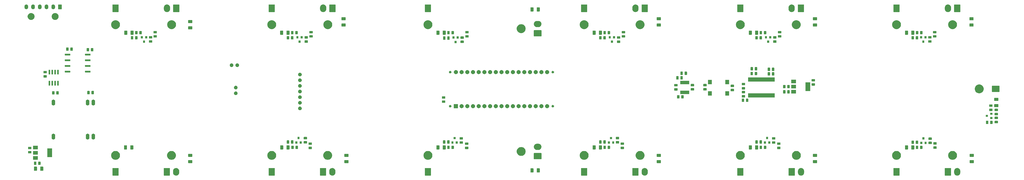
<source format=gbr>
G04 #@! TF.GenerationSoftware,KiCad,Pcbnew,(5.1.5)-3*
G04 #@! TF.CreationDate,2020-07-05T20:42:40-04:00*
G04 #@! TF.ProjectId,Slave Board,536c6176-6520-4426-9f61-72642e6b6963,rev?*
G04 #@! TF.SameCoordinates,Original*
G04 #@! TF.FileFunction,Soldermask,Top*
G04 #@! TF.FilePolarity,Negative*
%FSLAX46Y46*%
G04 Gerber Fmt 4.6, Leading zero omitted, Abs format (unit mm)*
G04 Created by KiCad (PCBNEW (5.1.5)-3) date 2020-07-05 20:42:40*
%MOMM*%
%LPD*%
G04 APERTURE LIST*
%ADD10C,0.100000*%
G04 APERTURE END LIST*
D10*
G36*
X142838760Y-249143837D02*
G01*
X143097199Y-249222234D01*
X143335370Y-249349539D01*
X143335372Y-249349540D01*
X143335371Y-249349540D01*
X143496346Y-249481648D01*
X143544134Y-249520867D01*
X143715461Y-249729628D01*
X143842766Y-249967800D01*
X143921163Y-250226239D01*
X143941000Y-250427651D01*
X143941000Y-251222348D01*
X143921163Y-251423760D01*
X143842766Y-251682200D01*
X143715461Y-251920372D01*
X143544134Y-252129134D01*
X143335372Y-252300461D01*
X143097200Y-252427766D01*
X142838761Y-252506163D01*
X142570000Y-252532633D01*
X142301240Y-252506163D01*
X142042801Y-252427766D01*
X141804630Y-252300461D01*
X141595866Y-252129133D01*
X141424539Y-251920372D01*
X141297234Y-251682200D01*
X141218837Y-251423761D01*
X141199000Y-251222349D01*
X141199000Y-250427652D01*
X141218837Y-250226240D01*
X141297234Y-249967801D01*
X141424539Y-249729630D01*
X141595867Y-249520866D01*
X141804628Y-249349539D01*
X142042800Y-249222234D01*
X142301239Y-249143837D01*
X142570000Y-249117367D01*
X142838760Y-249143837D01*
G37*
G36*
X351626760Y-249143837D02*
G01*
X351885199Y-249222234D01*
X352123370Y-249349539D01*
X352123372Y-249349540D01*
X352123371Y-249349540D01*
X352284346Y-249481648D01*
X352332134Y-249520867D01*
X352503461Y-249729628D01*
X352630766Y-249967800D01*
X352709163Y-250226239D01*
X352729000Y-250427651D01*
X352729000Y-251222348D01*
X352709163Y-251423760D01*
X352630766Y-251682200D01*
X352503461Y-251920372D01*
X352332134Y-252129134D01*
X352123372Y-252300461D01*
X351885200Y-252427766D01*
X351626761Y-252506163D01*
X351358000Y-252532633D01*
X351089240Y-252506163D01*
X350830801Y-252427766D01*
X350592630Y-252300461D01*
X350383866Y-252129133D01*
X350212539Y-251920372D01*
X350085234Y-251682200D01*
X350006837Y-251423761D01*
X349987000Y-251222349D01*
X349987000Y-250427652D01*
X350006837Y-250226240D01*
X350085234Y-249967801D01*
X350212539Y-249729630D01*
X350383867Y-249520866D01*
X350592628Y-249349539D01*
X350830800Y-249222234D01*
X351089239Y-249143837D01*
X351358000Y-249117367D01*
X351626760Y-249143837D01*
G37*
G36*
X490869760Y-249143837D02*
G01*
X491128199Y-249222234D01*
X491366370Y-249349539D01*
X491366372Y-249349540D01*
X491366371Y-249349540D01*
X491527346Y-249481648D01*
X491575134Y-249520867D01*
X491746461Y-249729628D01*
X491873766Y-249967800D01*
X491952163Y-250226239D01*
X491972000Y-250427651D01*
X491972000Y-251222348D01*
X491952163Y-251423760D01*
X491873766Y-251682200D01*
X491746461Y-251920372D01*
X491575134Y-252129134D01*
X491366372Y-252300461D01*
X491128200Y-252427766D01*
X490869761Y-252506163D01*
X490601000Y-252532633D01*
X490332240Y-252506163D01*
X490073801Y-252427766D01*
X489835630Y-252300461D01*
X489626866Y-252129133D01*
X489455539Y-251920372D01*
X489328234Y-251682200D01*
X489249837Y-251423761D01*
X489230000Y-251222349D01*
X489230000Y-250427652D01*
X489249837Y-250226240D01*
X489328234Y-249967801D01*
X489455539Y-249729630D01*
X489626867Y-249520866D01*
X489835628Y-249349539D01*
X490073800Y-249222234D01*
X490332239Y-249143837D01*
X490601000Y-249117367D01*
X490869760Y-249143837D01*
G37*
G36*
X212434760Y-249143837D02*
G01*
X212693199Y-249222234D01*
X212931370Y-249349539D01*
X212931372Y-249349540D01*
X212931371Y-249349540D01*
X213092346Y-249481648D01*
X213140134Y-249520867D01*
X213311461Y-249729628D01*
X213438766Y-249967800D01*
X213517163Y-250226239D01*
X213537000Y-250427651D01*
X213537000Y-251222348D01*
X213517163Y-251423760D01*
X213438766Y-251682200D01*
X213311461Y-251920372D01*
X213140134Y-252129134D01*
X212931372Y-252300461D01*
X212693200Y-252427766D01*
X212434761Y-252506163D01*
X212166000Y-252532633D01*
X211897240Y-252506163D01*
X211638801Y-252427766D01*
X211400630Y-252300461D01*
X211191866Y-252129133D01*
X211020539Y-251920372D01*
X210893234Y-251682200D01*
X210814837Y-251423761D01*
X210795000Y-251222349D01*
X210795000Y-250427652D01*
X210814837Y-250226240D01*
X210893234Y-249967801D01*
X211020539Y-249729630D01*
X211191867Y-249520866D01*
X211400628Y-249349539D01*
X211638800Y-249222234D01*
X211897239Y-249143837D01*
X212166000Y-249117367D01*
X212434760Y-249143837D01*
G37*
G36*
X421273760Y-249143837D02*
G01*
X421532199Y-249222234D01*
X421770370Y-249349539D01*
X421770372Y-249349540D01*
X421770371Y-249349540D01*
X421931346Y-249481648D01*
X421979134Y-249520867D01*
X422150461Y-249729628D01*
X422277766Y-249967800D01*
X422356163Y-250226239D01*
X422376000Y-250427651D01*
X422376000Y-251222348D01*
X422356163Y-251423760D01*
X422277766Y-251682200D01*
X422150461Y-251920372D01*
X421979134Y-252129134D01*
X421770372Y-252300461D01*
X421532200Y-252427766D01*
X421273761Y-252506163D01*
X421005000Y-252532633D01*
X420736240Y-252506163D01*
X420477801Y-252427766D01*
X420239630Y-252300461D01*
X420030866Y-252129133D01*
X419859539Y-251920372D01*
X419732234Y-251682200D01*
X419653837Y-251423761D01*
X419634000Y-251222349D01*
X419634000Y-250427652D01*
X419653837Y-250226240D01*
X419732234Y-249967801D01*
X419859539Y-249729630D01*
X420030867Y-249520866D01*
X420239628Y-249349539D01*
X420477800Y-249222234D01*
X420736239Y-249143837D01*
X421005000Y-249117367D01*
X421273760Y-249143837D01*
G37*
G36*
X418108436Y-249127635D02*
G01*
X418138027Y-249136611D01*
X418165296Y-249151187D01*
X418189198Y-249170802D01*
X418208813Y-249194704D01*
X418223389Y-249221973D01*
X418232365Y-249251564D01*
X418236000Y-249288474D01*
X418236000Y-252361526D01*
X418232365Y-252398436D01*
X418223389Y-252428027D01*
X418208813Y-252455296D01*
X418189198Y-252479198D01*
X418165296Y-252498813D01*
X418138027Y-252513389D01*
X418108436Y-252522365D01*
X418071526Y-252526000D01*
X415658474Y-252526000D01*
X415621564Y-252522365D01*
X415591973Y-252513389D01*
X415564704Y-252498813D01*
X415540802Y-252479198D01*
X415521187Y-252455296D01*
X415506611Y-252428027D01*
X415497635Y-252398436D01*
X415494000Y-252361526D01*
X415494000Y-249288474D01*
X415497635Y-249251564D01*
X415506611Y-249221973D01*
X415521187Y-249194704D01*
X415540802Y-249170802D01*
X415564704Y-249151187D01*
X415591973Y-249136611D01*
X415621564Y-249127635D01*
X415658474Y-249124000D01*
X418071526Y-249124000D01*
X418108436Y-249127635D01*
G37*
G36*
X348461436Y-249127635D02*
G01*
X348491027Y-249136611D01*
X348518296Y-249151187D01*
X348542198Y-249170802D01*
X348561813Y-249194704D01*
X348576389Y-249221973D01*
X348585365Y-249251564D01*
X348589000Y-249288474D01*
X348589000Y-252361526D01*
X348585365Y-252398436D01*
X348576389Y-252428027D01*
X348561813Y-252455296D01*
X348542198Y-252479198D01*
X348518296Y-252498813D01*
X348491027Y-252513389D01*
X348461436Y-252522365D01*
X348424526Y-252526000D01*
X346011474Y-252526000D01*
X345974564Y-252522365D01*
X345944973Y-252513389D01*
X345917704Y-252498813D01*
X345893802Y-252479198D01*
X345874187Y-252455296D01*
X345859611Y-252428027D01*
X345850635Y-252398436D01*
X345847000Y-252361526D01*
X345847000Y-249288474D01*
X345850635Y-249251564D01*
X345859611Y-249221973D01*
X345874187Y-249194704D01*
X345893802Y-249170802D01*
X345917704Y-249151187D01*
X345944973Y-249136611D01*
X345974564Y-249127635D01*
X346011474Y-249124000D01*
X348424526Y-249124000D01*
X348461436Y-249127635D01*
G37*
G36*
X116813436Y-249127635D02*
G01*
X116843027Y-249136611D01*
X116870296Y-249151187D01*
X116894198Y-249170802D01*
X116913813Y-249194704D01*
X116928389Y-249221973D01*
X116937365Y-249251564D01*
X116941000Y-249288474D01*
X116941000Y-252361526D01*
X116937365Y-252398436D01*
X116928389Y-252428027D01*
X116913813Y-252455296D01*
X116894198Y-252479198D01*
X116870296Y-252498813D01*
X116843027Y-252513389D01*
X116813436Y-252522365D01*
X116776526Y-252526000D01*
X114363474Y-252526000D01*
X114326564Y-252522365D01*
X114296973Y-252513389D01*
X114269704Y-252498813D01*
X114245802Y-252479198D01*
X114226187Y-252455296D01*
X114211611Y-252428027D01*
X114202635Y-252398436D01*
X114199000Y-252361526D01*
X114199000Y-249288474D01*
X114202635Y-249251564D01*
X114211611Y-249221973D01*
X114226187Y-249194704D01*
X114245802Y-249170802D01*
X114269704Y-249151187D01*
X114296973Y-249136611D01*
X114326564Y-249127635D01*
X114363474Y-249124000D01*
X116776526Y-249124000D01*
X116813436Y-249127635D01*
G37*
G36*
X209269436Y-249127635D02*
G01*
X209299027Y-249136611D01*
X209326296Y-249151187D01*
X209350198Y-249170802D01*
X209369813Y-249194704D01*
X209384389Y-249221973D01*
X209393365Y-249251564D01*
X209397000Y-249288474D01*
X209397000Y-252361526D01*
X209393365Y-252398436D01*
X209384389Y-252428027D01*
X209369813Y-252455296D01*
X209350198Y-252479198D01*
X209326296Y-252498813D01*
X209299027Y-252513389D01*
X209269436Y-252522365D01*
X209232526Y-252526000D01*
X206819474Y-252526000D01*
X206782564Y-252522365D01*
X206752973Y-252513389D01*
X206725704Y-252498813D01*
X206701802Y-252479198D01*
X206682187Y-252455296D01*
X206667611Y-252428027D01*
X206658635Y-252398436D01*
X206655000Y-252361526D01*
X206655000Y-249288474D01*
X206658635Y-249251564D01*
X206667611Y-249221973D01*
X206682187Y-249194704D01*
X206701802Y-249170802D01*
X206725704Y-249151187D01*
X206752973Y-249136611D01*
X206782564Y-249127635D01*
X206819474Y-249124000D01*
X209232526Y-249124000D01*
X209269436Y-249127635D01*
G37*
G36*
X139673436Y-249127635D02*
G01*
X139703027Y-249136611D01*
X139730296Y-249151187D01*
X139754198Y-249170802D01*
X139773813Y-249194704D01*
X139788389Y-249221973D01*
X139797365Y-249251564D01*
X139801000Y-249288474D01*
X139801000Y-252361526D01*
X139797365Y-252398436D01*
X139788389Y-252428027D01*
X139773813Y-252455296D01*
X139754198Y-252479198D01*
X139730296Y-252498813D01*
X139703027Y-252513389D01*
X139673436Y-252522365D01*
X139636526Y-252526000D01*
X137223474Y-252526000D01*
X137186564Y-252522365D01*
X137156973Y-252513389D01*
X137129704Y-252498813D01*
X137105802Y-252479198D01*
X137086187Y-252455296D01*
X137071611Y-252428027D01*
X137062635Y-252398436D01*
X137059000Y-252361526D01*
X137059000Y-249288474D01*
X137062635Y-249251564D01*
X137071611Y-249221973D01*
X137086187Y-249194704D01*
X137105802Y-249170802D01*
X137129704Y-249151187D01*
X137156973Y-249136611D01*
X137186564Y-249127635D01*
X137223474Y-249124000D01*
X139636526Y-249124000D01*
X139673436Y-249127635D01*
G37*
G36*
X464793436Y-249127635D02*
G01*
X464823027Y-249136611D01*
X464850296Y-249151187D01*
X464874198Y-249170802D01*
X464893813Y-249194704D01*
X464908389Y-249221973D01*
X464917365Y-249251564D01*
X464921000Y-249288474D01*
X464921000Y-252361526D01*
X464917365Y-252398436D01*
X464908389Y-252428027D01*
X464893813Y-252455296D01*
X464874198Y-252479198D01*
X464850296Y-252498813D01*
X464823027Y-252513389D01*
X464793436Y-252522365D01*
X464756526Y-252526000D01*
X462343474Y-252526000D01*
X462306564Y-252522365D01*
X462276973Y-252513389D01*
X462249704Y-252498813D01*
X462225802Y-252479198D01*
X462206187Y-252455296D01*
X462191611Y-252428027D01*
X462182635Y-252398436D01*
X462179000Y-252361526D01*
X462179000Y-249288474D01*
X462182635Y-249251564D01*
X462191611Y-249221973D01*
X462206187Y-249194704D01*
X462225802Y-249170802D01*
X462249704Y-249151187D01*
X462276973Y-249136611D01*
X462306564Y-249127635D01*
X462343474Y-249124000D01*
X464756526Y-249124000D01*
X464793436Y-249127635D01*
G37*
G36*
X395197436Y-249127635D02*
G01*
X395227027Y-249136611D01*
X395254296Y-249151187D01*
X395278198Y-249170802D01*
X395297813Y-249194704D01*
X395312389Y-249221973D01*
X395321365Y-249251564D01*
X395325000Y-249288474D01*
X395325000Y-252361526D01*
X395321365Y-252398436D01*
X395312389Y-252428027D01*
X395297813Y-252455296D01*
X395278198Y-252479198D01*
X395254296Y-252498813D01*
X395227027Y-252513389D01*
X395197436Y-252522365D01*
X395160526Y-252526000D01*
X392747474Y-252526000D01*
X392710564Y-252522365D01*
X392680973Y-252513389D01*
X392653704Y-252498813D01*
X392629802Y-252479198D01*
X392610187Y-252455296D01*
X392595611Y-252428027D01*
X392586635Y-252398436D01*
X392583000Y-252361526D01*
X392583000Y-249288474D01*
X392586635Y-249251564D01*
X392595611Y-249221973D01*
X392610187Y-249194704D01*
X392629802Y-249170802D01*
X392653704Y-249151187D01*
X392680973Y-249136611D01*
X392710564Y-249127635D01*
X392747474Y-249124000D01*
X395160526Y-249124000D01*
X395197436Y-249127635D01*
G37*
G36*
X325601436Y-249127635D02*
G01*
X325631027Y-249136611D01*
X325658296Y-249151187D01*
X325682198Y-249170802D01*
X325701813Y-249194704D01*
X325716389Y-249221973D01*
X325725365Y-249251564D01*
X325729000Y-249288474D01*
X325729000Y-252361526D01*
X325725365Y-252398436D01*
X325716389Y-252428027D01*
X325701813Y-252455296D01*
X325682198Y-252479198D01*
X325658296Y-252498813D01*
X325631027Y-252513389D01*
X325601436Y-252522365D01*
X325564526Y-252526000D01*
X323151474Y-252526000D01*
X323114564Y-252522365D01*
X323084973Y-252513389D01*
X323057704Y-252498813D01*
X323033802Y-252479198D01*
X323014187Y-252455296D01*
X322999611Y-252428027D01*
X322990635Y-252398436D01*
X322987000Y-252361526D01*
X322987000Y-249288474D01*
X322990635Y-249251564D01*
X322999611Y-249221973D01*
X323014187Y-249194704D01*
X323033802Y-249170802D01*
X323057704Y-249151187D01*
X323084973Y-249136611D01*
X323114564Y-249127635D01*
X323151474Y-249124000D01*
X325564526Y-249124000D01*
X325601436Y-249127635D01*
G37*
G36*
X256005436Y-249127635D02*
G01*
X256035027Y-249136611D01*
X256062296Y-249151187D01*
X256086198Y-249170802D01*
X256105813Y-249194704D01*
X256120389Y-249221973D01*
X256129365Y-249251564D01*
X256133000Y-249288474D01*
X256133000Y-252361526D01*
X256129365Y-252398436D01*
X256120389Y-252428027D01*
X256105813Y-252455296D01*
X256086198Y-252479198D01*
X256062296Y-252498813D01*
X256035027Y-252513389D01*
X256005436Y-252522365D01*
X255968526Y-252526000D01*
X253555474Y-252526000D01*
X253518564Y-252522365D01*
X253488973Y-252513389D01*
X253461704Y-252498813D01*
X253437802Y-252479198D01*
X253418187Y-252455296D01*
X253403611Y-252428027D01*
X253394635Y-252398436D01*
X253391000Y-252361526D01*
X253391000Y-249288474D01*
X253394635Y-249251564D01*
X253403611Y-249221973D01*
X253418187Y-249194704D01*
X253437802Y-249170802D01*
X253461704Y-249151187D01*
X253488973Y-249136611D01*
X253518564Y-249127635D01*
X253555474Y-249124000D01*
X255968526Y-249124000D01*
X256005436Y-249127635D01*
G37*
G36*
X186409436Y-249127635D02*
G01*
X186439027Y-249136611D01*
X186466296Y-249151187D01*
X186490198Y-249170802D01*
X186509813Y-249194704D01*
X186524389Y-249221973D01*
X186533365Y-249251564D01*
X186537000Y-249288474D01*
X186537000Y-252361526D01*
X186533365Y-252398436D01*
X186524389Y-252428027D01*
X186509813Y-252455296D01*
X186490198Y-252479198D01*
X186466296Y-252498813D01*
X186439027Y-252513389D01*
X186409436Y-252522365D01*
X186372526Y-252526000D01*
X183959474Y-252526000D01*
X183922564Y-252522365D01*
X183892973Y-252513389D01*
X183865704Y-252498813D01*
X183841802Y-252479198D01*
X183822187Y-252455296D01*
X183807611Y-252428027D01*
X183798635Y-252398436D01*
X183795000Y-252361526D01*
X183795000Y-249288474D01*
X183798635Y-249251564D01*
X183807611Y-249221973D01*
X183822187Y-249194704D01*
X183841802Y-249170802D01*
X183865704Y-249151187D01*
X183892973Y-249136611D01*
X183922564Y-249127635D01*
X183959474Y-249124000D01*
X186372526Y-249124000D01*
X186409436Y-249127635D01*
G37*
G36*
X487704436Y-249127635D02*
G01*
X487734027Y-249136611D01*
X487761296Y-249151187D01*
X487785198Y-249170802D01*
X487804813Y-249194704D01*
X487819389Y-249221973D01*
X487828365Y-249251564D01*
X487832000Y-249288474D01*
X487832000Y-252361526D01*
X487828365Y-252398436D01*
X487819389Y-252428027D01*
X487804813Y-252455296D01*
X487785198Y-252479198D01*
X487761296Y-252498813D01*
X487734027Y-252513389D01*
X487704436Y-252522365D01*
X487667526Y-252526000D01*
X485254474Y-252526000D01*
X485217564Y-252522365D01*
X485187973Y-252513389D01*
X485160704Y-252498813D01*
X485136802Y-252479198D01*
X485117187Y-252455296D01*
X485102611Y-252428027D01*
X485093635Y-252398436D01*
X485090000Y-252361526D01*
X485090000Y-249288474D01*
X485093635Y-249251564D01*
X485102611Y-249221973D01*
X485117187Y-249194704D01*
X485136802Y-249170802D01*
X485160704Y-249151187D01*
X485187973Y-249136611D01*
X485217564Y-249127635D01*
X485254474Y-249124000D01*
X487667526Y-249124000D01*
X487704436Y-249127635D01*
G37*
G36*
X304435604Y-249268347D02*
G01*
X304472144Y-249279432D01*
X304505821Y-249297433D01*
X304535341Y-249321659D01*
X304559567Y-249351179D01*
X304577568Y-249384856D01*
X304588653Y-249421396D01*
X304593000Y-249465538D01*
X304593000Y-250914462D01*
X304588653Y-250958604D01*
X304577568Y-250995144D01*
X304559567Y-251028821D01*
X304535341Y-251058341D01*
X304505821Y-251082567D01*
X304472144Y-251100568D01*
X304435604Y-251111653D01*
X304391462Y-251116000D01*
X303442538Y-251116000D01*
X303398396Y-251111653D01*
X303361856Y-251100568D01*
X303328179Y-251082567D01*
X303298659Y-251058341D01*
X303274433Y-251028821D01*
X303256432Y-250995144D01*
X303245347Y-250958604D01*
X303241000Y-250914462D01*
X303241000Y-249465538D01*
X303245347Y-249421396D01*
X303256432Y-249384856D01*
X303274433Y-249351179D01*
X303298659Y-249321659D01*
X303328179Y-249297433D01*
X303361856Y-249279432D01*
X303398396Y-249268347D01*
X303442538Y-249264000D01*
X304391462Y-249264000D01*
X304435604Y-249268347D01*
G37*
G36*
X301635604Y-249268347D02*
G01*
X301672144Y-249279432D01*
X301705821Y-249297433D01*
X301735341Y-249321659D01*
X301759567Y-249351179D01*
X301777568Y-249384856D01*
X301788653Y-249421396D01*
X301793000Y-249465538D01*
X301793000Y-250914462D01*
X301788653Y-250958604D01*
X301777568Y-250995144D01*
X301759567Y-251028821D01*
X301735341Y-251058341D01*
X301705821Y-251082567D01*
X301672144Y-251100568D01*
X301635604Y-251111653D01*
X301591462Y-251116000D01*
X300642538Y-251116000D01*
X300598396Y-251111653D01*
X300561856Y-251100568D01*
X300528179Y-251082567D01*
X300498659Y-251058341D01*
X300474433Y-251028821D01*
X300456432Y-250995144D01*
X300445347Y-250958604D01*
X300441000Y-250914462D01*
X300441000Y-249465538D01*
X300445347Y-249421396D01*
X300456432Y-249384856D01*
X300474433Y-249351179D01*
X300498659Y-249321659D01*
X300528179Y-249297433D01*
X300561856Y-249279432D01*
X300598396Y-249268347D01*
X300642538Y-249264000D01*
X301591462Y-249264000D01*
X301635604Y-249268347D01*
G37*
G36*
X83201604Y-248506347D02*
G01*
X83238144Y-248517432D01*
X83271821Y-248535433D01*
X83301341Y-248559659D01*
X83325567Y-248589179D01*
X83343568Y-248622856D01*
X83354653Y-248659396D01*
X83359000Y-248703538D01*
X83359000Y-250152462D01*
X83354653Y-250196604D01*
X83343568Y-250233144D01*
X83325567Y-250266821D01*
X83301341Y-250296341D01*
X83271821Y-250320567D01*
X83238144Y-250338568D01*
X83201604Y-250349653D01*
X83157462Y-250354000D01*
X82208538Y-250354000D01*
X82164396Y-250349653D01*
X82127856Y-250338568D01*
X82094179Y-250320567D01*
X82064659Y-250296341D01*
X82040433Y-250266821D01*
X82022432Y-250233144D01*
X82011347Y-250196604D01*
X82007000Y-250152462D01*
X82007000Y-248703538D01*
X82011347Y-248659396D01*
X82022432Y-248622856D01*
X82040433Y-248589179D01*
X82064659Y-248559659D01*
X82094179Y-248535433D01*
X82127856Y-248517432D01*
X82164396Y-248506347D01*
X82208538Y-248502000D01*
X83157462Y-248502000D01*
X83201604Y-248506347D01*
G37*
G36*
X80401604Y-248506347D02*
G01*
X80438144Y-248517432D01*
X80471821Y-248535433D01*
X80501341Y-248559659D01*
X80525567Y-248589179D01*
X80543568Y-248622856D01*
X80554653Y-248659396D01*
X80559000Y-248703538D01*
X80559000Y-250152462D01*
X80554653Y-250196604D01*
X80543568Y-250233144D01*
X80525567Y-250266821D01*
X80501341Y-250296341D01*
X80471821Y-250320567D01*
X80438144Y-250338568D01*
X80401604Y-250349653D01*
X80357462Y-250354000D01*
X79408538Y-250354000D01*
X79364396Y-250349653D01*
X79327856Y-250338568D01*
X79294179Y-250320567D01*
X79264659Y-250296341D01*
X79240433Y-250266821D01*
X79222432Y-250233144D01*
X79211347Y-250196604D01*
X79207000Y-250152462D01*
X79207000Y-248703538D01*
X79211347Y-248659396D01*
X79222432Y-248622856D01*
X79240433Y-248589179D01*
X79264659Y-248559659D01*
X79294179Y-248535433D01*
X79327856Y-248517432D01*
X79364396Y-248506347D01*
X79408538Y-248502000D01*
X80357462Y-248502000D01*
X80401604Y-248506347D01*
G37*
G36*
X80127968Y-246268565D02*
G01*
X80166638Y-246280296D01*
X80202277Y-246299346D01*
X80233517Y-246324983D01*
X80259154Y-246356223D01*
X80278204Y-246391862D01*
X80289935Y-246430532D01*
X80294500Y-246476888D01*
X80294500Y-247553112D01*
X80289935Y-247599468D01*
X80278204Y-247638138D01*
X80259154Y-247673777D01*
X80233517Y-247705017D01*
X80202277Y-247730654D01*
X80166638Y-247749704D01*
X80127968Y-247761435D01*
X80081612Y-247766000D01*
X79430388Y-247766000D01*
X79384032Y-247761435D01*
X79345362Y-247749704D01*
X79309723Y-247730654D01*
X79278483Y-247705017D01*
X79252846Y-247673777D01*
X79233796Y-247638138D01*
X79222065Y-247599468D01*
X79217500Y-247553112D01*
X79217500Y-246476888D01*
X79222065Y-246430532D01*
X79233796Y-246391862D01*
X79252846Y-246356223D01*
X79278483Y-246324983D01*
X79309723Y-246299346D01*
X79345362Y-246280296D01*
X79384032Y-246268565D01*
X79430388Y-246264000D01*
X80081612Y-246264000D01*
X80127968Y-246268565D01*
G37*
G36*
X82002968Y-246268565D02*
G01*
X82041638Y-246280296D01*
X82077277Y-246299346D01*
X82108517Y-246324983D01*
X82134154Y-246356223D01*
X82153204Y-246391862D01*
X82164935Y-246430532D01*
X82169500Y-246476888D01*
X82169500Y-247553112D01*
X82164935Y-247599468D01*
X82153204Y-247638138D01*
X82134154Y-247673777D01*
X82108517Y-247705017D01*
X82077277Y-247730654D01*
X82041638Y-247749704D01*
X82002968Y-247761435D01*
X81956612Y-247766000D01*
X81305388Y-247766000D01*
X81259032Y-247761435D01*
X81220362Y-247749704D01*
X81184723Y-247730654D01*
X81153483Y-247705017D01*
X81127846Y-247673777D01*
X81108796Y-247638138D01*
X81097065Y-247599468D01*
X81092500Y-247553112D01*
X81092500Y-246476888D01*
X81097065Y-246430532D01*
X81108796Y-246391862D01*
X81127846Y-246356223D01*
X81153483Y-246324983D01*
X81184723Y-246299346D01*
X81220362Y-246280296D01*
X81259032Y-246268565D01*
X81305388Y-246264000D01*
X81956612Y-246264000D01*
X82002968Y-246268565D01*
G37*
G36*
X427996604Y-245587347D02*
G01*
X428033144Y-245598432D01*
X428066821Y-245616433D01*
X428096341Y-245640659D01*
X428120567Y-245670179D01*
X428138568Y-245703856D01*
X428149653Y-245740396D01*
X428154000Y-245784538D01*
X428154000Y-246733462D01*
X428149653Y-246777604D01*
X428138568Y-246814144D01*
X428120567Y-246847821D01*
X428096341Y-246877341D01*
X428066821Y-246901567D01*
X428033144Y-246919568D01*
X427996604Y-246930653D01*
X427952462Y-246935000D01*
X426503538Y-246935000D01*
X426459396Y-246930653D01*
X426422856Y-246919568D01*
X426389179Y-246901567D01*
X426359659Y-246877341D01*
X426335433Y-246847821D01*
X426317432Y-246814144D01*
X426306347Y-246777604D01*
X426302000Y-246733462D01*
X426302000Y-245784538D01*
X426306347Y-245740396D01*
X426317432Y-245703856D01*
X426335433Y-245670179D01*
X426359659Y-245640659D01*
X426389179Y-245616433D01*
X426422856Y-245598432D01*
X426459396Y-245587347D01*
X426503538Y-245583000D01*
X427952462Y-245583000D01*
X427996604Y-245587347D01*
G37*
G36*
X358400604Y-245587347D02*
G01*
X358437144Y-245598432D01*
X358470821Y-245616433D01*
X358500341Y-245640659D01*
X358524567Y-245670179D01*
X358542568Y-245703856D01*
X358553653Y-245740396D01*
X358558000Y-245784538D01*
X358558000Y-246733462D01*
X358553653Y-246777604D01*
X358542568Y-246814144D01*
X358524567Y-246847821D01*
X358500341Y-246877341D01*
X358470821Y-246901567D01*
X358437144Y-246919568D01*
X358400604Y-246930653D01*
X358356462Y-246935000D01*
X356907538Y-246935000D01*
X356863396Y-246930653D01*
X356826856Y-246919568D01*
X356793179Y-246901567D01*
X356763659Y-246877341D01*
X356739433Y-246847821D01*
X356721432Y-246814144D01*
X356710347Y-246777604D01*
X356706000Y-246733462D01*
X356706000Y-245784538D01*
X356710347Y-245740396D01*
X356721432Y-245703856D01*
X356739433Y-245670179D01*
X356763659Y-245640659D01*
X356793179Y-245616433D01*
X356826856Y-245598432D01*
X356863396Y-245587347D01*
X356907538Y-245583000D01*
X358356462Y-245583000D01*
X358400604Y-245587347D01*
G37*
G36*
X219208604Y-245587347D02*
G01*
X219245144Y-245598432D01*
X219278821Y-245616433D01*
X219308341Y-245640659D01*
X219332567Y-245670179D01*
X219350568Y-245703856D01*
X219361653Y-245740396D01*
X219366000Y-245784538D01*
X219366000Y-246733462D01*
X219361653Y-246777604D01*
X219350568Y-246814144D01*
X219332567Y-246847821D01*
X219308341Y-246877341D01*
X219278821Y-246901567D01*
X219245144Y-246919568D01*
X219208604Y-246930653D01*
X219164462Y-246935000D01*
X217715538Y-246935000D01*
X217671396Y-246930653D01*
X217634856Y-246919568D01*
X217601179Y-246901567D01*
X217571659Y-246877341D01*
X217547433Y-246847821D01*
X217529432Y-246814144D01*
X217518347Y-246777604D01*
X217514000Y-246733462D01*
X217514000Y-245784538D01*
X217518347Y-245740396D01*
X217529432Y-245703856D01*
X217547433Y-245670179D01*
X217571659Y-245640659D01*
X217601179Y-245616433D01*
X217634856Y-245598432D01*
X217671396Y-245587347D01*
X217715538Y-245583000D01*
X219164462Y-245583000D01*
X219208604Y-245587347D01*
G37*
G36*
X497846604Y-245581347D02*
G01*
X497883144Y-245592432D01*
X497916821Y-245610433D01*
X497946341Y-245634659D01*
X497970567Y-245664179D01*
X497988568Y-245697856D01*
X497999653Y-245734396D01*
X498004000Y-245778538D01*
X498004000Y-246727462D01*
X497999653Y-246771604D01*
X497988568Y-246808144D01*
X497970567Y-246841821D01*
X497946341Y-246871341D01*
X497916821Y-246895567D01*
X497883144Y-246913568D01*
X497846604Y-246924653D01*
X497802462Y-246929000D01*
X496353538Y-246929000D01*
X496309396Y-246924653D01*
X496272856Y-246913568D01*
X496239179Y-246895567D01*
X496209659Y-246871341D01*
X496185433Y-246841821D01*
X496167432Y-246808144D01*
X496156347Y-246771604D01*
X496152000Y-246727462D01*
X496152000Y-245778538D01*
X496156347Y-245734396D01*
X496167432Y-245697856D01*
X496185433Y-245664179D01*
X496209659Y-245634659D01*
X496239179Y-245610433D01*
X496272856Y-245592432D01*
X496309396Y-245581347D01*
X496353538Y-245577000D01*
X497802462Y-245577000D01*
X497846604Y-245581347D01*
G37*
G36*
X149612604Y-245581347D02*
G01*
X149649144Y-245592432D01*
X149682821Y-245610433D01*
X149712341Y-245634659D01*
X149736567Y-245664179D01*
X149754568Y-245697856D01*
X149765653Y-245734396D01*
X149770000Y-245778538D01*
X149770000Y-246727462D01*
X149765653Y-246771604D01*
X149754568Y-246808144D01*
X149736567Y-246841821D01*
X149712341Y-246871341D01*
X149682821Y-246895567D01*
X149649144Y-246913568D01*
X149612604Y-246924653D01*
X149568462Y-246929000D01*
X148119538Y-246929000D01*
X148075396Y-246924653D01*
X148038856Y-246913568D01*
X148005179Y-246895567D01*
X147975659Y-246871341D01*
X147951433Y-246841821D01*
X147933432Y-246808144D01*
X147922347Y-246771604D01*
X147918000Y-246727462D01*
X147918000Y-245778538D01*
X147922347Y-245734396D01*
X147933432Y-245697856D01*
X147951433Y-245664179D01*
X147975659Y-245634659D01*
X148005179Y-245610433D01*
X148038856Y-245592432D01*
X148075396Y-245581347D01*
X148119538Y-245577000D01*
X149568462Y-245577000D01*
X149612604Y-245581347D01*
G37*
G36*
X185743835Y-241580128D02*
G01*
X186104354Y-241729460D01*
X186104355Y-241729461D01*
X186428814Y-241946257D01*
X186704743Y-242222186D01*
X186754622Y-242296836D01*
X186921540Y-242546646D01*
X187070872Y-242907165D01*
X187147000Y-243289887D01*
X187147000Y-243680113D01*
X187070872Y-244062835D01*
X186921540Y-244423354D01*
X186921539Y-244423355D01*
X186704743Y-244747814D01*
X186428814Y-245023743D01*
X186290382Y-245116240D01*
X186104354Y-245240540D01*
X185743835Y-245389872D01*
X185361113Y-245466000D01*
X184970887Y-245466000D01*
X184588165Y-245389872D01*
X184227646Y-245240540D01*
X184041618Y-245116240D01*
X183903186Y-245023743D01*
X183627257Y-244747814D01*
X183410461Y-244423355D01*
X183410460Y-244423354D01*
X183261128Y-244062835D01*
X183185000Y-243680113D01*
X183185000Y-243289887D01*
X183261128Y-242907165D01*
X183410460Y-242546646D01*
X183577378Y-242296836D01*
X183627257Y-242222186D01*
X183903186Y-241946257D01*
X184227645Y-241729461D01*
X184227646Y-241729460D01*
X184588165Y-241580128D01*
X184970887Y-241504000D01*
X185361113Y-241504000D01*
X185743835Y-241580128D01*
G37*
G36*
X489108835Y-241580128D02*
G01*
X489469354Y-241729460D01*
X489469355Y-241729461D01*
X489793814Y-241946257D01*
X490069743Y-242222186D01*
X490119622Y-242296836D01*
X490286540Y-242546646D01*
X490435872Y-242907165D01*
X490512000Y-243289887D01*
X490512000Y-243680113D01*
X490435872Y-244062835D01*
X490286540Y-244423354D01*
X490286539Y-244423355D01*
X490069743Y-244747814D01*
X489793814Y-245023743D01*
X489655382Y-245116240D01*
X489469354Y-245240540D01*
X489108835Y-245389872D01*
X488726113Y-245466000D01*
X488335887Y-245466000D01*
X487953165Y-245389872D01*
X487592646Y-245240540D01*
X487406618Y-245116240D01*
X487268186Y-245023743D01*
X486992257Y-244747814D01*
X486775461Y-244423355D01*
X486775460Y-244423354D01*
X486626128Y-244062835D01*
X486550000Y-243680113D01*
X486550000Y-243289887D01*
X486626128Y-242907165D01*
X486775460Y-242546646D01*
X486942378Y-242296836D01*
X486992257Y-242222186D01*
X487268186Y-241946257D01*
X487592645Y-241729461D01*
X487592646Y-241729460D01*
X487953165Y-241580128D01*
X488335887Y-241504000D01*
X488726113Y-241504000D01*
X489108835Y-241580128D01*
G37*
G36*
X419512835Y-241580128D02*
G01*
X419873354Y-241729460D01*
X419873355Y-241729461D01*
X420197814Y-241946257D01*
X420473743Y-242222186D01*
X420523622Y-242296836D01*
X420690540Y-242546646D01*
X420839872Y-242907165D01*
X420916000Y-243289887D01*
X420916000Y-243680113D01*
X420839872Y-244062835D01*
X420690540Y-244423354D01*
X420690539Y-244423355D01*
X420473743Y-244747814D01*
X420197814Y-245023743D01*
X420059382Y-245116240D01*
X419873354Y-245240540D01*
X419512835Y-245389872D01*
X419130113Y-245466000D01*
X418739887Y-245466000D01*
X418357165Y-245389872D01*
X417996646Y-245240540D01*
X417810618Y-245116240D01*
X417672186Y-245023743D01*
X417396257Y-244747814D01*
X417179461Y-244423355D01*
X417179460Y-244423354D01*
X417030128Y-244062835D01*
X416954000Y-243680113D01*
X416954000Y-243289887D01*
X417030128Y-242907165D01*
X417179460Y-242546646D01*
X417346378Y-242296836D01*
X417396257Y-242222186D01*
X417672186Y-241946257D01*
X417996645Y-241729461D01*
X417996646Y-241729460D01*
X418357165Y-241580128D01*
X418739887Y-241504000D01*
X419130113Y-241504000D01*
X419512835Y-241580128D01*
G37*
G36*
X116147835Y-241580128D02*
G01*
X116508354Y-241729460D01*
X116508355Y-241729461D01*
X116832814Y-241946257D01*
X117108743Y-242222186D01*
X117158622Y-242296836D01*
X117325540Y-242546646D01*
X117474872Y-242907165D01*
X117551000Y-243289887D01*
X117551000Y-243680113D01*
X117474872Y-244062835D01*
X117325540Y-244423354D01*
X117325539Y-244423355D01*
X117108743Y-244747814D01*
X116832814Y-245023743D01*
X116694382Y-245116240D01*
X116508354Y-245240540D01*
X116147835Y-245389872D01*
X115765113Y-245466000D01*
X115374887Y-245466000D01*
X114992165Y-245389872D01*
X114631646Y-245240540D01*
X114445618Y-245116240D01*
X114307186Y-245023743D01*
X114031257Y-244747814D01*
X113814461Y-244423355D01*
X113814460Y-244423354D01*
X113665128Y-244062835D01*
X113589000Y-243680113D01*
X113589000Y-243289887D01*
X113665128Y-242907165D01*
X113814460Y-242546646D01*
X113981378Y-242296836D01*
X114031257Y-242222186D01*
X114307186Y-241946257D01*
X114631645Y-241729461D01*
X114631646Y-241729460D01*
X114992165Y-241580128D01*
X115374887Y-241504000D01*
X115765113Y-241504000D01*
X116147835Y-241580128D01*
G37*
G36*
X349865835Y-241580128D02*
G01*
X350226354Y-241729460D01*
X350226355Y-241729461D01*
X350550814Y-241946257D01*
X350826743Y-242222186D01*
X350876622Y-242296836D01*
X351043540Y-242546646D01*
X351192872Y-242907165D01*
X351269000Y-243289887D01*
X351269000Y-243680113D01*
X351192872Y-244062835D01*
X351043540Y-244423354D01*
X351043539Y-244423355D01*
X350826743Y-244747814D01*
X350550814Y-245023743D01*
X350412382Y-245116240D01*
X350226354Y-245240540D01*
X349865835Y-245389872D01*
X349483113Y-245466000D01*
X349092887Y-245466000D01*
X348710165Y-245389872D01*
X348349646Y-245240540D01*
X348163618Y-245116240D01*
X348025186Y-245023743D01*
X347749257Y-244747814D01*
X347532461Y-244423355D01*
X347532460Y-244423354D01*
X347383128Y-244062835D01*
X347307000Y-243680113D01*
X347307000Y-243289887D01*
X347383128Y-242907165D01*
X347532460Y-242546646D01*
X347699378Y-242296836D01*
X347749257Y-242222186D01*
X348025186Y-241946257D01*
X348349645Y-241729461D01*
X348349646Y-241729460D01*
X348710165Y-241580128D01*
X349092887Y-241504000D01*
X349483113Y-241504000D01*
X349865835Y-241580128D01*
G37*
G36*
X464127835Y-241580128D02*
G01*
X464488354Y-241729460D01*
X464488355Y-241729461D01*
X464812814Y-241946257D01*
X465088743Y-242222186D01*
X465138622Y-242296836D01*
X465305540Y-242546646D01*
X465454872Y-242907165D01*
X465531000Y-243289887D01*
X465531000Y-243680113D01*
X465454872Y-244062835D01*
X465305540Y-244423354D01*
X465305539Y-244423355D01*
X465088743Y-244747814D01*
X464812814Y-245023743D01*
X464674382Y-245116240D01*
X464488354Y-245240540D01*
X464127835Y-245389872D01*
X463745113Y-245466000D01*
X463354887Y-245466000D01*
X462972165Y-245389872D01*
X462611646Y-245240540D01*
X462425618Y-245116240D01*
X462287186Y-245023743D01*
X462011257Y-244747814D01*
X461794461Y-244423355D01*
X461794460Y-244423354D01*
X461645128Y-244062835D01*
X461569000Y-243680113D01*
X461569000Y-243289887D01*
X461645128Y-242907165D01*
X461794460Y-242546646D01*
X461961378Y-242296836D01*
X462011257Y-242222186D01*
X462287186Y-241946257D01*
X462611645Y-241729461D01*
X462611646Y-241729460D01*
X462972165Y-241580128D01*
X463354887Y-241504000D01*
X463745113Y-241504000D01*
X464127835Y-241580128D01*
G37*
G36*
X210673835Y-241580128D02*
G01*
X211034354Y-241729460D01*
X211034355Y-241729461D01*
X211358814Y-241946257D01*
X211634743Y-242222186D01*
X211684622Y-242296836D01*
X211851540Y-242546646D01*
X212000872Y-242907165D01*
X212077000Y-243289887D01*
X212077000Y-243680113D01*
X212000872Y-244062835D01*
X211851540Y-244423354D01*
X211851539Y-244423355D01*
X211634743Y-244747814D01*
X211358814Y-245023743D01*
X211220382Y-245116240D01*
X211034354Y-245240540D01*
X210673835Y-245389872D01*
X210291113Y-245466000D01*
X209900887Y-245466000D01*
X209518165Y-245389872D01*
X209157646Y-245240540D01*
X208971618Y-245116240D01*
X208833186Y-245023743D01*
X208557257Y-244747814D01*
X208340461Y-244423355D01*
X208340460Y-244423354D01*
X208191128Y-244062835D01*
X208115000Y-243680113D01*
X208115000Y-243289887D01*
X208191128Y-242907165D01*
X208340460Y-242546646D01*
X208507378Y-242296836D01*
X208557257Y-242222186D01*
X208833186Y-241946257D01*
X209157645Y-241729461D01*
X209157646Y-241729460D01*
X209518165Y-241580128D01*
X209900887Y-241504000D01*
X210291113Y-241504000D01*
X210673835Y-241580128D01*
G37*
G36*
X141077835Y-241580128D02*
G01*
X141438354Y-241729460D01*
X141438355Y-241729461D01*
X141762814Y-241946257D01*
X142038743Y-242222186D01*
X142088622Y-242296836D01*
X142255540Y-242546646D01*
X142404872Y-242907165D01*
X142481000Y-243289887D01*
X142481000Y-243680113D01*
X142404872Y-244062835D01*
X142255540Y-244423354D01*
X142255539Y-244423355D01*
X142038743Y-244747814D01*
X141762814Y-245023743D01*
X141624382Y-245116240D01*
X141438354Y-245240540D01*
X141077835Y-245389872D01*
X140695113Y-245466000D01*
X140304887Y-245466000D01*
X139922165Y-245389872D01*
X139561646Y-245240540D01*
X139375618Y-245116240D01*
X139237186Y-245023743D01*
X138961257Y-244747814D01*
X138744461Y-244423355D01*
X138744460Y-244423354D01*
X138595128Y-244062835D01*
X138519000Y-243680113D01*
X138519000Y-243289887D01*
X138595128Y-242907165D01*
X138744460Y-242546646D01*
X138911378Y-242296836D01*
X138961257Y-242222186D01*
X139237186Y-241946257D01*
X139561645Y-241729461D01*
X139561646Y-241729460D01*
X139922165Y-241580128D01*
X140304887Y-241504000D01*
X140695113Y-241504000D01*
X141077835Y-241580128D01*
G37*
G36*
X324935835Y-241580128D02*
G01*
X325296354Y-241729460D01*
X325296355Y-241729461D01*
X325620814Y-241946257D01*
X325896743Y-242222186D01*
X325946622Y-242296836D01*
X326113540Y-242546646D01*
X326262872Y-242907165D01*
X326339000Y-243289887D01*
X326339000Y-243680113D01*
X326262872Y-244062835D01*
X326113540Y-244423354D01*
X326113539Y-244423355D01*
X325896743Y-244747814D01*
X325620814Y-245023743D01*
X325482382Y-245116240D01*
X325296354Y-245240540D01*
X324935835Y-245389872D01*
X324553113Y-245466000D01*
X324162887Y-245466000D01*
X323780165Y-245389872D01*
X323419646Y-245240540D01*
X323233618Y-245116240D01*
X323095186Y-245023743D01*
X322819257Y-244747814D01*
X322602461Y-244423355D01*
X322602460Y-244423354D01*
X322453128Y-244062835D01*
X322377000Y-243680113D01*
X322377000Y-243289887D01*
X322453128Y-242907165D01*
X322602460Y-242546646D01*
X322769378Y-242296836D01*
X322819257Y-242222186D01*
X323095186Y-241946257D01*
X323419645Y-241729461D01*
X323419646Y-241729460D01*
X323780165Y-241580128D01*
X324162887Y-241504000D01*
X324553113Y-241504000D01*
X324935835Y-241580128D01*
G37*
G36*
X394531835Y-241580128D02*
G01*
X394892354Y-241729460D01*
X394892355Y-241729461D01*
X395216814Y-241946257D01*
X395492743Y-242222186D01*
X395542622Y-242296836D01*
X395709540Y-242546646D01*
X395858872Y-242907165D01*
X395935000Y-243289887D01*
X395935000Y-243680113D01*
X395858872Y-244062835D01*
X395709540Y-244423354D01*
X395709539Y-244423355D01*
X395492743Y-244747814D01*
X395216814Y-245023743D01*
X395078382Y-245116240D01*
X394892354Y-245240540D01*
X394531835Y-245389872D01*
X394149113Y-245466000D01*
X393758887Y-245466000D01*
X393376165Y-245389872D01*
X393015646Y-245240540D01*
X392829618Y-245116240D01*
X392691186Y-245023743D01*
X392415257Y-244747814D01*
X392198461Y-244423355D01*
X392198460Y-244423354D01*
X392049128Y-244062835D01*
X391973000Y-243680113D01*
X391973000Y-243289887D01*
X392049128Y-242907165D01*
X392198460Y-242546646D01*
X392365378Y-242296836D01*
X392415257Y-242222186D01*
X392691186Y-241946257D01*
X393015645Y-241729461D01*
X393015646Y-241729460D01*
X393376165Y-241580128D01*
X393758887Y-241504000D01*
X394149113Y-241504000D01*
X394531835Y-241580128D01*
G37*
G36*
X255339835Y-241580128D02*
G01*
X255700354Y-241729460D01*
X255700355Y-241729461D01*
X256024814Y-241946257D01*
X256300743Y-242222186D01*
X256350622Y-242296836D01*
X256517540Y-242546646D01*
X256666872Y-242907165D01*
X256743000Y-243289887D01*
X256743000Y-243680113D01*
X256666872Y-244062835D01*
X256517540Y-244423354D01*
X256517539Y-244423355D01*
X256300743Y-244747814D01*
X256024814Y-245023743D01*
X255886382Y-245116240D01*
X255700354Y-245240540D01*
X255339835Y-245389872D01*
X254957113Y-245466000D01*
X254566887Y-245466000D01*
X254184165Y-245389872D01*
X253823646Y-245240540D01*
X253637618Y-245116240D01*
X253499186Y-245023743D01*
X253223257Y-244747814D01*
X253006461Y-244423355D01*
X253006460Y-244423354D01*
X252857128Y-244062835D01*
X252781000Y-243680113D01*
X252781000Y-243289887D01*
X252857128Y-242907165D01*
X253006460Y-242546646D01*
X253173378Y-242296836D01*
X253223257Y-242222186D01*
X253499186Y-241946257D01*
X253823645Y-241729461D01*
X253823646Y-241729460D01*
X254184165Y-241580128D01*
X254566887Y-241504000D01*
X254957113Y-241504000D01*
X255339835Y-241580128D01*
G37*
G36*
X80959000Y-245417000D02*
G01*
X78857000Y-245417000D01*
X78857000Y-243815000D01*
X80959000Y-243815000D01*
X80959000Y-245417000D01*
G37*
G36*
X305230436Y-242421635D02*
G01*
X305260027Y-242430611D01*
X305287296Y-242445187D01*
X305311198Y-242464802D01*
X305330813Y-242488704D01*
X305345389Y-242515973D01*
X305354365Y-242545564D01*
X305358000Y-242582474D01*
X305358000Y-244995526D01*
X305354365Y-245032436D01*
X305345389Y-245062027D01*
X305330813Y-245089296D01*
X305311198Y-245113198D01*
X305287296Y-245132813D01*
X305260027Y-245147389D01*
X305230436Y-245156365D01*
X305193526Y-245160000D01*
X302120474Y-245160000D01*
X302083564Y-245156365D01*
X302053973Y-245147389D01*
X302026704Y-245132813D01*
X302002802Y-245113198D01*
X301983187Y-245089296D01*
X301968611Y-245062027D01*
X301959635Y-245032436D01*
X301956000Y-244995526D01*
X301956000Y-242582474D01*
X301959635Y-242545564D01*
X301968611Y-242515973D01*
X301983187Y-242488704D01*
X302002802Y-242464802D01*
X302026704Y-242445187D01*
X302053973Y-242430611D01*
X302083564Y-242421635D01*
X302120474Y-242418000D01*
X305193526Y-242418000D01*
X305230436Y-242421635D01*
G37*
G36*
X87259000Y-244267000D02*
G01*
X85157000Y-244267000D01*
X85157000Y-240365000D01*
X87259000Y-240365000D01*
X87259000Y-244267000D01*
G37*
G36*
X427996604Y-242787347D02*
G01*
X428033144Y-242798432D01*
X428066821Y-242816433D01*
X428096341Y-242840659D01*
X428120567Y-242870179D01*
X428138568Y-242903856D01*
X428149653Y-242940396D01*
X428154000Y-242984538D01*
X428154000Y-243933462D01*
X428149653Y-243977604D01*
X428138568Y-244014144D01*
X428120567Y-244047821D01*
X428096341Y-244077341D01*
X428066821Y-244101567D01*
X428033144Y-244119568D01*
X427996604Y-244130653D01*
X427952462Y-244135000D01*
X426503538Y-244135000D01*
X426459396Y-244130653D01*
X426422856Y-244119568D01*
X426389179Y-244101567D01*
X426359659Y-244077341D01*
X426335433Y-244047821D01*
X426317432Y-244014144D01*
X426306347Y-243977604D01*
X426302000Y-243933462D01*
X426302000Y-242984538D01*
X426306347Y-242940396D01*
X426317432Y-242903856D01*
X426335433Y-242870179D01*
X426359659Y-242840659D01*
X426389179Y-242816433D01*
X426422856Y-242798432D01*
X426459396Y-242787347D01*
X426503538Y-242783000D01*
X427952462Y-242783000D01*
X427996604Y-242787347D01*
G37*
G36*
X358400604Y-242787347D02*
G01*
X358437144Y-242798432D01*
X358470821Y-242816433D01*
X358500341Y-242840659D01*
X358524567Y-242870179D01*
X358542568Y-242903856D01*
X358553653Y-242940396D01*
X358558000Y-242984538D01*
X358558000Y-243933462D01*
X358553653Y-243977604D01*
X358542568Y-244014144D01*
X358524567Y-244047821D01*
X358500341Y-244077341D01*
X358470821Y-244101567D01*
X358437144Y-244119568D01*
X358400604Y-244130653D01*
X358356462Y-244135000D01*
X356907538Y-244135000D01*
X356863396Y-244130653D01*
X356826856Y-244119568D01*
X356793179Y-244101567D01*
X356763659Y-244077341D01*
X356739433Y-244047821D01*
X356721432Y-244014144D01*
X356710347Y-243977604D01*
X356706000Y-243933462D01*
X356706000Y-242984538D01*
X356710347Y-242940396D01*
X356721432Y-242903856D01*
X356739433Y-242870179D01*
X356763659Y-242840659D01*
X356793179Y-242816433D01*
X356826856Y-242798432D01*
X356863396Y-242787347D01*
X356907538Y-242783000D01*
X358356462Y-242783000D01*
X358400604Y-242787347D01*
G37*
G36*
X219208604Y-242787347D02*
G01*
X219245144Y-242798432D01*
X219278821Y-242816433D01*
X219308341Y-242840659D01*
X219332567Y-242870179D01*
X219350568Y-242903856D01*
X219361653Y-242940396D01*
X219366000Y-242984538D01*
X219366000Y-243933462D01*
X219361653Y-243977604D01*
X219350568Y-244014144D01*
X219332567Y-244047821D01*
X219308341Y-244077341D01*
X219278821Y-244101567D01*
X219245144Y-244119568D01*
X219208604Y-244130653D01*
X219164462Y-244135000D01*
X217715538Y-244135000D01*
X217671396Y-244130653D01*
X217634856Y-244119568D01*
X217601179Y-244101567D01*
X217571659Y-244077341D01*
X217547433Y-244047821D01*
X217529432Y-244014144D01*
X217518347Y-243977604D01*
X217514000Y-243933462D01*
X217514000Y-242984538D01*
X217518347Y-242940396D01*
X217529432Y-242903856D01*
X217547433Y-242870179D01*
X217571659Y-242840659D01*
X217601179Y-242816433D01*
X217634856Y-242798432D01*
X217671396Y-242787347D01*
X217715538Y-242783000D01*
X219164462Y-242783000D01*
X219208604Y-242787347D01*
G37*
G36*
X149612604Y-242781347D02*
G01*
X149649144Y-242792432D01*
X149682821Y-242810433D01*
X149712341Y-242834659D01*
X149736567Y-242864179D01*
X149754568Y-242897856D01*
X149765653Y-242934396D01*
X149770000Y-242978538D01*
X149770000Y-243927462D01*
X149765653Y-243971604D01*
X149754568Y-244008144D01*
X149736567Y-244041821D01*
X149712341Y-244071341D01*
X149682821Y-244095567D01*
X149649144Y-244113568D01*
X149612604Y-244124653D01*
X149568462Y-244129000D01*
X148119538Y-244129000D01*
X148075396Y-244124653D01*
X148038856Y-244113568D01*
X148005179Y-244095567D01*
X147975659Y-244071341D01*
X147951433Y-244041821D01*
X147933432Y-244008144D01*
X147922347Y-243971604D01*
X147918000Y-243927462D01*
X147918000Y-242978538D01*
X147922347Y-242934396D01*
X147933432Y-242897856D01*
X147951433Y-242864179D01*
X147975659Y-242834659D01*
X148005179Y-242810433D01*
X148038856Y-242792432D01*
X148075396Y-242781347D01*
X148119538Y-242777000D01*
X149568462Y-242777000D01*
X149612604Y-242781347D01*
G37*
G36*
X497846604Y-242781347D02*
G01*
X497883144Y-242792432D01*
X497916821Y-242810433D01*
X497946341Y-242834659D01*
X497970567Y-242864179D01*
X497988568Y-242897856D01*
X497999653Y-242934396D01*
X498004000Y-242978538D01*
X498004000Y-243927462D01*
X497999653Y-243971604D01*
X497988568Y-244008144D01*
X497970567Y-244041821D01*
X497946341Y-244071341D01*
X497916821Y-244095567D01*
X497883144Y-244113568D01*
X497846604Y-244124653D01*
X497802462Y-244129000D01*
X496353538Y-244129000D01*
X496309396Y-244124653D01*
X496272856Y-244113568D01*
X496239179Y-244095567D01*
X496209659Y-244071341D01*
X496185433Y-244041821D01*
X496167432Y-244008144D01*
X496156347Y-243971604D01*
X496152000Y-243927462D01*
X496152000Y-242978538D01*
X496156347Y-242934396D01*
X496167432Y-242897856D01*
X496185433Y-242864179D01*
X496209659Y-242834659D01*
X496239179Y-242810433D01*
X496272856Y-242792432D01*
X496309396Y-242781347D01*
X496353538Y-242777000D01*
X497802462Y-242777000D01*
X497846604Y-242781347D01*
G37*
G36*
X296894835Y-239814128D02*
G01*
X297255354Y-239963460D01*
X297255355Y-239963461D01*
X297579814Y-240180257D01*
X297855743Y-240456186D01*
X297987918Y-240654000D01*
X298072540Y-240780646D01*
X298221872Y-241141165D01*
X298298000Y-241523887D01*
X298298000Y-241914113D01*
X298221872Y-242296835D01*
X298072540Y-242657354D01*
X298000602Y-242765017D01*
X297855743Y-242981814D01*
X297579814Y-243257743D01*
X297363017Y-243402602D01*
X297255354Y-243474540D01*
X296894835Y-243623872D01*
X296512113Y-243700000D01*
X296121887Y-243700000D01*
X295739165Y-243623872D01*
X295378646Y-243474540D01*
X295270983Y-243402602D01*
X295054186Y-243257743D01*
X294778257Y-242981814D01*
X294633398Y-242765017D01*
X294561460Y-242657354D01*
X294412128Y-242296835D01*
X294336000Y-241914113D01*
X294336000Y-241523887D01*
X294412128Y-241141165D01*
X294561460Y-240780646D01*
X294646082Y-240654000D01*
X294778257Y-240456186D01*
X295054186Y-240180257D01*
X295378645Y-239963461D01*
X295378646Y-239963460D01*
X295739165Y-239814128D01*
X296121887Y-239738000D01*
X296512113Y-239738000D01*
X296894835Y-239814128D01*
G37*
G36*
X80959000Y-243117000D02*
G01*
X78857000Y-243117000D01*
X78857000Y-241515000D01*
X80959000Y-241515000D01*
X80959000Y-243117000D01*
G37*
G36*
X77927468Y-241528065D02*
G01*
X77966138Y-241539796D01*
X78001777Y-241558846D01*
X78033017Y-241584483D01*
X78058654Y-241615723D01*
X78077704Y-241651362D01*
X78089435Y-241690032D01*
X78094000Y-241736388D01*
X78094000Y-242387612D01*
X78089435Y-242433968D01*
X78077704Y-242472638D01*
X78058654Y-242508277D01*
X78033017Y-242539517D01*
X78001777Y-242565154D01*
X77966138Y-242584204D01*
X77927468Y-242595935D01*
X77881112Y-242600500D01*
X76804888Y-242600500D01*
X76758532Y-242595935D01*
X76719862Y-242584204D01*
X76684223Y-242565154D01*
X76652983Y-242539517D01*
X76627346Y-242508277D01*
X76608296Y-242472638D01*
X76596565Y-242433968D01*
X76592000Y-242387612D01*
X76592000Y-241736388D01*
X76596565Y-241690032D01*
X76608296Y-241651362D01*
X76627346Y-241615723D01*
X76652983Y-241584483D01*
X76684223Y-241558846D01*
X76719862Y-241539796D01*
X76758532Y-241528065D01*
X76804888Y-241523500D01*
X77881112Y-241523500D01*
X77927468Y-241528065D01*
G37*
G36*
X304255761Y-238297837D02*
G01*
X304433336Y-238351704D01*
X304500243Y-238372000D01*
X304514200Y-238376234D01*
X304752372Y-238503539D01*
X304961134Y-238674866D01*
X305132461Y-238883628D01*
X305259766Y-239121800D01*
X305338163Y-239380239D01*
X305364633Y-239649000D01*
X305338163Y-239917761D01*
X305259766Y-240176200D01*
X305132461Y-240414372D01*
X304961134Y-240623134D01*
X304752372Y-240794461D01*
X304514200Y-240921766D01*
X304255761Y-241000163D01*
X304054349Y-241020000D01*
X303259651Y-241020000D01*
X303058239Y-241000163D01*
X302799800Y-240921766D01*
X302561628Y-240794461D01*
X302352866Y-240623134D01*
X302181539Y-240414372D01*
X302054234Y-240176200D01*
X301975837Y-239917761D01*
X301949367Y-239649000D01*
X301975837Y-239380239D01*
X302054234Y-239121800D01*
X302181539Y-238883628D01*
X302352866Y-238674866D01*
X302561628Y-238503539D01*
X302799800Y-238376234D01*
X302813758Y-238372000D01*
X302880664Y-238351704D01*
X303058239Y-238297837D01*
X303259651Y-238278000D01*
X304054349Y-238278000D01*
X304255761Y-238297837D01*
G37*
G36*
X123330604Y-238981347D02*
G01*
X123367144Y-238992432D01*
X123400821Y-239010433D01*
X123430341Y-239034659D01*
X123454567Y-239064179D01*
X123472568Y-239097856D01*
X123483653Y-239134396D01*
X123488000Y-239178538D01*
X123488000Y-240627462D01*
X123483653Y-240671604D01*
X123472568Y-240708144D01*
X123454567Y-240741821D01*
X123430341Y-240771341D01*
X123400821Y-240795567D01*
X123367144Y-240813568D01*
X123330604Y-240824653D01*
X123286462Y-240829000D01*
X122337538Y-240829000D01*
X122293396Y-240824653D01*
X122256856Y-240813568D01*
X122223179Y-240795567D01*
X122193659Y-240771341D01*
X122169433Y-240741821D01*
X122151432Y-240708144D01*
X122140347Y-240671604D01*
X122136000Y-240627462D01*
X122136000Y-239178538D01*
X122140347Y-239134396D01*
X122151432Y-239097856D01*
X122169433Y-239064179D01*
X122193659Y-239034659D01*
X122223179Y-239010433D01*
X122256856Y-238992432D01*
X122293396Y-238981347D01*
X122337538Y-238977000D01*
X123286462Y-238977000D01*
X123330604Y-238981347D01*
G37*
G36*
X190129604Y-238981347D02*
G01*
X190166144Y-238992432D01*
X190199821Y-239010433D01*
X190229341Y-239034659D01*
X190253567Y-239064179D01*
X190271568Y-239097856D01*
X190282653Y-239134396D01*
X190287000Y-239178538D01*
X190287000Y-240627462D01*
X190282653Y-240671604D01*
X190271568Y-240708144D01*
X190253567Y-240741821D01*
X190229341Y-240771341D01*
X190199821Y-240795567D01*
X190166144Y-240813568D01*
X190129604Y-240824653D01*
X190085462Y-240829000D01*
X189136538Y-240829000D01*
X189092396Y-240824653D01*
X189055856Y-240813568D01*
X189022179Y-240795567D01*
X188992659Y-240771341D01*
X188968433Y-240741821D01*
X188950432Y-240708144D01*
X188939347Y-240671604D01*
X188935000Y-240627462D01*
X188935000Y-239178538D01*
X188939347Y-239134396D01*
X188950432Y-239097856D01*
X188968433Y-239064179D01*
X188992659Y-239034659D01*
X189022179Y-239010433D01*
X189055856Y-238992432D01*
X189092396Y-238981347D01*
X189136538Y-238977000D01*
X190085462Y-238977000D01*
X190129604Y-238981347D01*
G37*
G36*
X471313604Y-238981347D02*
G01*
X471350144Y-238992432D01*
X471383821Y-239010433D01*
X471413341Y-239034659D01*
X471437567Y-239064179D01*
X471455568Y-239097856D01*
X471466653Y-239134396D01*
X471471000Y-239178538D01*
X471471000Y-240627462D01*
X471466653Y-240671604D01*
X471455568Y-240708144D01*
X471437567Y-240741821D01*
X471413341Y-240771341D01*
X471383821Y-240795567D01*
X471350144Y-240813568D01*
X471313604Y-240824653D01*
X471269462Y-240829000D01*
X470320538Y-240829000D01*
X470276396Y-240824653D01*
X470239856Y-240813568D01*
X470206179Y-240795567D01*
X470176659Y-240771341D01*
X470152433Y-240741821D01*
X470134432Y-240708144D01*
X470123347Y-240671604D01*
X470119000Y-240627462D01*
X470119000Y-239178538D01*
X470123347Y-239134396D01*
X470134432Y-239097856D01*
X470152433Y-239064179D01*
X470176659Y-239034659D01*
X470206179Y-239010433D01*
X470239856Y-238992432D01*
X470276396Y-238981347D01*
X470320538Y-238977000D01*
X471269462Y-238977000D01*
X471313604Y-238981347D01*
G37*
G36*
X192929604Y-238981347D02*
G01*
X192966144Y-238992432D01*
X192999821Y-239010433D01*
X193029341Y-239034659D01*
X193053567Y-239064179D01*
X193071568Y-239097856D01*
X193082653Y-239134396D01*
X193087000Y-239178538D01*
X193087000Y-240627462D01*
X193082653Y-240671604D01*
X193071568Y-240708144D01*
X193053567Y-240741821D01*
X193029341Y-240771341D01*
X192999821Y-240795567D01*
X192966144Y-240813568D01*
X192929604Y-240824653D01*
X192885462Y-240829000D01*
X191936538Y-240829000D01*
X191892396Y-240824653D01*
X191855856Y-240813568D01*
X191822179Y-240795567D01*
X191792659Y-240771341D01*
X191768433Y-240741821D01*
X191750432Y-240708144D01*
X191739347Y-240671604D01*
X191735000Y-240627462D01*
X191735000Y-239178538D01*
X191739347Y-239134396D01*
X191750432Y-239097856D01*
X191768433Y-239064179D01*
X191792659Y-239034659D01*
X191822179Y-239010433D01*
X191855856Y-238992432D01*
X191892396Y-238981347D01*
X191936538Y-238977000D01*
X192885462Y-238977000D01*
X192929604Y-238981347D01*
G37*
G36*
X259725604Y-238981347D02*
G01*
X259762144Y-238992432D01*
X259795821Y-239010433D01*
X259825341Y-239034659D01*
X259849567Y-239064179D01*
X259867568Y-239097856D01*
X259878653Y-239134396D01*
X259883000Y-239178538D01*
X259883000Y-240627462D01*
X259878653Y-240671604D01*
X259867568Y-240708144D01*
X259849567Y-240741821D01*
X259825341Y-240771341D01*
X259795821Y-240795567D01*
X259762144Y-240813568D01*
X259725604Y-240824653D01*
X259681462Y-240829000D01*
X258732538Y-240829000D01*
X258688396Y-240824653D01*
X258651856Y-240813568D01*
X258618179Y-240795567D01*
X258588659Y-240771341D01*
X258564433Y-240741821D01*
X258546432Y-240708144D01*
X258535347Y-240671604D01*
X258531000Y-240627462D01*
X258531000Y-239178538D01*
X258535347Y-239134396D01*
X258546432Y-239097856D01*
X258564433Y-239064179D01*
X258588659Y-239034659D01*
X258618179Y-239010433D01*
X258651856Y-238992432D01*
X258688396Y-238981347D01*
X258732538Y-238977000D01*
X259681462Y-238977000D01*
X259725604Y-238981347D01*
G37*
G36*
X262525604Y-238981347D02*
G01*
X262562144Y-238992432D01*
X262595821Y-239010433D01*
X262625341Y-239034659D01*
X262649567Y-239064179D01*
X262667568Y-239097856D01*
X262678653Y-239134396D01*
X262683000Y-239178538D01*
X262683000Y-240627462D01*
X262678653Y-240671604D01*
X262667568Y-240708144D01*
X262649567Y-240741821D01*
X262625341Y-240771341D01*
X262595821Y-240795567D01*
X262562144Y-240813568D01*
X262525604Y-240824653D01*
X262481462Y-240829000D01*
X261532538Y-240829000D01*
X261488396Y-240824653D01*
X261451856Y-240813568D01*
X261418179Y-240795567D01*
X261388659Y-240771341D01*
X261364433Y-240741821D01*
X261346432Y-240708144D01*
X261335347Y-240671604D01*
X261331000Y-240627462D01*
X261331000Y-239178538D01*
X261335347Y-239134396D01*
X261346432Y-239097856D01*
X261364433Y-239064179D01*
X261388659Y-239034659D01*
X261418179Y-239010433D01*
X261451856Y-238992432D01*
X261488396Y-238981347D01*
X261532538Y-238977000D01*
X262481462Y-238977000D01*
X262525604Y-238981347D01*
G37*
G36*
X329321604Y-238981347D02*
G01*
X329358144Y-238992432D01*
X329391821Y-239010433D01*
X329421341Y-239034659D01*
X329445567Y-239064179D01*
X329463568Y-239097856D01*
X329474653Y-239134396D01*
X329479000Y-239178538D01*
X329479000Y-240627462D01*
X329474653Y-240671604D01*
X329463568Y-240708144D01*
X329445567Y-240741821D01*
X329421341Y-240771341D01*
X329391821Y-240795567D01*
X329358144Y-240813568D01*
X329321604Y-240824653D01*
X329277462Y-240829000D01*
X328328538Y-240829000D01*
X328284396Y-240824653D01*
X328247856Y-240813568D01*
X328214179Y-240795567D01*
X328184659Y-240771341D01*
X328160433Y-240741821D01*
X328142432Y-240708144D01*
X328131347Y-240671604D01*
X328127000Y-240627462D01*
X328127000Y-239178538D01*
X328131347Y-239134396D01*
X328142432Y-239097856D01*
X328160433Y-239064179D01*
X328184659Y-239034659D01*
X328214179Y-239010433D01*
X328247856Y-238992432D01*
X328284396Y-238981347D01*
X328328538Y-238977000D01*
X329277462Y-238977000D01*
X329321604Y-238981347D01*
G37*
G36*
X398917604Y-238981347D02*
G01*
X398954144Y-238992432D01*
X398987821Y-239010433D01*
X399017341Y-239034659D01*
X399041567Y-239064179D01*
X399059568Y-239097856D01*
X399070653Y-239134396D01*
X399075000Y-239178538D01*
X399075000Y-240627462D01*
X399070653Y-240671604D01*
X399059568Y-240708144D01*
X399041567Y-240741821D01*
X399017341Y-240771341D01*
X398987821Y-240795567D01*
X398954144Y-240813568D01*
X398917604Y-240824653D01*
X398873462Y-240829000D01*
X397924538Y-240829000D01*
X397880396Y-240824653D01*
X397843856Y-240813568D01*
X397810179Y-240795567D01*
X397780659Y-240771341D01*
X397756433Y-240741821D01*
X397738432Y-240708144D01*
X397727347Y-240671604D01*
X397723000Y-240627462D01*
X397723000Y-239178538D01*
X397727347Y-239134396D01*
X397738432Y-239097856D01*
X397756433Y-239064179D01*
X397780659Y-239034659D01*
X397810179Y-239010433D01*
X397843856Y-238992432D01*
X397880396Y-238981347D01*
X397924538Y-238977000D01*
X398873462Y-238977000D01*
X398917604Y-238981347D01*
G37*
G36*
X401717604Y-238981347D02*
G01*
X401754144Y-238992432D01*
X401787821Y-239010433D01*
X401817341Y-239034659D01*
X401841567Y-239064179D01*
X401859568Y-239097856D01*
X401870653Y-239134396D01*
X401875000Y-239178538D01*
X401875000Y-240627462D01*
X401870653Y-240671604D01*
X401859568Y-240708144D01*
X401841567Y-240741821D01*
X401817341Y-240771341D01*
X401787821Y-240795567D01*
X401754144Y-240813568D01*
X401717604Y-240824653D01*
X401673462Y-240829000D01*
X400724538Y-240829000D01*
X400680396Y-240824653D01*
X400643856Y-240813568D01*
X400610179Y-240795567D01*
X400580659Y-240771341D01*
X400556433Y-240741821D01*
X400538432Y-240708144D01*
X400527347Y-240671604D01*
X400523000Y-240627462D01*
X400523000Y-239178538D01*
X400527347Y-239134396D01*
X400538432Y-239097856D01*
X400556433Y-239064179D01*
X400580659Y-239034659D01*
X400610179Y-239010433D01*
X400643856Y-238992432D01*
X400680396Y-238981347D01*
X400724538Y-238977000D01*
X401673462Y-238977000D01*
X401717604Y-238981347D01*
G37*
G36*
X120530604Y-238981347D02*
G01*
X120567144Y-238992432D01*
X120600821Y-239010433D01*
X120630341Y-239034659D01*
X120654567Y-239064179D01*
X120672568Y-239097856D01*
X120683653Y-239134396D01*
X120688000Y-239178538D01*
X120688000Y-240627462D01*
X120683653Y-240671604D01*
X120672568Y-240708144D01*
X120654567Y-240741821D01*
X120630341Y-240771341D01*
X120600821Y-240795567D01*
X120567144Y-240813568D01*
X120530604Y-240824653D01*
X120486462Y-240829000D01*
X119537538Y-240829000D01*
X119493396Y-240824653D01*
X119456856Y-240813568D01*
X119423179Y-240795567D01*
X119393659Y-240771341D01*
X119369433Y-240741821D01*
X119351432Y-240708144D01*
X119340347Y-240671604D01*
X119336000Y-240627462D01*
X119336000Y-239178538D01*
X119340347Y-239134396D01*
X119351432Y-239097856D01*
X119369433Y-239064179D01*
X119393659Y-239034659D01*
X119423179Y-239010433D01*
X119456856Y-238992432D01*
X119493396Y-238981347D01*
X119537538Y-238977000D01*
X120486462Y-238977000D01*
X120530604Y-238981347D01*
G37*
G36*
X468513604Y-238981347D02*
G01*
X468550144Y-238992432D01*
X468583821Y-239010433D01*
X468613341Y-239034659D01*
X468637567Y-239064179D01*
X468655568Y-239097856D01*
X468666653Y-239134396D01*
X468671000Y-239178538D01*
X468671000Y-240627462D01*
X468666653Y-240671604D01*
X468655568Y-240708144D01*
X468637567Y-240741821D01*
X468613341Y-240771341D01*
X468583821Y-240795567D01*
X468550144Y-240813568D01*
X468513604Y-240824653D01*
X468469462Y-240829000D01*
X467520538Y-240829000D01*
X467476396Y-240824653D01*
X467439856Y-240813568D01*
X467406179Y-240795567D01*
X467376659Y-240771341D01*
X467352433Y-240741821D01*
X467334432Y-240708144D01*
X467323347Y-240671604D01*
X467319000Y-240627462D01*
X467319000Y-239178538D01*
X467323347Y-239134396D01*
X467334432Y-239097856D01*
X467352433Y-239064179D01*
X467376659Y-239034659D01*
X467406179Y-239010433D01*
X467439856Y-238992432D01*
X467476396Y-238981347D01*
X467520538Y-238977000D01*
X468469462Y-238977000D01*
X468513604Y-238981347D01*
G37*
G36*
X332121604Y-238981347D02*
G01*
X332158144Y-238992432D01*
X332191821Y-239010433D01*
X332221341Y-239034659D01*
X332245567Y-239064179D01*
X332263568Y-239097856D01*
X332274653Y-239134396D01*
X332279000Y-239178538D01*
X332279000Y-240627462D01*
X332274653Y-240671604D01*
X332263568Y-240708144D01*
X332245567Y-240741821D01*
X332221341Y-240771341D01*
X332191821Y-240795567D01*
X332158144Y-240813568D01*
X332121604Y-240824653D01*
X332077462Y-240829000D01*
X331128538Y-240829000D01*
X331084396Y-240824653D01*
X331047856Y-240813568D01*
X331014179Y-240795567D01*
X330984659Y-240771341D01*
X330960433Y-240741821D01*
X330942432Y-240708144D01*
X330931347Y-240671604D01*
X330927000Y-240627462D01*
X330927000Y-239178538D01*
X330931347Y-239134396D01*
X330942432Y-239097856D01*
X330960433Y-239064179D01*
X330984659Y-239034659D01*
X331014179Y-239010433D01*
X331047856Y-238992432D01*
X331084396Y-238981347D01*
X331128538Y-238977000D01*
X332077462Y-238977000D01*
X332121604Y-238981347D01*
G37*
G36*
X80959000Y-240817000D02*
G01*
X78857000Y-240817000D01*
X78857000Y-239215000D01*
X80959000Y-239215000D01*
X80959000Y-240817000D01*
G37*
G36*
X77927468Y-239653065D02*
G01*
X77966138Y-239664796D01*
X78001777Y-239683846D01*
X78033017Y-239709483D01*
X78058654Y-239740723D01*
X78077704Y-239776362D01*
X78089435Y-239815032D01*
X78094000Y-239861388D01*
X78094000Y-240512612D01*
X78089435Y-240558968D01*
X78077704Y-240597638D01*
X78058654Y-240633277D01*
X78033017Y-240664517D01*
X78001777Y-240690154D01*
X77966138Y-240709204D01*
X77927468Y-240720935D01*
X77881112Y-240725500D01*
X76804888Y-240725500D01*
X76758532Y-240720935D01*
X76719862Y-240709204D01*
X76684223Y-240690154D01*
X76652983Y-240664517D01*
X76627346Y-240633277D01*
X76608296Y-240597638D01*
X76596565Y-240558968D01*
X76592000Y-240512612D01*
X76592000Y-239861388D01*
X76596565Y-239815032D01*
X76608296Y-239776362D01*
X76627346Y-239740723D01*
X76652983Y-239709483D01*
X76684223Y-239683846D01*
X76719862Y-239664796D01*
X76758532Y-239653065D01*
X76804888Y-239648500D01*
X77881112Y-239648500D01*
X77927468Y-239653065D01*
G37*
G36*
X202895468Y-239593065D02*
G01*
X202934138Y-239604796D01*
X202969777Y-239623846D01*
X203001017Y-239649483D01*
X203026654Y-239680723D01*
X203045704Y-239716362D01*
X203057435Y-239755032D01*
X203062000Y-239801388D01*
X203062000Y-240452612D01*
X203057435Y-240498968D01*
X203045704Y-240537638D01*
X203026654Y-240573277D01*
X203001017Y-240604517D01*
X202969777Y-240630154D01*
X202934138Y-240649204D01*
X202895468Y-240660935D01*
X202849112Y-240665500D01*
X201772888Y-240665500D01*
X201726532Y-240660935D01*
X201687862Y-240649204D01*
X201652223Y-240630154D01*
X201620983Y-240604517D01*
X201595346Y-240573277D01*
X201576296Y-240537638D01*
X201564565Y-240498968D01*
X201560000Y-240452612D01*
X201560000Y-239801388D01*
X201564565Y-239755032D01*
X201576296Y-239716362D01*
X201595346Y-239680723D01*
X201620983Y-239649483D01*
X201652223Y-239623846D01*
X201687862Y-239604796D01*
X201726532Y-239593065D01*
X201772888Y-239588500D01*
X202849112Y-239588500D01*
X202895468Y-239593065D01*
G37*
G36*
X341960468Y-239593065D02*
G01*
X341999138Y-239604796D01*
X342034777Y-239623846D01*
X342066017Y-239649483D01*
X342091654Y-239680723D01*
X342110704Y-239716362D01*
X342122435Y-239755032D01*
X342127000Y-239801388D01*
X342127000Y-240452612D01*
X342122435Y-240498968D01*
X342110704Y-240537638D01*
X342091654Y-240573277D01*
X342066017Y-240604517D01*
X342034777Y-240630154D01*
X341999138Y-240649204D01*
X341960468Y-240660935D01*
X341914112Y-240665500D01*
X340837888Y-240665500D01*
X340791532Y-240660935D01*
X340752862Y-240649204D01*
X340717223Y-240630154D01*
X340685983Y-240604517D01*
X340660346Y-240573277D01*
X340641296Y-240537638D01*
X340629565Y-240498968D01*
X340625000Y-240452612D01*
X340625000Y-239801388D01*
X340629565Y-239755032D01*
X340641296Y-239716362D01*
X340660346Y-239680723D01*
X340685983Y-239649483D01*
X340717223Y-239623846D01*
X340752862Y-239604796D01*
X340791532Y-239593065D01*
X340837888Y-239588500D01*
X341914112Y-239588500D01*
X341960468Y-239593065D01*
G37*
G36*
X272618468Y-239593065D02*
G01*
X272657138Y-239604796D01*
X272692777Y-239623846D01*
X272724017Y-239649483D01*
X272749654Y-239680723D01*
X272768704Y-239716362D01*
X272780435Y-239755032D01*
X272785000Y-239801388D01*
X272785000Y-240452612D01*
X272780435Y-240498968D01*
X272768704Y-240537638D01*
X272749654Y-240573277D01*
X272724017Y-240604517D01*
X272692777Y-240630154D01*
X272657138Y-240649204D01*
X272618468Y-240660935D01*
X272572112Y-240665500D01*
X271495888Y-240665500D01*
X271449532Y-240660935D01*
X271410862Y-240649204D01*
X271375223Y-240630154D01*
X271343983Y-240604517D01*
X271318346Y-240573277D01*
X271299296Y-240537638D01*
X271287565Y-240498968D01*
X271283000Y-240452612D01*
X271283000Y-239801388D01*
X271287565Y-239755032D01*
X271299296Y-239716362D01*
X271318346Y-239680723D01*
X271343983Y-239649483D01*
X271375223Y-239623846D01*
X271410862Y-239604796D01*
X271449532Y-239593065D01*
X271495888Y-239588500D01*
X272572112Y-239588500D01*
X272618468Y-239593065D01*
G37*
G36*
X411683468Y-239593065D02*
G01*
X411722138Y-239604796D01*
X411757777Y-239623846D01*
X411789017Y-239649483D01*
X411814654Y-239680723D01*
X411833704Y-239716362D01*
X411845435Y-239755032D01*
X411850000Y-239801388D01*
X411850000Y-240452612D01*
X411845435Y-240498968D01*
X411833704Y-240537638D01*
X411814654Y-240573277D01*
X411789017Y-240604517D01*
X411757777Y-240630154D01*
X411722138Y-240649204D01*
X411683468Y-240660935D01*
X411637112Y-240665500D01*
X410560888Y-240665500D01*
X410514532Y-240660935D01*
X410475862Y-240649204D01*
X410440223Y-240630154D01*
X410408983Y-240604517D01*
X410383346Y-240573277D01*
X410364296Y-240537638D01*
X410352565Y-240498968D01*
X410348000Y-240452612D01*
X410348000Y-239801388D01*
X410352565Y-239755032D01*
X410364296Y-239716362D01*
X410383346Y-239680723D01*
X410408983Y-239649483D01*
X410440223Y-239623846D01*
X410475862Y-239604796D01*
X410514532Y-239593065D01*
X410560888Y-239588500D01*
X411637112Y-239588500D01*
X411683468Y-239593065D01*
G37*
G36*
X264277968Y-239156565D02*
G01*
X264316638Y-239168296D01*
X264352277Y-239187346D01*
X264383517Y-239212983D01*
X264409154Y-239244223D01*
X264428204Y-239279862D01*
X264439935Y-239318532D01*
X264444500Y-239364888D01*
X264444500Y-240441112D01*
X264439935Y-240487468D01*
X264428204Y-240526138D01*
X264409154Y-240561777D01*
X264383517Y-240593017D01*
X264352277Y-240618654D01*
X264316638Y-240637704D01*
X264277968Y-240649435D01*
X264231612Y-240654000D01*
X263580388Y-240654000D01*
X263534032Y-240649435D01*
X263495362Y-240637704D01*
X263459723Y-240618654D01*
X263428483Y-240593017D01*
X263402846Y-240561777D01*
X263383796Y-240526138D01*
X263372065Y-240487468D01*
X263367500Y-240441112D01*
X263367500Y-239364888D01*
X263372065Y-239318532D01*
X263383796Y-239279862D01*
X263402846Y-239244223D01*
X263428483Y-239212983D01*
X263459723Y-239187346D01*
X263495362Y-239168296D01*
X263534032Y-239156565D01*
X263580388Y-239152000D01*
X264231612Y-239152000D01*
X264277968Y-239156565D01*
G37*
G36*
X196683968Y-239156565D02*
G01*
X196722638Y-239168296D01*
X196758277Y-239187346D01*
X196789517Y-239212983D01*
X196815154Y-239244223D01*
X196834204Y-239279862D01*
X196845935Y-239318532D01*
X196850500Y-239364888D01*
X196850500Y-240441112D01*
X196845935Y-240487468D01*
X196834204Y-240526138D01*
X196815154Y-240561777D01*
X196789517Y-240593017D01*
X196758277Y-240618654D01*
X196722638Y-240637704D01*
X196683968Y-240649435D01*
X196637612Y-240654000D01*
X195986388Y-240654000D01*
X195940032Y-240649435D01*
X195901362Y-240637704D01*
X195865723Y-240618654D01*
X195834483Y-240593017D01*
X195808846Y-240561777D01*
X195789796Y-240526138D01*
X195778065Y-240487468D01*
X195773500Y-240441112D01*
X195773500Y-239364888D01*
X195778065Y-239318532D01*
X195789796Y-239279862D01*
X195808846Y-239244223D01*
X195834483Y-239212983D01*
X195865723Y-239187346D01*
X195901362Y-239168296D01*
X195940032Y-239156565D01*
X195986388Y-239152000D01*
X196637612Y-239152000D01*
X196683968Y-239156565D01*
G37*
G36*
X194808968Y-239156565D02*
G01*
X194847638Y-239168296D01*
X194883277Y-239187346D01*
X194914517Y-239212983D01*
X194940154Y-239244223D01*
X194959204Y-239279862D01*
X194970935Y-239318532D01*
X194975500Y-239364888D01*
X194975500Y-240441112D01*
X194970935Y-240487468D01*
X194959204Y-240526138D01*
X194940154Y-240561777D01*
X194914517Y-240593017D01*
X194883277Y-240618654D01*
X194847638Y-240637704D01*
X194808968Y-240649435D01*
X194762612Y-240654000D01*
X194111388Y-240654000D01*
X194065032Y-240649435D01*
X194026362Y-240637704D01*
X193990723Y-240618654D01*
X193959483Y-240593017D01*
X193933846Y-240561777D01*
X193914796Y-240526138D01*
X193903065Y-240487468D01*
X193898500Y-240441112D01*
X193898500Y-239364888D01*
X193903065Y-239318532D01*
X193914796Y-239279862D01*
X193933846Y-239244223D01*
X193959483Y-239212983D01*
X193990723Y-239187346D01*
X194026362Y-239168296D01*
X194065032Y-239156565D01*
X194111388Y-239152000D01*
X194762612Y-239152000D01*
X194808968Y-239156565D01*
G37*
G36*
X333873968Y-239156565D02*
G01*
X333912638Y-239168296D01*
X333948277Y-239187346D01*
X333979517Y-239212983D01*
X334005154Y-239244223D01*
X334024204Y-239279862D01*
X334035935Y-239318532D01*
X334040500Y-239364888D01*
X334040500Y-240441112D01*
X334035935Y-240487468D01*
X334024204Y-240526138D01*
X334005154Y-240561777D01*
X333979517Y-240593017D01*
X333948277Y-240618654D01*
X333912638Y-240637704D01*
X333873968Y-240649435D01*
X333827612Y-240654000D01*
X333176388Y-240654000D01*
X333130032Y-240649435D01*
X333091362Y-240637704D01*
X333055723Y-240618654D01*
X333024483Y-240593017D01*
X332998846Y-240561777D01*
X332979796Y-240526138D01*
X332968065Y-240487468D01*
X332963500Y-240441112D01*
X332963500Y-239364888D01*
X332968065Y-239318532D01*
X332979796Y-239279862D01*
X332998846Y-239244223D01*
X333024483Y-239212983D01*
X333055723Y-239187346D01*
X333091362Y-239168296D01*
X333130032Y-239156565D01*
X333176388Y-239152000D01*
X333827612Y-239152000D01*
X333873968Y-239156565D01*
G37*
G36*
X266152968Y-239156565D02*
G01*
X266191638Y-239168296D01*
X266227277Y-239187346D01*
X266258517Y-239212983D01*
X266284154Y-239244223D01*
X266303204Y-239279862D01*
X266314935Y-239318532D01*
X266319500Y-239364888D01*
X266319500Y-240441112D01*
X266314935Y-240487468D01*
X266303204Y-240526138D01*
X266284154Y-240561777D01*
X266258517Y-240593017D01*
X266227277Y-240618654D01*
X266191638Y-240637704D01*
X266152968Y-240649435D01*
X266106612Y-240654000D01*
X265455388Y-240654000D01*
X265409032Y-240649435D01*
X265370362Y-240637704D01*
X265334723Y-240618654D01*
X265303483Y-240593017D01*
X265277846Y-240561777D01*
X265258796Y-240526138D01*
X265247065Y-240487468D01*
X265242500Y-240441112D01*
X265242500Y-239364888D01*
X265247065Y-239318532D01*
X265258796Y-239279862D01*
X265277846Y-239244223D01*
X265303483Y-239212983D01*
X265334723Y-239187346D01*
X265370362Y-239168296D01*
X265409032Y-239156565D01*
X265455388Y-239152000D01*
X266106612Y-239152000D01*
X266152968Y-239156565D01*
G37*
G36*
X403469968Y-239156565D02*
G01*
X403508638Y-239168296D01*
X403544277Y-239187346D01*
X403575517Y-239212983D01*
X403601154Y-239244223D01*
X403620204Y-239279862D01*
X403631935Y-239318532D01*
X403636500Y-239364888D01*
X403636500Y-240441112D01*
X403631935Y-240487468D01*
X403620204Y-240526138D01*
X403601154Y-240561777D01*
X403575517Y-240593017D01*
X403544277Y-240618654D01*
X403508638Y-240637704D01*
X403469968Y-240649435D01*
X403423612Y-240654000D01*
X402772388Y-240654000D01*
X402726032Y-240649435D01*
X402687362Y-240637704D01*
X402651723Y-240618654D01*
X402620483Y-240593017D01*
X402594846Y-240561777D01*
X402575796Y-240526138D01*
X402564065Y-240487468D01*
X402559500Y-240441112D01*
X402559500Y-239364888D01*
X402564065Y-239318532D01*
X402575796Y-239279862D01*
X402594846Y-239244223D01*
X402620483Y-239212983D01*
X402651723Y-239187346D01*
X402687362Y-239168296D01*
X402726032Y-239156565D01*
X402772388Y-239152000D01*
X403423612Y-239152000D01*
X403469968Y-239156565D01*
G37*
G36*
X405344968Y-239156565D02*
G01*
X405383638Y-239168296D01*
X405419277Y-239187346D01*
X405450517Y-239212983D01*
X405476154Y-239244223D01*
X405495204Y-239279862D01*
X405506935Y-239318532D01*
X405511500Y-239364888D01*
X405511500Y-240441112D01*
X405506935Y-240487468D01*
X405495204Y-240526138D01*
X405476154Y-240561777D01*
X405450517Y-240593017D01*
X405419277Y-240618654D01*
X405383638Y-240637704D01*
X405344968Y-240649435D01*
X405298612Y-240654000D01*
X404647388Y-240654000D01*
X404601032Y-240649435D01*
X404562362Y-240637704D01*
X404526723Y-240618654D01*
X404495483Y-240593017D01*
X404469846Y-240561777D01*
X404450796Y-240526138D01*
X404439065Y-240487468D01*
X404434500Y-240441112D01*
X404434500Y-239364888D01*
X404439065Y-239318532D01*
X404450796Y-239279862D01*
X404469846Y-239244223D01*
X404495483Y-239212983D01*
X404526723Y-239187346D01*
X404562362Y-239168296D01*
X404601032Y-239156565D01*
X404647388Y-239152000D01*
X405298612Y-239152000D01*
X405344968Y-239156565D01*
G37*
G36*
X473065968Y-239156565D02*
G01*
X473104638Y-239168296D01*
X473140277Y-239187346D01*
X473171517Y-239212983D01*
X473197154Y-239244223D01*
X473216204Y-239279862D01*
X473227935Y-239318532D01*
X473232500Y-239364888D01*
X473232500Y-240441112D01*
X473227935Y-240487468D01*
X473216204Y-240526138D01*
X473197154Y-240561777D01*
X473171517Y-240593017D01*
X473140277Y-240618654D01*
X473104638Y-240637704D01*
X473065968Y-240649435D01*
X473019612Y-240654000D01*
X472368388Y-240654000D01*
X472322032Y-240649435D01*
X472283362Y-240637704D01*
X472247723Y-240618654D01*
X472216483Y-240593017D01*
X472190846Y-240561777D01*
X472171796Y-240526138D01*
X472160065Y-240487468D01*
X472155500Y-240441112D01*
X472155500Y-239364888D01*
X472160065Y-239318532D01*
X472171796Y-239279862D01*
X472190846Y-239244223D01*
X472216483Y-239212983D01*
X472247723Y-239187346D01*
X472283362Y-239168296D01*
X472322032Y-239156565D01*
X472368388Y-239152000D01*
X473019612Y-239152000D01*
X473065968Y-239156565D01*
G37*
G36*
X474940968Y-239156565D02*
G01*
X474979638Y-239168296D01*
X475015277Y-239187346D01*
X475046517Y-239212983D01*
X475072154Y-239244223D01*
X475091204Y-239279862D01*
X475102935Y-239318532D01*
X475107500Y-239364888D01*
X475107500Y-240441112D01*
X475102935Y-240487468D01*
X475091204Y-240526138D01*
X475072154Y-240561777D01*
X475046517Y-240593017D01*
X475015277Y-240618654D01*
X474979638Y-240637704D01*
X474940968Y-240649435D01*
X474894612Y-240654000D01*
X474243388Y-240654000D01*
X474197032Y-240649435D01*
X474158362Y-240637704D01*
X474122723Y-240618654D01*
X474091483Y-240593017D01*
X474065846Y-240561777D01*
X474046796Y-240526138D01*
X474035065Y-240487468D01*
X474030500Y-240441112D01*
X474030500Y-239364888D01*
X474035065Y-239318532D01*
X474046796Y-239279862D01*
X474065846Y-239244223D01*
X474091483Y-239212983D01*
X474122723Y-239187346D01*
X474158362Y-239168296D01*
X474197032Y-239156565D01*
X474243388Y-239152000D01*
X474894612Y-239152000D01*
X474940968Y-239156565D01*
G37*
G36*
X335748968Y-239156565D02*
G01*
X335787638Y-239168296D01*
X335823277Y-239187346D01*
X335854517Y-239212983D01*
X335880154Y-239244223D01*
X335899204Y-239279862D01*
X335910935Y-239318532D01*
X335915500Y-239364888D01*
X335915500Y-240441112D01*
X335910935Y-240487468D01*
X335899204Y-240526138D01*
X335880154Y-240561777D01*
X335854517Y-240593017D01*
X335823277Y-240618654D01*
X335787638Y-240637704D01*
X335748968Y-240649435D01*
X335702612Y-240654000D01*
X335051388Y-240654000D01*
X335005032Y-240649435D01*
X334966362Y-240637704D01*
X334930723Y-240618654D01*
X334899483Y-240593017D01*
X334873846Y-240561777D01*
X334854796Y-240526138D01*
X334843065Y-240487468D01*
X334838500Y-240441112D01*
X334838500Y-239364888D01*
X334843065Y-239318532D01*
X334854796Y-239279862D01*
X334873846Y-239244223D01*
X334899483Y-239212983D01*
X334930723Y-239187346D01*
X334966362Y-239168296D01*
X335005032Y-239156565D01*
X335051388Y-239152000D01*
X335702612Y-239152000D01*
X335748968Y-239156565D01*
G37*
G36*
X481279468Y-239466065D02*
G01*
X481318138Y-239477796D01*
X481353777Y-239496846D01*
X481385017Y-239522483D01*
X481410654Y-239553723D01*
X481429704Y-239589362D01*
X481441435Y-239628032D01*
X481446000Y-239674388D01*
X481446000Y-240325612D01*
X481441435Y-240371968D01*
X481429704Y-240410638D01*
X481410654Y-240446277D01*
X481385017Y-240477517D01*
X481353777Y-240503154D01*
X481318138Y-240522204D01*
X481279468Y-240533935D01*
X481233112Y-240538500D01*
X480156888Y-240538500D01*
X480110532Y-240533935D01*
X480071862Y-240522204D01*
X480036223Y-240503154D01*
X480004983Y-240477517D01*
X479979346Y-240446277D01*
X479960296Y-240410638D01*
X479948565Y-240371968D01*
X479944000Y-240325612D01*
X479944000Y-239674388D01*
X479948565Y-239628032D01*
X479960296Y-239589362D01*
X479979346Y-239553723D01*
X480004983Y-239522483D01*
X480036223Y-239496846D01*
X480071862Y-239477796D01*
X480110532Y-239466065D01*
X480156888Y-239461500D01*
X481233112Y-239461500D01*
X481279468Y-239466065D01*
G37*
G36*
X341960468Y-237718065D02*
G01*
X341999138Y-237729796D01*
X342034777Y-237748846D01*
X342066017Y-237774483D01*
X342091654Y-237805723D01*
X342110704Y-237841362D01*
X342122435Y-237880032D01*
X342127000Y-237926388D01*
X342127000Y-238577612D01*
X342122435Y-238623968D01*
X342110704Y-238662638D01*
X342091654Y-238698277D01*
X342066017Y-238729517D01*
X342034777Y-238755154D01*
X341999138Y-238774204D01*
X341960468Y-238785935D01*
X341914112Y-238790500D01*
X340837888Y-238790500D01*
X340791532Y-238785935D01*
X340752862Y-238774204D01*
X340717223Y-238755154D01*
X340685983Y-238729517D01*
X340660346Y-238698277D01*
X340641296Y-238662638D01*
X340629565Y-238623968D01*
X340625000Y-238577612D01*
X340625000Y-237926388D01*
X340629565Y-237880032D01*
X340641296Y-237841362D01*
X340660346Y-237805723D01*
X340685983Y-237774483D01*
X340717223Y-237748846D01*
X340752862Y-237729796D01*
X340791532Y-237718065D01*
X340837888Y-237713500D01*
X341914112Y-237713500D01*
X341960468Y-237718065D01*
G37*
G36*
X411683468Y-237718065D02*
G01*
X411722138Y-237729796D01*
X411757777Y-237748846D01*
X411789017Y-237774483D01*
X411814654Y-237805723D01*
X411833704Y-237841362D01*
X411845435Y-237880032D01*
X411850000Y-237926388D01*
X411850000Y-238577612D01*
X411845435Y-238623968D01*
X411833704Y-238662638D01*
X411814654Y-238698277D01*
X411789017Y-238729517D01*
X411757777Y-238755154D01*
X411722138Y-238774204D01*
X411683468Y-238785935D01*
X411637112Y-238790500D01*
X410560888Y-238790500D01*
X410514532Y-238785935D01*
X410475862Y-238774204D01*
X410440223Y-238755154D01*
X410408983Y-238729517D01*
X410383346Y-238698277D01*
X410364296Y-238662638D01*
X410352565Y-238623968D01*
X410348000Y-238577612D01*
X410348000Y-237926388D01*
X410352565Y-237880032D01*
X410364296Y-237841362D01*
X410383346Y-237805723D01*
X410408983Y-237774483D01*
X410440223Y-237748846D01*
X410475862Y-237729796D01*
X410514532Y-237718065D01*
X410560888Y-237713500D01*
X411637112Y-237713500D01*
X411683468Y-237718065D01*
G37*
G36*
X272618468Y-237718065D02*
G01*
X272657138Y-237729796D01*
X272692777Y-237748846D01*
X272724017Y-237774483D01*
X272749654Y-237805723D01*
X272768704Y-237841362D01*
X272780435Y-237880032D01*
X272785000Y-237926388D01*
X272785000Y-238577612D01*
X272780435Y-238623968D01*
X272768704Y-238662638D01*
X272749654Y-238698277D01*
X272724017Y-238729517D01*
X272692777Y-238755154D01*
X272657138Y-238774204D01*
X272618468Y-238785935D01*
X272572112Y-238790500D01*
X271495888Y-238790500D01*
X271449532Y-238785935D01*
X271410862Y-238774204D01*
X271375223Y-238755154D01*
X271343983Y-238729517D01*
X271318346Y-238698277D01*
X271299296Y-238662638D01*
X271287565Y-238623968D01*
X271283000Y-238577612D01*
X271283000Y-237926388D01*
X271287565Y-237880032D01*
X271299296Y-237841362D01*
X271318346Y-237805723D01*
X271343983Y-237774483D01*
X271375223Y-237748846D01*
X271410862Y-237729796D01*
X271449532Y-237718065D01*
X271495888Y-237713500D01*
X272572112Y-237713500D01*
X272618468Y-237718065D01*
G37*
G36*
X202895468Y-237718065D02*
G01*
X202934138Y-237729796D01*
X202969777Y-237748846D01*
X203001017Y-237774483D01*
X203026654Y-237805723D01*
X203045704Y-237841362D01*
X203057435Y-237880032D01*
X203062000Y-237926388D01*
X203062000Y-238577612D01*
X203057435Y-238623968D01*
X203045704Y-238662638D01*
X203026654Y-238698277D01*
X203001017Y-238729517D01*
X202969777Y-238755154D01*
X202934138Y-238774204D01*
X202895468Y-238785935D01*
X202849112Y-238790500D01*
X201772888Y-238790500D01*
X201726532Y-238785935D01*
X201687862Y-238774204D01*
X201652223Y-238755154D01*
X201620983Y-238729517D01*
X201595346Y-238698277D01*
X201576296Y-238662638D01*
X201564565Y-238623968D01*
X201560000Y-238577612D01*
X201560000Y-237926388D01*
X201564565Y-237880032D01*
X201576296Y-237841362D01*
X201595346Y-237805723D01*
X201620983Y-237774483D01*
X201652223Y-237748846D01*
X201687862Y-237729796D01*
X201726532Y-237718065D01*
X201772888Y-237713500D01*
X202849112Y-237713500D01*
X202895468Y-237718065D01*
G37*
G36*
X481279468Y-237591065D02*
G01*
X481318138Y-237602796D01*
X481353777Y-237621846D01*
X481385017Y-237647483D01*
X481410654Y-237678723D01*
X481429704Y-237714362D01*
X481441435Y-237753032D01*
X481446000Y-237799388D01*
X481446000Y-238450612D01*
X481441435Y-238496968D01*
X481429704Y-238535638D01*
X481410654Y-238571277D01*
X481385017Y-238602517D01*
X481353777Y-238628154D01*
X481318138Y-238647204D01*
X481279468Y-238658935D01*
X481233112Y-238663500D01*
X480156888Y-238663500D01*
X480110532Y-238658935D01*
X480071862Y-238647204D01*
X480036223Y-238628154D01*
X480004983Y-238602517D01*
X479979346Y-238571277D01*
X479960296Y-238535638D01*
X479948565Y-238496968D01*
X479944000Y-238450612D01*
X479944000Y-237799388D01*
X479948565Y-237753032D01*
X479960296Y-237714362D01*
X479979346Y-237678723D01*
X480004983Y-237647483D01*
X480036223Y-237621846D01*
X480071862Y-237602796D01*
X480110532Y-237591065D01*
X480156888Y-237586500D01*
X481233112Y-237586500D01*
X481279468Y-237591065D01*
G37*
G36*
X479120468Y-237337065D02*
G01*
X479159138Y-237348796D01*
X479194777Y-237367846D01*
X479226017Y-237393483D01*
X479251654Y-237424723D01*
X479270704Y-237460362D01*
X479282435Y-237499032D01*
X479287000Y-237545388D01*
X479287000Y-238196612D01*
X479282435Y-238242968D01*
X479270704Y-238281638D01*
X479251654Y-238317277D01*
X479226017Y-238348517D01*
X479194777Y-238374154D01*
X479159138Y-238393204D01*
X479120468Y-238404935D01*
X479074112Y-238409500D01*
X477997888Y-238409500D01*
X477951532Y-238404935D01*
X477912862Y-238393204D01*
X477877223Y-238374154D01*
X477845983Y-238348517D01*
X477820346Y-238317277D01*
X477801296Y-238281638D01*
X477789565Y-238242968D01*
X477785000Y-238196612D01*
X477785000Y-237545388D01*
X477789565Y-237499032D01*
X477801296Y-237460362D01*
X477820346Y-237424723D01*
X477845983Y-237393483D01*
X477877223Y-237367846D01*
X477912862Y-237348796D01*
X477951532Y-237337065D01*
X477997888Y-237332500D01*
X479074112Y-237332500D01*
X479120468Y-237337065D01*
G37*
G36*
X476950000Y-238372000D02*
G01*
X476048000Y-238372000D01*
X476048000Y-237370000D01*
X476950000Y-237370000D01*
X476950000Y-238372000D01*
G37*
G36*
X475050000Y-238372000D02*
G01*
X474148000Y-238372000D01*
X474148000Y-237370000D01*
X475050000Y-237370000D01*
X475050000Y-238372000D01*
G37*
G36*
X473035968Y-236870565D02*
G01*
X473074638Y-236882296D01*
X473110277Y-236901346D01*
X473141517Y-236926983D01*
X473167154Y-236958223D01*
X473186204Y-236993862D01*
X473197935Y-237032532D01*
X473202500Y-237078888D01*
X473202500Y-238155112D01*
X473197935Y-238201468D01*
X473186204Y-238240138D01*
X473167154Y-238275777D01*
X473141517Y-238307017D01*
X473110277Y-238332654D01*
X473074638Y-238351704D01*
X473035968Y-238363435D01*
X472989612Y-238368000D01*
X472338388Y-238368000D01*
X472292032Y-238363435D01*
X472253362Y-238351704D01*
X472217723Y-238332654D01*
X472186483Y-238307017D01*
X472160846Y-238275777D01*
X472141796Y-238240138D01*
X472130065Y-238201468D01*
X472125500Y-238155112D01*
X472125500Y-237078888D01*
X472130065Y-237032532D01*
X472141796Y-236993862D01*
X472160846Y-236958223D01*
X472186483Y-236926983D01*
X472217723Y-236901346D01*
X472253362Y-236882296D01*
X472292032Y-236870565D01*
X472338388Y-236866000D01*
X472989612Y-236866000D01*
X473035968Y-236870565D01*
G37*
G36*
X471160968Y-236870565D02*
G01*
X471199638Y-236882296D01*
X471235277Y-236901346D01*
X471266517Y-236926983D01*
X471292154Y-236958223D01*
X471311204Y-236993862D01*
X471322935Y-237032532D01*
X471327500Y-237078888D01*
X471327500Y-238155112D01*
X471322935Y-238201468D01*
X471311204Y-238240138D01*
X471292154Y-238275777D01*
X471266517Y-238307017D01*
X471235277Y-238332654D01*
X471199638Y-238351704D01*
X471160968Y-238363435D01*
X471114612Y-238368000D01*
X470463388Y-238368000D01*
X470417032Y-238363435D01*
X470378362Y-238351704D01*
X470342723Y-238332654D01*
X470311483Y-238307017D01*
X470285846Y-238275777D01*
X470266796Y-238240138D01*
X470255065Y-238201468D01*
X470250500Y-238155112D01*
X470250500Y-237078888D01*
X470255065Y-237032532D01*
X470266796Y-236993862D01*
X470285846Y-236958223D01*
X470311483Y-236926983D01*
X470342723Y-236901346D01*
X470378362Y-236882296D01*
X470417032Y-236870565D01*
X470463388Y-236866000D01*
X471114612Y-236866000D01*
X471160968Y-236870565D01*
G37*
G36*
X409397468Y-237210065D02*
G01*
X409436138Y-237221796D01*
X409471777Y-237240846D01*
X409503017Y-237266483D01*
X409528654Y-237297723D01*
X409547704Y-237333362D01*
X409559435Y-237372032D01*
X409564000Y-237418388D01*
X409564000Y-238069612D01*
X409559435Y-238115968D01*
X409547704Y-238154638D01*
X409528654Y-238190277D01*
X409503017Y-238221517D01*
X409471777Y-238247154D01*
X409436138Y-238266204D01*
X409397468Y-238277935D01*
X409351112Y-238282500D01*
X408274888Y-238282500D01*
X408228532Y-238277935D01*
X408189862Y-238266204D01*
X408154223Y-238247154D01*
X408122983Y-238221517D01*
X408097346Y-238190277D01*
X408078296Y-238154638D01*
X408066565Y-238115968D01*
X408062000Y-238069612D01*
X408062000Y-237418388D01*
X408066565Y-237372032D01*
X408078296Y-237333362D01*
X408097346Y-237297723D01*
X408122983Y-237266483D01*
X408154223Y-237240846D01*
X408189862Y-237221796D01*
X408228532Y-237210065D01*
X408274888Y-237205500D01*
X409351112Y-237205500D01*
X409397468Y-237210065D01*
G37*
G36*
X270205468Y-237210065D02*
G01*
X270244138Y-237221796D01*
X270279777Y-237240846D01*
X270311017Y-237266483D01*
X270336654Y-237297723D01*
X270355704Y-237333362D01*
X270367435Y-237372032D01*
X270372000Y-237418388D01*
X270372000Y-238069612D01*
X270367435Y-238115968D01*
X270355704Y-238154638D01*
X270336654Y-238190277D01*
X270311017Y-238221517D01*
X270279777Y-238247154D01*
X270244138Y-238266204D01*
X270205468Y-238277935D01*
X270159112Y-238282500D01*
X269082888Y-238282500D01*
X269036532Y-238277935D01*
X268997862Y-238266204D01*
X268962223Y-238247154D01*
X268930983Y-238221517D01*
X268905346Y-238190277D01*
X268886296Y-238154638D01*
X268874565Y-238115968D01*
X268870000Y-238069612D01*
X268870000Y-237418388D01*
X268874565Y-237372032D01*
X268886296Y-237333362D01*
X268905346Y-237297723D01*
X268930983Y-237266483D01*
X268962223Y-237240846D01*
X268997862Y-237221796D01*
X269036532Y-237210065D01*
X269082888Y-237205500D01*
X270159112Y-237205500D01*
X270205468Y-237210065D01*
G37*
G36*
X335863000Y-238245000D02*
G01*
X334961000Y-238245000D01*
X334961000Y-237243000D01*
X335863000Y-237243000D01*
X335863000Y-238245000D01*
G37*
G36*
X337763000Y-238245000D02*
G01*
X336861000Y-238245000D01*
X336861000Y-237243000D01*
X337763000Y-237243000D01*
X337763000Y-238245000D01*
G37*
G36*
X268035000Y-238245000D02*
G01*
X267133000Y-238245000D01*
X267133000Y-237243000D01*
X268035000Y-237243000D01*
X268035000Y-238245000D01*
G37*
G36*
X266135000Y-238245000D02*
G01*
X265233000Y-238245000D01*
X265233000Y-237243000D01*
X266135000Y-237243000D01*
X266135000Y-238245000D01*
G37*
G36*
X192776968Y-236743565D02*
G01*
X192815638Y-236755296D01*
X192851277Y-236774346D01*
X192882517Y-236799983D01*
X192908154Y-236831223D01*
X192927204Y-236866862D01*
X192938935Y-236905532D01*
X192943500Y-236951888D01*
X192943500Y-238028112D01*
X192938935Y-238074468D01*
X192927204Y-238113138D01*
X192908154Y-238148777D01*
X192882517Y-238180017D01*
X192851277Y-238205654D01*
X192815638Y-238224704D01*
X192776968Y-238236435D01*
X192730612Y-238241000D01*
X192079388Y-238241000D01*
X192033032Y-238236435D01*
X191994362Y-238224704D01*
X191958723Y-238205654D01*
X191927483Y-238180017D01*
X191901846Y-238148777D01*
X191882796Y-238113138D01*
X191871065Y-238074468D01*
X191866500Y-238028112D01*
X191866500Y-236951888D01*
X191871065Y-236905532D01*
X191882796Y-236866862D01*
X191901846Y-236831223D01*
X191927483Y-236799983D01*
X191958723Y-236774346D01*
X191994362Y-236755296D01*
X192033032Y-236743565D01*
X192079388Y-236739000D01*
X192730612Y-236739000D01*
X192776968Y-236743565D01*
G37*
G36*
X333843968Y-236743565D02*
G01*
X333882638Y-236755296D01*
X333918277Y-236774346D01*
X333949517Y-236799983D01*
X333975154Y-236831223D01*
X333994204Y-236866862D01*
X334005935Y-236905532D01*
X334010500Y-236951888D01*
X334010500Y-238028112D01*
X334005935Y-238074468D01*
X333994204Y-238113138D01*
X333975154Y-238148777D01*
X333949517Y-238180017D01*
X333918277Y-238205654D01*
X333882638Y-238224704D01*
X333843968Y-238236435D01*
X333797612Y-238241000D01*
X333146388Y-238241000D01*
X333100032Y-238236435D01*
X333061362Y-238224704D01*
X333025723Y-238205654D01*
X332994483Y-238180017D01*
X332968846Y-238148777D01*
X332949796Y-238113138D01*
X332938065Y-238074468D01*
X332933500Y-238028112D01*
X332933500Y-236951888D01*
X332938065Y-236905532D01*
X332949796Y-236866862D01*
X332968846Y-236831223D01*
X332994483Y-236799983D01*
X333025723Y-236774346D01*
X333061362Y-236755296D01*
X333100032Y-236743565D01*
X333146388Y-236739000D01*
X333797612Y-236739000D01*
X333843968Y-236743565D01*
G37*
G36*
X401564968Y-236743565D02*
G01*
X401603638Y-236755296D01*
X401639277Y-236774346D01*
X401670517Y-236799983D01*
X401696154Y-236831223D01*
X401715204Y-236866862D01*
X401726935Y-236905532D01*
X401731500Y-236951888D01*
X401731500Y-238028112D01*
X401726935Y-238074468D01*
X401715204Y-238113138D01*
X401696154Y-238148777D01*
X401670517Y-238180017D01*
X401639277Y-238205654D01*
X401603638Y-238224704D01*
X401564968Y-238236435D01*
X401518612Y-238241000D01*
X400867388Y-238241000D01*
X400821032Y-238236435D01*
X400782362Y-238224704D01*
X400746723Y-238205654D01*
X400715483Y-238180017D01*
X400689846Y-238148777D01*
X400670796Y-238113138D01*
X400659065Y-238074468D01*
X400654500Y-238028112D01*
X400654500Y-236951888D01*
X400659065Y-236905532D01*
X400670796Y-236866862D01*
X400689846Y-236831223D01*
X400715483Y-236799983D01*
X400746723Y-236774346D01*
X400782362Y-236755296D01*
X400821032Y-236743565D01*
X400867388Y-236739000D01*
X401518612Y-236739000D01*
X401564968Y-236743565D01*
G37*
G36*
X403439968Y-236743565D02*
G01*
X403478638Y-236755296D01*
X403514277Y-236774346D01*
X403545517Y-236799983D01*
X403571154Y-236831223D01*
X403590204Y-236866862D01*
X403601935Y-236905532D01*
X403606500Y-236951888D01*
X403606500Y-238028112D01*
X403601935Y-238074468D01*
X403590204Y-238113138D01*
X403571154Y-238148777D01*
X403545517Y-238180017D01*
X403514277Y-238205654D01*
X403478638Y-238224704D01*
X403439968Y-238236435D01*
X403393612Y-238241000D01*
X402742388Y-238241000D01*
X402696032Y-238236435D01*
X402657362Y-238224704D01*
X402621723Y-238205654D01*
X402590483Y-238180017D01*
X402564846Y-238148777D01*
X402545796Y-238113138D01*
X402534065Y-238074468D01*
X402529500Y-238028112D01*
X402529500Y-236951888D01*
X402534065Y-236905532D01*
X402545796Y-236866862D01*
X402564846Y-236831223D01*
X402590483Y-236799983D01*
X402621723Y-236774346D01*
X402657362Y-236755296D01*
X402696032Y-236743565D01*
X402742388Y-236739000D01*
X403393612Y-236739000D01*
X403439968Y-236743565D01*
G37*
G36*
X264247968Y-236743565D02*
G01*
X264286638Y-236755296D01*
X264322277Y-236774346D01*
X264353517Y-236799983D01*
X264379154Y-236831223D01*
X264398204Y-236866862D01*
X264409935Y-236905532D01*
X264414500Y-236951888D01*
X264414500Y-238028112D01*
X264409935Y-238074468D01*
X264398204Y-238113138D01*
X264379154Y-238148777D01*
X264353517Y-238180017D01*
X264322277Y-238205654D01*
X264286638Y-238224704D01*
X264247968Y-238236435D01*
X264201612Y-238241000D01*
X263550388Y-238241000D01*
X263504032Y-238236435D01*
X263465362Y-238224704D01*
X263429723Y-238205654D01*
X263398483Y-238180017D01*
X263372846Y-238148777D01*
X263353796Y-238113138D01*
X263342065Y-238074468D01*
X263337500Y-238028112D01*
X263337500Y-236951888D01*
X263342065Y-236905532D01*
X263353796Y-236866862D01*
X263372846Y-236831223D01*
X263398483Y-236799983D01*
X263429723Y-236774346D01*
X263465362Y-236755296D01*
X263504032Y-236743565D01*
X263550388Y-236739000D01*
X264201612Y-236739000D01*
X264247968Y-236743565D01*
G37*
G36*
X262372968Y-236743565D02*
G01*
X262411638Y-236755296D01*
X262447277Y-236774346D01*
X262478517Y-236799983D01*
X262504154Y-236831223D01*
X262523204Y-236866862D01*
X262534935Y-236905532D01*
X262539500Y-236951888D01*
X262539500Y-238028112D01*
X262534935Y-238074468D01*
X262523204Y-238113138D01*
X262504154Y-238148777D01*
X262478517Y-238180017D01*
X262447277Y-238205654D01*
X262411638Y-238224704D01*
X262372968Y-238236435D01*
X262326612Y-238241000D01*
X261675388Y-238241000D01*
X261629032Y-238236435D01*
X261590362Y-238224704D01*
X261554723Y-238205654D01*
X261523483Y-238180017D01*
X261497846Y-238148777D01*
X261478796Y-238113138D01*
X261467065Y-238074468D01*
X261462500Y-238028112D01*
X261462500Y-236951888D01*
X261467065Y-236905532D01*
X261478796Y-236866862D01*
X261497846Y-236831223D01*
X261523483Y-236799983D01*
X261554723Y-236774346D01*
X261590362Y-236755296D01*
X261629032Y-236743565D01*
X261675388Y-236739000D01*
X262326612Y-236739000D01*
X262372968Y-236743565D01*
G37*
G36*
X331968968Y-236743565D02*
G01*
X332007638Y-236755296D01*
X332043277Y-236774346D01*
X332074517Y-236799983D01*
X332100154Y-236831223D01*
X332119204Y-236866862D01*
X332130935Y-236905532D01*
X332135500Y-236951888D01*
X332135500Y-238028112D01*
X332130935Y-238074468D01*
X332119204Y-238113138D01*
X332100154Y-238148777D01*
X332074517Y-238180017D01*
X332043277Y-238205654D01*
X332007638Y-238224704D01*
X331968968Y-238236435D01*
X331922612Y-238241000D01*
X331271388Y-238241000D01*
X331225032Y-238236435D01*
X331186362Y-238224704D01*
X331150723Y-238205654D01*
X331119483Y-238180017D01*
X331093846Y-238148777D01*
X331074796Y-238113138D01*
X331063065Y-238074468D01*
X331058500Y-238028112D01*
X331058500Y-236951888D01*
X331063065Y-236905532D01*
X331074796Y-236866862D01*
X331093846Y-236831223D01*
X331119483Y-236799983D01*
X331150723Y-236774346D01*
X331186362Y-236755296D01*
X331225032Y-236743565D01*
X331271388Y-236739000D01*
X331922612Y-236739000D01*
X331968968Y-236743565D01*
G37*
G36*
X194651968Y-236743565D02*
G01*
X194690638Y-236755296D01*
X194726277Y-236774346D01*
X194757517Y-236799983D01*
X194783154Y-236831223D01*
X194802204Y-236866862D01*
X194813935Y-236905532D01*
X194818500Y-236951888D01*
X194818500Y-238028112D01*
X194813935Y-238074468D01*
X194802204Y-238113138D01*
X194783154Y-238148777D01*
X194757517Y-238180017D01*
X194726277Y-238205654D01*
X194690638Y-238224704D01*
X194651968Y-238236435D01*
X194605612Y-238241000D01*
X193954388Y-238241000D01*
X193908032Y-238236435D01*
X193869362Y-238224704D01*
X193833723Y-238205654D01*
X193802483Y-238180017D01*
X193776846Y-238148777D01*
X193757796Y-238113138D01*
X193746065Y-238074468D01*
X193741500Y-238028112D01*
X193741500Y-236951888D01*
X193746065Y-236905532D01*
X193757796Y-236866862D01*
X193776846Y-236831223D01*
X193802483Y-236799983D01*
X193833723Y-236774346D01*
X193869362Y-236755296D01*
X193908032Y-236743565D01*
X193954388Y-236739000D01*
X194605612Y-236739000D01*
X194651968Y-236743565D01*
G37*
G36*
X196605000Y-238229000D02*
G01*
X195703000Y-238229000D01*
X195703000Y-237227000D01*
X196605000Y-237227000D01*
X196605000Y-238229000D01*
G37*
G36*
X407293000Y-238229000D02*
G01*
X406391000Y-238229000D01*
X406391000Y-237227000D01*
X407293000Y-237227000D01*
X407293000Y-238229000D01*
G37*
G36*
X405393000Y-238229000D02*
G01*
X404491000Y-238229000D01*
X404491000Y-237227000D01*
X405393000Y-237227000D01*
X405393000Y-238229000D01*
G37*
G36*
X198505000Y-238229000D02*
G01*
X197603000Y-238229000D01*
X197603000Y-237227000D01*
X198505000Y-237227000D01*
X198505000Y-238229000D01*
G37*
G36*
X339801468Y-237083065D02*
G01*
X339840138Y-237094796D01*
X339875777Y-237113846D01*
X339907017Y-237139483D01*
X339932654Y-237170723D01*
X339951704Y-237206362D01*
X339963435Y-237245032D01*
X339968000Y-237291388D01*
X339968000Y-237942612D01*
X339963435Y-237988968D01*
X339951704Y-238027638D01*
X339932654Y-238063277D01*
X339907017Y-238094517D01*
X339875777Y-238120154D01*
X339840138Y-238139204D01*
X339801468Y-238150935D01*
X339755112Y-238155500D01*
X338678888Y-238155500D01*
X338632532Y-238150935D01*
X338593862Y-238139204D01*
X338558223Y-238120154D01*
X338526983Y-238094517D01*
X338501346Y-238063277D01*
X338482296Y-238027638D01*
X338470565Y-237988968D01*
X338466000Y-237942612D01*
X338466000Y-237291388D01*
X338470565Y-237245032D01*
X338482296Y-237206362D01*
X338501346Y-237170723D01*
X338526983Y-237139483D01*
X338558223Y-237113846D01*
X338593862Y-237094796D01*
X338632532Y-237083065D01*
X338678888Y-237078500D01*
X339755112Y-237078500D01*
X339801468Y-237083065D01*
G37*
G36*
X200736468Y-237083065D02*
G01*
X200775138Y-237094796D01*
X200810777Y-237113846D01*
X200842017Y-237139483D01*
X200867654Y-237170723D01*
X200886704Y-237206362D01*
X200898435Y-237245032D01*
X200903000Y-237291388D01*
X200903000Y-237942612D01*
X200898435Y-237988968D01*
X200886704Y-238027638D01*
X200867654Y-238063277D01*
X200842017Y-238094517D01*
X200810777Y-238120154D01*
X200775138Y-238139204D01*
X200736468Y-238150935D01*
X200690112Y-238155500D01*
X199613888Y-238155500D01*
X199567532Y-238150935D01*
X199528862Y-238139204D01*
X199493223Y-238120154D01*
X199461983Y-238094517D01*
X199436346Y-238063277D01*
X199417296Y-238027638D01*
X199405565Y-237988968D01*
X199401000Y-237942612D01*
X199401000Y-237291388D01*
X199405565Y-237245032D01*
X199417296Y-237206362D01*
X199436346Y-237170723D01*
X199461983Y-237139483D01*
X199493223Y-237113846D01*
X199528862Y-237094796D01*
X199567532Y-237083065D01*
X199613888Y-237078500D01*
X200690112Y-237078500D01*
X200736468Y-237083065D01*
G37*
G36*
X479120468Y-235462065D02*
G01*
X479159138Y-235473796D01*
X479194777Y-235492846D01*
X479226017Y-235518483D01*
X479251654Y-235549723D01*
X479270704Y-235585362D01*
X479282435Y-235624032D01*
X479287000Y-235670388D01*
X479287000Y-236321612D01*
X479282435Y-236367968D01*
X479270704Y-236406638D01*
X479251654Y-236442277D01*
X479226017Y-236473517D01*
X479194777Y-236499154D01*
X479159138Y-236518204D01*
X479120468Y-236529935D01*
X479074112Y-236534500D01*
X477997888Y-236534500D01*
X477951532Y-236529935D01*
X477912862Y-236518204D01*
X477877223Y-236499154D01*
X477845983Y-236473517D01*
X477820346Y-236442277D01*
X477801296Y-236406638D01*
X477789565Y-236367968D01*
X477785000Y-236321612D01*
X477785000Y-235670388D01*
X477789565Y-235624032D01*
X477801296Y-235585362D01*
X477820346Y-235549723D01*
X477845983Y-235518483D01*
X477877223Y-235492846D01*
X477912862Y-235473796D01*
X477951532Y-235462065D01*
X477997888Y-235457500D01*
X479074112Y-235457500D01*
X479120468Y-235462065D01*
G37*
G36*
X270205468Y-235335065D02*
G01*
X270244138Y-235346796D01*
X270279777Y-235365846D01*
X270311017Y-235391483D01*
X270336654Y-235422723D01*
X270355704Y-235458362D01*
X270367435Y-235497032D01*
X270372000Y-235543388D01*
X270372000Y-236194612D01*
X270367435Y-236240968D01*
X270355704Y-236279638D01*
X270336654Y-236315277D01*
X270311017Y-236346517D01*
X270279777Y-236372154D01*
X270244138Y-236391204D01*
X270205468Y-236402935D01*
X270159112Y-236407500D01*
X269082888Y-236407500D01*
X269036532Y-236402935D01*
X268997862Y-236391204D01*
X268962223Y-236372154D01*
X268930983Y-236346517D01*
X268905346Y-236315277D01*
X268886296Y-236279638D01*
X268874565Y-236240968D01*
X268870000Y-236194612D01*
X268870000Y-235543388D01*
X268874565Y-235497032D01*
X268886296Y-235458362D01*
X268905346Y-235422723D01*
X268930983Y-235391483D01*
X268962223Y-235365846D01*
X268997862Y-235346796D01*
X269036532Y-235335065D01*
X269082888Y-235330500D01*
X270159112Y-235330500D01*
X270205468Y-235335065D01*
G37*
G36*
X409397468Y-235335065D02*
G01*
X409436138Y-235346796D01*
X409471777Y-235365846D01*
X409503017Y-235391483D01*
X409528654Y-235422723D01*
X409547704Y-235458362D01*
X409559435Y-235497032D01*
X409564000Y-235543388D01*
X409564000Y-236194612D01*
X409559435Y-236240968D01*
X409547704Y-236279638D01*
X409528654Y-236315277D01*
X409503017Y-236346517D01*
X409471777Y-236372154D01*
X409436138Y-236391204D01*
X409397468Y-236402935D01*
X409351112Y-236407500D01*
X408274888Y-236407500D01*
X408228532Y-236402935D01*
X408189862Y-236391204D01*
X408154223Y-236372154D01*
X408122983Y-236346517D01*
X408097346Y-236315277D01*
X408078296Y-236279638D01*
X408066565Y-236240968D01*
X408062000Y-236194612D01*
X408062000Y-235543388D01*
X408066565Y-235497032D01*
X408078296Y-235458362D01*
X408097346Y-235422723D01*
X408122983Y-235391483D01*
X408154223Y-235365846D01*
X408189862Y-235346796D01*
X408228532Y-235335065D01*
X408274888Y-235330500D01*
X409351112Y-235330500D01*
X409397468Y-235335065D01*
G37*
G36*
X105821023Y-233787590D02*
G01*
X105921682Y-233818125D01*
X105972013Y-233833392D01*
X106111165Y-233907771D01*
X106233133Y-234007867D01*
X106333229Y-234129835D01*
X106407608Y-234268987D01*
X106407608Y-234268988D01*
X106453410Y-234419977D01*
X106453410Y-234419979D01*
X106465000Y-234537654D01*
X106465000Y-235616346D01*
X106464243Y-235624032D01*
X106453410Y-235734023D01*
X106422875Y-235834682D01*
X106407608Y-235885013D01*
X106340132Y-236011250D01*
X106333229Y-236024165D01*
X106233133Y-236146133D01*
X106143713Y-236219517D01*
X106111164Y-236246229D01*
X105972012Y-236320608D01*
X105921681Y-236335875D01*
X105821022Y-236366410D01*
X105664000Y-236381875D01*
X105506977Y-236366410D01*
X105406318Y-236335875D01*
X105355987Y-236320608D01*
X105216835Y-236246229D01*
X105162502Y-236201639D01*
X105094867Y-236146133D01*
X104994771Y-236024164D01*
X104920393Y-235885013D01*
X104920392Y-235885012D01*
X104905125Y-235834681D01*
X104874590Y-235734022D01*
X104863000Y-235616344D01*
X104863001Y-234537655D01*
X104874591Y-234419977D01*
X104920393Y-234268988D01*
X104920393Y-234268987D01*
X104994772Y-234129835D01*
X105094868Y-234007867D01*
X105216836Y-233907771D01*
X105355988Y-233833392D01*
X105406319Y-233818125D01*
X105506978Y-233787590D01*
X105664000Y-233772125D01*
X105821023Y-233787590D01*
G37*
G36*
X88041023Y-233787590D02*
G01*
X88141682Y-233818125D01*
X88192013Y-233833392D01*
X88331165Y-233907771D01*
X88453133Y-234007867D01*
X88553229Y-234129835D01*
X88627608Y-234268987D01*
X88627608Y-234268988D01*
X88673410Y-234419977D01*
X88673410Y-234419979D01*
X88685000Y-234537654D01*
X88685000Y-235616346D01*
X88684243Y-235624032D01*
X88673410Y-235734023D01*
X88642875Y-235834682D01*
X88627608Y-235885013D01*
X88560132Y-236011250D01*
X88553229Y-236024165D01*
X88453133Y-236146133D01*
X88363713Y-236219517D01*
X88331164Y-236246229D01*
X88192012Y-236320608D01*
X88141681Y-236335875D01*
X88041022Y-236366410D01*
X87884000Y-236381875D01*
X87726977Y-236366410D01*
X87626318Y-236335875D01*
X87575987Y-236320608D01*
X87436835Y-236246229D01*
X87382502Y-236201639D01*
X87314867Y-236146133D01*
X87214771Y-236024164D01*
X87140393Y-235885013D01*
X87140392Y-235885012D01*
X87125125Y-235834681D01*
X87094590Y-235734022D01*
X87083000Y-235616344D01*
X87083001Y-234537655D01*
X87094591Y-234419977D01*
X87140393Y-234268988D01*
X87140393Y-234268987D01*
X87214772Y-234129835D01*
X87314868Y-234007867D01*
X87436836Y-233907771D01*
X87575988Y-233833392D01*
X87626319Y-233818125D01*
X87726978Y-233787590D01*
X87884000Y-233772125D01*
X88041023Y-233787590D01*
G37*
G36*
X103281023Y-233787590D02*
G01*
X103381682Y-233818125D01*
X103432013Y-233833392D01*
X103571165Y-233907771D01*
X103693133Y-234007867D01*
X103793229Y-234129835D01*
X103867608Y-234268987D01*
X103867608Y-234268988D01*
X103913410Y-234419977D01*
X103913410Y-234419979D01*
X103925000Y-234537654D01*
X103925000Y-235616346D01*
X103924243Y-235624032D01*
X103913410Y-235734023D01*
X103882875Y-235834682D01*
X103867608Y-235885013D01*
X103800132Y-236011250D01*
X103793229Y-236024165D01*
X103693133Y-236146133D01*
X103603713Y-236219517D01*
X103571164Y-236246229D01*
X103432012Y-236320608D01*
X103381681Y-236335875D01*
X103281022Y-236366410D01*
X103124000Y-236381875D01*
X102966977Y-236366410D01*
X102866318Y-236335875D01*
X102815987Y-236320608D01*
X102676835Y-236246229D01*
X102622502Y-236201639D01*
X102554867Y-236146133D01*
X102454771Y-236024164D01*
X102380393Y-235885013D01*
X102380392Y-235885012D01*
X102365125Y-235834681D01*
X102334590Y-235734022D01*
X102323000Y-235616344D01*
X102323001Y-234537655D01*
X102334591Y-234419977D01*
X102380393Y-234268988D01*
X102380393Y-234268987D01*
X102454772Y-234129835D01*
X102554868Y-234007867D01*
X102676836Y-233907771D01*
X102815988Y-233833392D01*
X102866319Y-233818125D01*
X102966978Y-233787590D01*
X103124000Y-233772125D01*
X103281023Y-233787590D01*
G37*
G36*
X476000000Y-236372000D02*
G01*
X475098000Y-236372000D01*
X475098000Y-235370000D01*
X476000000Y-235370000D01*
X476000000Y-236372000D01*
G37*
G36*
X339801468Y-235208065D02*
G01*
X339840138Y-235219796D01*
X339875777Y-235238846D01*
X339907017Y-235264483D01*
X339932654Y-235295723D01*
X339951704Y-235331362D01*
X339963435Y-235370032D01*
X339968000Y-235416388D01*
X339968000Y-236067612D01*
X339963435Y-236113968D01*
X339951704Y-236152638D01*
X339932654Y-236188277D01*
X339907017Y-236219517D01*
X339875777Y-236245154D01*
X339840138Y-236264204D01*
X339801468Y-236275935D01*
X339755112Y-236280500D01*
X338678888Y-236280500D01*
X338632532Y-236275935D01*
X338593862Y-236264204D01*
X338558223Y-236245154D01*
X338526983Y-236219517D01*
X338501346Y-236188277D01*
X338482296Y-236152638D01*
X338470565Y-236113968D01*
X338466000Y-236067612D01*
X338466000Y-235416388D01*
X338470565Y-235370032D01*
X338482296Y-235331362D01*
X338501346Y-235295723D01*
X338526983Y-235264483D01*
X338558223Y-235238846D01*
X338593862Y-235219796D01*
X338632532Y-235208065D01*
X338678888Y-235203500D01*
X339755112Y-235203500D01*
X339801468Y-235208065D01*
G37*
G36*
X200736468Y-235208065D02*
G01*
X200775138Y-235219796D01*
X200810777Y-235238846D01*
X200842017Y-235264483D01*
X200867654Y-235295723D01*
X200886704Y-235331362D01*
X200898435Y-235370032D01*
X200903000Y-235416388D01*
X200903000Y-236067612D01*
X200898435Y-236113968D01*
X200886704Y-236152638D01*
X200867654Y-236188277D01*
X200842017Y-236219517D01*
X200810777Y-236245154D01*
X200775138Y-236264204D01*
X200736468Y-236275935D01*
X200690112Y-236280500D01*
X199613888Y-236280500D01*
X199567532Y-236275935D01*
X199528862Y-236264204D01*
X199493223Y-236245154D01*
X199461983Y-236219517D01*
X199436346Y-236188277D01*
X199417296Y-236152638D01*
X199405565Y-236113968D01*
X199401000Y-236067612D01*
X199401000Y-235416388D01*
X199405565Y-235370032D01*
X199417296Y-235331362D01*
X199436346Y-235295723D01*
X199461983Y-235264483D01*
X199493223Y-235238846D01*
X199528862Y-235219796D01*
X199567532Y-235208065D01*
X199613888Y-235203500D01*
X200690112Y-235203500D01*
X200736468Y-235208065D01*
G37*
G36*
X336813000Y-236245000D02*
G01*
X335911000Y-236245000D01*
X335911000Y-235243000D01*
X336813000Y-235243000D01*
X336813000Y-236245000D01*
G37*
G36*
X267085000Y-236245000D02*
G01*
X266183000Y-236245000D01*
X266183000Y-235243000D01*
X267085000Y-235243000D01*
X267085000Y-236245000D01*
G37*
G36*
X197555000Y-236229000D02*
G01*
X196653000Y-236229000D01*
X196653000Y-235227000D01*
X197555000Y-235227000D01*
X197555000Y-236229000D01*
G37*
G36*
X406343000Y-236229000D02*
G01*
X405441000Y-236229000D01*
X405441000Y-235227000D01*
X406343000Y-235227000D01*
X406343000Y-236229000D01*
G37*
G36*
X506182968Y-227980565D02*
G01*
X506221638Y-227992296D01*
X506257277Y-228011346D01*
X506288517Y-228036983D01*
X506314154Y-228068223D01*
X506333204Y-228103862D01*
X506344935Y-228142532D01*
X506349500Y-228188888D01*
X506349500Y-229265112D01*
X506344935Y-229311468D01*
X506333204Y-229350138D01*
X506314154Y-229385777D01*
X506288517Y-229417017D01*
X506257277Y-229442654D01*
X506221638Y-229461704D01*
X506182968Y-229473435D01*
X506136612Y-229478000D01*
X505485388Y-229478000D01*
X505439032Y-229473435D01*
X505400362Y-229461704D01*
X505364723Y-229442654D01*
X505333483Y-229417017D01*
X505307846Y-229385777D01*
X505288796Y-229350138D01*
X505277065Y-229311468D01*
X505272500Y-229265112D01*
X505272500Y-228188888D01*
X505277065Y-228142532D01*
X505288796Y-228103862D01*
X505307846Y-228068223D01*
X505333483Y-228036983D01*
X505364723Y-228011346D01*
X505400362Y-227992296D01*
X505439032Y-227980565D01*
X505485388Y-227976000D01*
X506136612Y-227976000D01*
X506182968Y-227980565D01*
G37*
G36*
X504307968Y-227980565D02*
G01*
X504346638Y-227992296D01*
X504382277Y-228011346D01*
X504413517Y-228036983D01*
X504439154Y-228068223D01*
X504458204Y-228103862D01*
X504469935Y-228142532D01*
X504474500Y-228188888D01*
X504474500Y-229265112D01*
X504469935Y-229311468D01*
X504458204Y-229350138D01*
X504439154Y-229385777D01*
X504413517Y-229417017D01*
X504382277Y-229442654D01*
X504346638Y-229461704D01*
X504307968Y-229473435D01*
X504261612Y-229478000D01*
X503610388Y-229478000D01*
X503564032Y-229473435D01*
X503525362Y-229461704D01*
X503489723Y-229442654D01*
X503458483Y-229417017D01*
X503432846Y-229385777D01*
X503413796Y-229350138D01*
X503402065Y-229311468D01*
X503397500Y-229265112D01*
X503397500Y-228188888D01*
X503402065Y-228142532D01*
X503413796Y-228103862D01*
X503432846Y-228068223D01*
X503458483Y-228036983D01*
X503489723Y-228011346D01*
X503525362Y-227992296D01*
X503564032Y-227980565D01*
X503610388Y-227976000D01*
X504261612Y-227976000D01*
X504307968Y-227980565D01*
G37*
G36*
X508584468Y-228036065D02*
G01*
X508623138Y-228047796D01*
X508658777Y-228066846D01*
X508690017Y-228092483D01*
X508715654Y-228123723D01*
X508734704Y-228159362D01*
X508746435Y-228198032D01*
X508751000Y-228244388D01*
X508751000Y-228895612D01*
X508746435Y-228941968D01*
X508734704Y-228980638D01*
X508715654Y-229016277D01*
X508690017Y-229047517D01*
X508658777Y-229073154D01*
X508623138Y-229092204D01*
X508584468Y-229103935D01*
X508538112Y-229108500D01*
X507461888Y-229108500D01*
X507415532Y-229103935D01*
X507376862Y-229092204D01*
X507341223Y-229073154D01*
X507309983Y-229047517D01*
X507284346Y-229016277D01*
X507265296Y-228980638D01*
X507253565Y-228941968D01*
X507249000Y-228895612D01*
X507249000Y-228244388D01*
X507253565Y-228198032D01*
X507265296Y-228159362D01*
X507284346Y-228123723D01*
X507309983Y-228092483D01*
X507341223Y-228066846D01*
X507376862Y-228047796D01*
X507415532Y-228036065D01*
X507461888Y-228031500D01*
X508538112Y-228031500D01*
X508584468Y-228036065D01*
G37*
G36*
X508584468Y-226161065D02*
G01*
X508623138Y-226172796D01*
X508658777Y-226191846D01*
X508690017Y-226217483D01*
X508715654Y-226248723D01*
X508734704Y-226284362D01*
X508746435Y-226323032D01*
X508751000Y-226369388D01*
X508751000Y-227020612D01*
X508746435Y-227066968D01*
X508734704Y-227105638D01*
X508715654Y-227141277D01*
X508690017Y-227172517D01*
X508658777Y-227198154D01*
X508623138Y-227217204D01*
X508584468Y-227228935D01*
X508538112Y-227233500D01*
X507461888Y-227233500D01*
X507415532Y-227228935D01*
X507376862Y-227217204D01*
X507341223Y-227198154D01*
X507309983Y-227172517D01*
X507284346Y-227141277D01*
X507265296Y-227105638D01*
X507253565Y-227066968D01*
X507249000Y-227020612D01*
X507249000Y-226369388D01*
X507253565Y-226323032D01*
X507265296Y-226284362D01*
X507284346Y-226248723D01*
X507309983Y-226217483D01*
X507341223Y-226191846D01*
X507376862Y-226172796D01*
X507415532Y-226161065D01*
X507461888Y-226156500D01*
X508538112Y-226156500D01*
X508584468Y-226161065D01*
G37*
G36*
X506310000Y-227207000D02*
G01*
X505308000Y-227207000D01*
X505308000Y-226305000D01*
X506310000Y-226305000D01*
X506310000Y-227207000D01*
G37*
G36*
X504310000Y-226257000D02*
G01*
X503308000Y-226257000D01*
X503308000Y-225355000D01*
X504310000Y-225355000D01*
X504310000Y-226257000D01*
G37*
G36*
X508584468Y-224480065D02*
G01*
X508623138Y-224491796D01*
X508658777Y-224510846D01*
X508690017Y-224536483D01*
X508715654Y-224567723D01*
X508734704Y-224603362D01*
X508746435Y-224642032D01*
X508751000Y-224688388D01*
X508751000Y-225339612D01*
X508746435Y-225385968D01*
X508734704Y-225424638D01*
X508715654Y-225460277D01*
X508690017Y-225491517D01*
X508658777Y-225517154D01*
X508623138Y-225536204D01*
X508584468Y-225547935D01*
X508538112Y-225552500D01*
X507461888Y-225552500D01*
X507415532Y-225547935D01*
X507376862Y-225536204D01*
X507341223Y-225517154D01*
X507309983Y-225491517D01*
X507284346Y-225460277D01*
X507265296Y-225424638D01*
X507253565Y-225385968D01*
X507249000Y-225339612D01*
X507249000Y-224688388D01*
X507253565Y-224642032D01*
X507265296Y-224603362D01*
X507284346Y-224567723D01*
X507309983Y-224536483D01*
X507341223Y-224510846D01*
X507376862Y-224491796D01*
X507415532Y-224480065D01*
X507461888Y-224475500D01*
X508538112Y-224475500D01*
X508584468Y-224480065D01*
G37*
G36*
X506310000Y-225307000D02*
G01*
X505308000Y-225307000D01*
X505308000Y-224405000D01*
X506310000Y-224405000D01*
X506310000Y-225307000D01*
G37*
G36*
X508584468Y-222605065D02*
G01*
X508623138Y-222616796D01*
X508658777Y-222635846D01*
X508690017Y-222661483D01*
X508715654Y-222692723D01*
X508734704Y-222728362D01*
X508746435Y-222767032D01*
X508751000Y-222813388D01*
X508751000Y-223464612D01*
X508746435Y-223510968D01*
X508734704Y-223549638D01*
X508715654Y-223585277D01*
X508690017Y-223616517D01*
X508658777Y-223642154D01*
X508623138Y-223661204D01*
X508584468Y-223672935D01*
X508538112Y-223677500D01*
X507461888Y-223677500D01*
X507415532Y-223672935D01*
X507376862Y-223661204D01*
X507341223Y-223642154D01*
X507309983Y-223616517D01*
X507284346Y-223585277D01*
X507265296Y-223549638D01*
X507253565Y-223510968D01*
X507249000Y-223464612D01*
X507249000Y-222813388D01*
X507253565Y-222767032D01*
X507265296Y-222728362D01*
X507284346Y-222692723D01*
X507309983Y-222661483D01*
X507341223Y-222635846D01*
X507376862Y-222616796D01*
X507415532Y-222605065D01*
X507461888Y-222600500D01*
X508538112Y-222600500D01*
X508584468Y-222605065D01*
G37*
G36*
X506171468Y-222575065D02*
G01*
X506210138Y-222586796D01*
X506245777Y-222605846D01*
X506277017Y-222631483D01*
X506302654Y-222662723D01*
X506321704Y-222698362D01*
X506333435Y-222737032D01*
X506338000Y-222783388D01*
X506338000Y-223434612D01*
X506333435Y-223480968D01*
X506321704Y-223519638D01*
X506302654Y-223555277D01*
X506277017Y-223586517D01*
X506245777Y-223612154D01*
X506210138Y-223631204D01*
X506171468Y-223642935D01*
X506125112Y-223647500D01*
X505048888Y-223647500D01*
X505002532Y-223642935D01*
X504963862Y-223631204D01*
X504928223Y-223612154D01*
X504896983Y-223586517D01*
X504871346Y-223555277D01*
X504852296Y-223519638D01*
X504840565Y-223480968D01*
X504836000Y-223434612D01*
X504836000Y-222783388D01*
X504840565Y-222737032D01*
X504852296Y-222698362D01*
X504871346Y-222662723D01*
X504896983Y-222631483D01*
X504928223Y-222605846D01*
X504963862Y-222586796D01*
X505002532Y-222575065D01*
X505048888Y-222570500D01*
X506125112Y-222570500D01*
X506171468Y-222575065D01*
G37*
G36*
X197961142Y-221691242D02*
G01*
X198109101Y-221752529D01*
X198242255Y-221841499D01*
X198355501Y-221954745D01*
X198444471Y-222087899D01*
X198505758Y-222235858D01*
X198537000Y-222392925D01*
X198537000Y-222553075D01*
X198505758Y-222710142D01*
X198444471Y-222858101D01*
X198355501Y-222991255D01*
X198242255Y-223104501D01*
X198109101Y-223193471D01*
X197961142Y-223254758D01*
X197804075Y-223286000D01*
X197643925Y-223286000D01*
X197486858Y-223254758D01*
X197338899Y-223193471D01*
X197205745Y-223104501D01*
X197092499Y-222991255D01*
X197003529Y-222858101D01*
X196942242Y-222710142D01*
X196911000Y-222553075D01*
X196911000Y-222392925D01*
X196942242Y-222235858D01*
X197003529Y-222087899D01*
X197092499Y-221954745D01*
X197205745Y-221841499D01*
X197338899Y-221752529D01*
X197486858Y-221691242D01*
X197643925Y-221660000D01*
X197804075Y-221660000D01*
X197961142Y-221691242D01*
G37*
G36*
X305591778Y-220591547D02*
G01*
X305758224Y-220660491D01*
X305908022Y-220760583D01*
X306035417Y-220887978D01*
X306135509Y-221037776D01*
X306204453Y-221204222D01*
X306239600Y-221380918D01*
X306239600Y-221561082D01*
X306204453Y-221737778D01*
X306135509Y-221904224D01*
X306035417Y-222054022D01*
X305908022Y-222181417D01*
X305758224Y-222281509D01*
X305591778Y-222350453D01*
X305415082Y-222385600D01*
X305234918Y-222385600D01*
X305058222Y-222350453D01*
X304891776Y-222281509D01*
X304741978Y-222181417D01*
X304614583Y-222054022D01*
X304514491Y-221904224D01*
X304445547Y-221737778D01*
X304410400Y-221561082D01*
X304410400Y-221380918D01*
X304445547Y-221204222D01*
X304514491Y-221037776D01*
X304614583Y-220887978D01*
X304741978Y-220760583D01*
X304891776Y-220660491D01*
X305058222Y-220591547D01*
X305234918Y-220556400D01*
X305415082Y-220556400D01*
X305591778Y-220591547D01*
G37*
G36*
X268139600Y-222385600D02*
G01*
X266310400Y-222385600D01*
X266310400Y-220556400D01*
X268139600Y-220556400D01*
X268139600Y-222385600D01*
G37*
G36*
X270031778Y-220591547D02*
G01*
X270198224Y-220660491D01*
X270348022Y-220760583D01*
X270475417Y-220887978D01*
X270575509Y-221037776D01*
X270644453Y-221204222D01*
X270679600Y-221380918D01*
X270679600Y-221561082D01*
X270644453Y-221737778D01*
X270575509Y-221904224D01*
X270475417Y-222054022D01*
X270348022Y-222181417D01*
X270198224Y-222281509D01*
X270031778Y-222350453D01*
X269855082Y-222385600D01*
X269674918Y-222385600D01*
X269498222Y-222350453D01*
X269331776Y-222281509D01*
X269181978Y-222181417D01*
X269054583Y-222054022D01*
X268954491Y-221904224D01*
X268885547Y-221737778D01*
X268850400Y-221561082D01*
X268850400Y-221380918D01*
X268885547Y-221204222D01*
X268954491Y-221037776D01*
X269054583Y-220887978D01*
X269181978Y-220760583D01*
X269331776Y-220660491D01*
X269498222Y-220591547D01*
X269674918Y-220556400D01*
X269855082Y-220556400D01*
X270031778Y-220591547D01*
G37*
G36*
X272571778Y-220591547D02*
G01*
X272738224Y-220660491D01*
X272888022Y-220760583D01*
X273015417Y-220887978D01*
X273115509Y-221037776D01*
X273184453Y-221204222D01*
X273219600Y-221380918D01*
X273219600Y-221561082D01*
X273184453Y-221737778D01*
X273115509Y-221904224D01*
X273015417Y-222054022D01*
X272888022Y-222181417D01*
X272738224Y-222281509D01*
X272571778Y-222350453D01*
X272395082Y-222385600D01*
X272214918Y-222385600D01*
X272038222Y-222350453D01*
X271871776Y-222281509D01*
X271721978Y-222181417D01*
X271594583Y-222054022D01*
X271494491Y-221904224D01*
X271425547Y-221737778D01*
X271390400Y-221561082D01*
X271390400Y-221380918D01*
X271425547Y-221204222D01*
X271494491Y-221037776D01*
X271594583Y-220887978D01*
X271721978Y-220760583D01*
X271871776Y-220660491D01*
X272038222Y-220591547D01*
X272214918Y-220556400D01*
X272395082Y-220556400D01*
X272571778Y-220591547D01*
G37*
G36*
X275111778Y-220591547D02*
G01*
X275278224Y-220660491D01*
X275428022Y-220760583D01*
X275555417Y-220887978D01*
X275655509Y-221037776D01*
X275724453Y-221204222D01*
X275759600Y-221380918D01*
X275759600Y-221561082D01*
X275724453Y-221737778D01*
X275655509Y-221904224D01*
X275555417Y-222054022D01*
X275428022Y-222181417D01*
X275278224Y-222281509D01*
X275111778Y-222350453D01*
X274935082Y-222385600D01*
X274754918Y-222385600D01*
X274578222Y-222350453D01*
X274411776Y-222281509D01*
X274261978Y-222181417D01*
X274134583Y-222054022D01*
X274034491Y-221904224D01*
X273965547Y-221737778D01*
X273930400Y-221561082D01*
X273930400Y-221380918D01*
X273965547Y-221204222D01*
X274034491Y-221037776D01*
X274134583Y-220887978D01*
X274261978Y-220760583D01*
X274411776Y-220660491D01*
X274578222Y-220591547D01*
X274754918Y-220556400D01*
X274935082Y-220556400D01*
X275111778Y-220591547D01*
G37*
G36*
X277651778Y-220591547D02*
G01*
X277818224Y-220660491D01*
X277968022Y-220760583D01*
X278095417Y-220887978D01*
X278195509Y-221037776D01*
X278264453Y-221204222D01*
X278299600Y-221380918D01*
X278299600Y-221561082D01*
X278264453Y-221737778D01*
X278195509Y-221904224D01*
X278095417Y-222054022D01*
X277968022Y-222181417D01*
X277818224Y-222281509D01*
X277651778Y-222350453D01*
X277475082Y-222385600D01*
X277294918Y-222385600D01*
X277118222Y-222350453D01*
X276951776Y-222281509D01*
X276801978Y-222181417D01*
X276674583Y-222054022D01*
X276574491Y-221904224D01*
X276505547Y-221737778D01*
X276470400Y-221561082D01*
X276470400Y-221380918D01*
X276505547Y-221204222D01*
X276574491Y-221037776D01*
X276674583Y-220887978D01*
X276801978Y-220760583D01*
X276951776Y-220660491D01*
X277118222Y-220591547D01*
X277294918Y-220556400D01*
X277475082Y-220556400D01*
X277651778Y-220591547D01*
G37*
G36*
X280191778Y-220591547D02*
G01*
X280358224Y-220660491D01*
X280508022Y-220760583D01*
X280635417Y-220887978D01*
X280735509Y-221037776D01*
X280804453Y-221204222D01*
X280839600Y-221380918D01*
X280839600Y-221561082D01*
X280804453Y-221737778D01*
X280735509Y-221904224D01*
X280635417Y-222054022D01*
X280508022Y-222181417D01*
X280358224Y-222281509D01*
X280191778Y-222350453D01*
X280015082Y-222385600D01*
X279834918Y-222385600D01*
X279658222Y-222350453D01*
X279491776Y-222281509D01*
X279341978Y-222181417D01*
X279214583Y-222054022D01*
X279114491Y-221904224D01*
X279045547Y-221737778D01*
X279010400Y-221561082D01*
X279010400Y-221380918D01*
X279045547Y-221204222D01*
X279114491Y-221037776D01*
X279214583Y-220887978D01*
X279341978Y-220760583D01*
X279491776Y-220660491D01*
X279658222Y-220591547D01*
X279834918Y-220556400D01*
X280015082Y-220556400D01*
X280191778Y-220591547D01*
G37*
G36*
X282731778Y-220591547D02*
G01*
X282898224Y-220660491D01*
X283048022Y-220760583D01*
X283175417Y-220887978D01*
X283275509Y-221037776D01*
X283344453Y-221204222D01*
X283379600Y-221380918D01*
X283379600Y-221561082D01*
X283344453Y-221737778D01*
X283275509Y-221904224D01*
X283175417Y-222054022D01*
X283048022Y-222181417D01*
X282898224Y-222281509D01*
X282731778Y-222350453D01*
X282555082Y-222385600D01*
X282374918Y-222385600D01*
X282198222Y-222350453D01*
X282031776Y-222281509D01*
X281881978Y-222181417D01*
X281754583Y-222054022D01*
X281654491Y-221904224D01*
X281585547Y-221737778D01*
X281550400Y-221561082D01*
X281550400Y-221380918D01*
X281585547Y-221204222D01*
X281654491Y-221037776D01*
X281754583Y-220887978D01*
X281881978Y-220760583D01*
X282031776Y-220660491D01*
X282198222Y-220591547D01*
X282374918Y-220556400D01*
X282555082Y-220556400D01*
X282731778Y-220591547D01*
G37*
G36*
X287811778Y-220591547D02*
G01*
X287978224Y-220660491D01*
X288128022Y-220760583D01*
X288255417Y-220887978D01*
X288355509Y-221037776D01*
X288424453Y-221204222D01*
X288459600Y-221380918D01*
X288459600Y-221561082D01*
X288424453Y-221737778D01*
X288355509Y-221904224D01*
X288255417Y-222054022D01*
X288128022Y-222181417D01*
X287978224Y-222281509D01*
X287811778Y-222350453D01*
X287635082Y-222385600D01*
X287454918Y-222385600D01*
X287278222Y-222350453D01*
X287111776Y-222281509D01*
X286961978Y-222181417D01*
X286834583Y-222054022D01*
X286734491Y-221904224D01*
X286665547Y-221737778D01*
X286630400Y-221561082D01*
X286630400Y-221380918D01*
X286665547Y-221204222D01*
X286734491Y-221037776D01*
X286834583Y-220887978D01*
X286961978Y-220760583D01*
X287111776Y-220660491D01*
X287278222Y-220591547D01*
X287454918Y-220556400D01*
X287635082Y-220556400D01*
X287811778Y-220591547D01*
G37*
G36*
X285271778Y-220591547D02*
G01*
X285438224Y-220660491D01*
X285588022Y-220760583D01*
X285715417Y-220887978D01*
X285815509Y-221037776D01*
X285884453Y-221204222D01*
X285919600Y-221380918D01*
X285919600Y-221561082D01*
X285884453Y-221737778D01*
X285815509Y-221904224D01*
X285715417Y-222054022D01*
X285588022Y-222181417D01*
X285438224Y-222281509D01*
X285271778Y-222350453D01*
X285095082Y-222385600D01*
X284914918Y-222385600D01*
X284738222Y-222350453D01*
X284571776Y-222281509D01*
X284421978Y-222181417D01*
X284294583Y-222054022D01*
X284194491Y-221904224D01*
X284125547Y-221737778D01*
X284090400Y-221561082D01*
X284090400Y-221380918D01*
X284125547Y-221204222D01*
X284194491Y-221037776D01*
X284294583Y-220887978D01*
X284421978Y-220760583D01*
X284571776Y-220660491D01*
X284738222Y-220591547D01*
X284914918Y-220556400D01*
X285095082Y-220556400D01*
X285271778Y-220591547D01*
G37*
G36*
X303051778Y-220591547D02*
G01*
X303218224Y-220660491D01*
X303368022Y-220760583D01*
X303495417Y-220887978D01*
X303595509Y-221037776D01*
X303664453Y-221204222D01*
X303699600Y-221380918D01*
X303699600Y-221561082D01*
X303664453Y-221737778D01*
X303595509Y-221904224D01*
X303495417Y-222054022D01*
X303368022Y-222181417D01*
X303218224Y-222281509D01*
X303051778Y-222350453D01*
X302875082Y-222385600D01*
X302694918Y-222385600D01*
X302518222Y-222350453D01*
X302351776Y-222281509D01*
X302201978Y-222181417D01*
X302074583Y-222054022D01*
X301974491Y-221904224D01*
X301905547Y-221737778D01*
X301870400Y-221561082D01*
X301870400Y-221380918D01*
X301905547Y-221204222D01*
X301974491Y-221037776D01*
X302074583Y-220887978D01*
X302201978Y-220760583D01*
X302351776Y-220660491D01*
X302518222Y-220591547D01*
X302694918Y-220556400D01*
X302875082Y-220556400D01*
X303051778Y-220591547D01*
G37*
G36*
X308131778Y-220591547D02*
G01*
X308298224Y-220660491D01*
X308448022Y-220760583D01*
X308575417Y-220887978D01*
X308675509Y-221037776D01*
X308744453Y-221204222D01*
X308779600Y-221380918D01*
X308779600Y-221561082D01*
X308744453Y-221737778D01*
X308675509Y-221904224D01*
X308575417Y-222054022D01*
X308448022Y-222181417D01*
X308298224Y-222281509D01*
X308131778Y-222350453D01*
X307955082Y-222385600D01*
X307774918Y-222385600D01*
X307598222Y-222350453D01*
X307431776Y-222281509D01*
X307281978Y-222181417D01*
X307154583Y-222054022D01*
X307054491Y-221904224D01*
X306985547Y-221737778D01*
X306950400Y-221561082D01*
X306950400Y-221380918D01*
X306985547Y-221204222D01*
X307054491Y-221037776D01*
X307154583Y-220887978D01*
X307281978Y-220760583D01*
X307431776Y-220660491D01*
X307598222Y-220591547D01*
X307774918Y-220556400D01*
X307955082Y-220556400D01*
X308131778Y-220591547D01*
G37*
G36*
X300511778Y-220591547D02*
G01*
X300678224Y-220660491D01*
X300828022Y-220760583D01*
X300955417Y-220887978D01*
X301055509Y-221037776D01*
X301124453Y-221204222D01*
X301159600Y-221380918D01*
X301159600Y-221561082D01*
X301124453Y-221737778D01*
X301055509Y-221904224D01*
X300955417Y-222054022D01*
X300828022Y-222181417D01*
X300678224Y-222281509D01*
X300511778Y-222350453D01*
X300335082Y-222385600D01*
X300154918Y-222385600D01*
X299978222Y-222350453D01*
X299811776Y-222281509D01*
X299661978Y-222181417D01*
X299534583Y-222054022D01*
X299434491Y-221904224D01*
X299365547Y-221737778D01*
X299330400Y-221561082D01*
X299330400Y-221380918D01*
X299365547Y-221204222D01*
X299434491Y-221037776D01*
X299534583Y-220887978D01*
X299661978Y-220760583D01*
X299811776Y-220660491D01*
X299978222Y-220591547D01*
X300154918Y-220556400D01*
X300335082Y-220556400D01*
X300511778Y-220591547D01*
G37*
G36*
X295431778Y-220591547D02*
G01*
X295598224Y-220660491D01*
X295748022Y-220760583D01*
X295875417Y-220887978D01*
X295975509Y-221037776D01*
X296044453Y-221204222D01*
X296079600Y-221380918D01*
X296079600Y-221561082D01*
X296044453Y-221737778D01*
X295975509Y-221904224D01*
X295875417Y-222054022D01*
X295748022Y-222181417D01*
X295598224Y-222281509D01*
X295431778Y-222350453D01*
X295255082Y-222385600D01*
X295074918Y-222385600D01*
X294898222Y-222350453D01*
X294731776Y-222281509D01*
X294581978Y-222181417D01*
X294454583Y-222054022D01*
X294354491Y-221904224D01*
X294285547Y-221737778D01*
X294250400Y-221561082D01*
X294250400Y-221380918D01*
X294285547Y-221204222D01*
X294354491Y-221037776D01*
X294454583Y-220887978D01*
X294581978Y-220760583D01*
X294731776Y-220660491D01*
X294898222Y-220591547D01*
X295074918Y-220556400D01*
X295255082Y-220556400D01*
X295431778Y-220591547D01*
G37*
G36*
X292891778Y-220591547D02*
G01*
X293058224Y-220660491D01*
X293208022Y-220760583D01*
X293335417Y-220887978D01*
X293435509Y-221037776D01*
X293504453Y-221204222D01*
X293539600Y-221380918D01*
X293539600Y-221561082D01*
X293504453Y-221737778D01*
X293435509Y-221904224D01*
X293335417Y-222054022D01*
X293208022Y-222181417D01*
X293058224Y-222281509D01*
X292891778Y-222350453D01*
X292715082Y-222385600D01*
X292534918Y-222385600D01*
X292358222Y-222350453D01*
X292191776Y-222281509D01*
X292041978Y-222181417D01*
X291914583Y-222054022D01*
X291814491Y-221904224D01*
X291745547Y-221737778D01*
X291710400Y-221561082D01*
X291710400Y-221380918D01*
X291745547Y-221204222D01*
X291814491Y-221037776D01*
X291914583Y-220887978D01*
X292041978Y-220760583D01*
X292191776Y-220660491D01*
X292358222Y-220591547D01*
X292534918Y-220556400D01*
X292715082Y-220556400D01*
X292891778Y-220591547D01*
G37*
G36*
X290351778Y-220591547D02*
G01*
X290518224Y-220660491D01*
X290668022Y-220760583D01*
X290795417Y-220887978D01*
X290895509Y-221037776D01*
X290964453Y-221204222D01*
X290999600Y-221380918D01*
X290999600Y-221561082D01*
X290964453Y-221737778D01*
X290895509Y-221904224D01*
X290795417Y-222054022D01*
X290668022Y-222181417D01*
X290518224Y-222281509D01*
X290351778Y-222350453D01*
X290175082Y-222385600D01*
X289994918Y-222385600D01*
X289818222Y-222350453D01*
X289651776Y-222281509D01*
X289501978Y-222181417D01*
X289374583Y-222054022D01*
X289274491Y-221904224D01*
X289205547Y-221737778D01*
X289170400Y-221561082D01*
X289170400Y-221380918D01*
X289205547Y-221204222D01*
X289274491Y-221037776D01*
X289374583Y-220887978D01*
X289501978Y-220760583D01*
X289651776Y-220660491D01*
X289818222Y-220591547D01*
X289994918Y-220556400D01*
X290175082Y-220556400D01*
X290351778Y-220591547D01*
G37*
G36*
X297971778Y-220591547D02*
G01*
X298138224Y-220660491D01*
X298288022Y-220760583D01*
X298415417Y-220887978D01*
X298515509Y-221037776D01*
X298584453Y-221204222D01*
X298619600Y-221380918D01*
X298619600Y-221561082D01*
X298584453Y-221737778D01*
X298515509Y-221904224D01*
X298415417Y-222054022D01*
X298288022Y-222181417D01*
X298138224Y-222281509D01*
X297971778Y-222350453D01*
X297795082Y-222385600D01*
X297614918Y-222385600D01*
X297438222Y-222350453D01*
X297271776Y-222281509D01*
X297121978Y-222181417D01*
X296994583Y-222054022D01*
X296894491Y-221904224D01*
X296825547Y-221737778D01*
X296790400Y-221561082D01*
X296790400Y-221380918D01*
X296825547Y-221204222D01*
X296894491Y-221037776D01*
X296994583Y-220887978D01*
X297121978Y-220760583D01*
X297271776Y-220660491D01*
X297438222Y-220591547D01*
X297614918Y-220556400D01*
X297795082Y-220556400D01*
X297971778Y-220591547D01*
G37*
G36*
X264848051Y-220933480D02*
G01*
X264898920Y-220954551D01*
X264949786Y-220975620D01*
X265041342Y-221036796D01*
X265119204Y-221114658D01*
X265180380Y-221206214D01*
X265201449Y-221257080D01*
X265222520Y-221307949D01*
X265244000Y-221415941D01*
X265244000Y-221526059D01*
X265222520Y-221634051D01*
X265214738Y-221652837D01*
X265180380Y-221735786D01*
X265119204Y-221827342D01*
X265041342Y-221905204D01*
X264949786Y-221966380D01*
X264898920Y-221987449D01*
X264848051Y-222008520D01*
X264740059Y-222030000D01*
X264629941Y-222030000D01*
X264521949Y-222008520D01*
X264471080Y-221987449D01*
X264420214Y-221966380D01*
X264328658Y-221905204D01*
X264250796Y-221827342D01*
X264189620Y-221735786D01*
X264155262Y-221652837D01*
X264147480Y-221634051D01*
X264126000Y-221526059D01*
X264126000Y-221415941D01*
X264147480Y-221307949D01*
X264168551Y-221257080D01*
X264189620Y-221206214D01*
X264250796Y-221114658D01*
X264328658Y-221036796D01*
X264420214Y-220975620D01*
X264471080Y-220954551D01*
X264521949Y-220933480D01*
X264629941Y-220912000D01*
X264740059Y-220912000D01*
X264848051Y-220933480D01*
G37*
G36*
X310568051Y-220933480D02*
G01*
X310618920Y-220954551D01*
X310669786Y-220975620D01*
X310761342Y-221036796D01*
X310839204Y-221114658D01*
X310900380Y-221206214D01*
X310921449Y-221257080D01*
X310942520Y-221307949D01*
X310964000Y-221415941D01*
X310964000Y-221526059D01*
X310942520Y-221634051D01*
X310934738Y-221652837D01*
X310900380Y-221735786D01*
X310839204Y-221827342D01*
X310761342Y-221905204D01*
X310669786Y-221966380D01*
X310618920Y-221987449D01*
X310568051Y-222008520D01*
X310460059Y-222030000D01*
X310349941Y-222030000D01*
X310241949Y-222008520D01*
X310191080Y-221987449D01*
X310140214Y-221966380D01*
X310048658Y-221905204D01*
X309970796Y-221827342D01*
X309909620Y-221735786D01*
X309875262Y-221652837D01*
X309867480Y-221634051D01*
X309846000Y-221526059D01*
X309846000Y-221415941D01*
X309867480Y-221307949D01*
X309888551Y-221257080D01*
X309909620Y-221206214D01*
X309970796Y-221114658D01*
X310048658Y-221036796D01*
X310140214Y-220975620D01*
X310191080Y-220954551D01*
X310241949Y-220933480D01*
X310349941Y-220912000D01*
X310460059Y-220912000D01*
X310568051Y-220933480D01*
G37*
G36*
X508768604Y-220562347D02*
G01*
X508805144Y-220573432D01*
X508838821Y-220591433D01*
X508868341Y-220615659D01*
X508892567Y-220645179D01*
X508910568Y-220678856D01*
X508921653Y-220715396D01*
X508926000Y-220759538D01*
X508926000Y-221708462D01*
X508921653Y-221752604D01*
X508910568Y-221789144D01*
X508892567Y-221822821D01*
X508868341Y-221852341D01*
X508838821Y-221876567D01*
X508805144Y-221894568D01*
X508768604Y-221905653D01*
X508724462Y-221910000D01*
X507275538Y-221910000D01*
X507231396Y-221905653D01*
X507194856Y-221894568D01*
X507161179Y-221876567D01*
X507131659Y-221852341D01*
X507107433Y-221822821D01*
X507089432Y-221789144D01*
X507078347Y-221752604D01*
X507074000Y-221708462D01*
X507074000Y-220759538D01*
X507078347Y-220715396D01*
X507089432Y-220678856D01*
X507107433Y-220645179D01*
X507131659Y-220615659D01*
X507161179Y-220591433D01*
X507194856Y-220573432D01*
X507231396Y-220562347D01*
X507275538Y-220558000D01*
X508724462Y-220558000D01*
X508768604Y-220562347D01*
G37*
G36*
X506171468Y-220700065D02*
G01*
X506210138Y-220711796D01*
X506245777Y-220730846D01*
X506277017Y-220756483D01*
X506302654Y-220787723D01*
X506321704Y-220823362D01*
X506333435Y-220862032D01*
X506338000Y-220908388D01*
X506338000Y-221559612D01*
X506333435Y-221605968D01*
X506321704Y-221644638D01*
X506302654Y-221680277D01*
X506277017Y-221711517D01*
X506245777Y-221737154D01*
X506210138Y-221756204D01*
X506171468Y-221767935D01*
X506125112Y-221772500D01*
X505048888Y-221772500D01*
X505002532Y-221767935D01*
X504963862Y-221756204D01*
X504928223Y-221737154D01*
X504896983Y-221711517D01*
X504871346Y-221680277D01*
X504852296Y-221644638D01*
X504840565Y-221605968D01*
X504836000Y-221559612D01*
X504836000Y-220908388D01*
X504840565Y-220862032D01*
X504852296Y-220823362D01*
X504871346Y-220787723D01*
X504896983Y-220756483D01*
X504928223Y-220730846D01*
X504963862Y-220711796D01*
X505002532Y-220700065D01*
X505048888Y-220695500D01*
X506125112Y-220695500D01*
X506171468Y-220700065D01*
G37*
G36*
X105821023Y-218547590D02*
G01*
X105921682Y-218578125D01*
X105972013Y-218593392D01*
X106111165Y-218667771D01*
X106233133Y-218767867D01*
X106333229Y-218889835D01*
X106407608Y-219028987D01*
X106410088Y-219037163D01*
X106453410Y-219179977D01*
X106465000Y-219297655D01*
X106465000Y-220376345D01*
X106453410Y-220494023D01*
X106427759Y-220578583D01*
X106407608Y-220645013D01*
X106345834Y-220760583D01*
X106333229Y-220784165D01*
X106233133Y-220906133D01*
X106148459Y-220975622D01*
X106111164Y-221006229D01*
X105972012Y-221080608D01*
X105921681Y-221095875D01*
X105821022Y-221126410D01*
X105664000Y-221141875D01*
X105506977Y-221126410D01*
X105406318Y-221095875D01*
X105355987Y-221080608D01*
X105216835Y-221006229D01*
X105179538Y-220975620D01*
X105094867Y-220906133D01*
X104994771Y-220784164D01*
X104979975Y-220756483D01*
X104920392Y-220645012D01*
X104904139Y-220591433D01*
X104874590Y-220494022D01*
X104863000Y-220376344D01*
X104863001Y-219297655D01*
X104874591Y-219179977D01*
X104917913Y-219037163D01*
X104920393Y-219028987D01*
X104994772Y-218889835D01*
X105094868Y-218767867D01*
X105216836Y-218667771D01*
X105355988Y-218593392D01*
X105406319Y-218578125D01*
X105506978Y-218547590D01*
X105664000Y-218532125D01*
X105821023Y-218547590D01*
G37*
G36*
X103281023Y-218547590D02*
G01*
X103381682Y-218578125D01*
X103432013Y-218593392D01*
X103571165Y-218667771D01*
X103693133Y-218767867D01*
X103793229Y-218889835D01*
X103867608Y-219028987D01*
X103870088Y-219037163D01*
X103913410Y-219179977D01*
X103925000Y-219297655D01*
X103925000Y-220376345D01*
X103913410Y-220494023D01*
X103887759Y-220578583D01*
X103867608Y-220645013D01*
X103805834Y-220760583D01*
X103793229Y-220784165D01*
X103693133Y-220906133D01*
X103608459Y-220975622D01*
X103571164Y-221006229D01*
X103432012Y-221080608D01*
X103381681Y-221095875D01*
X103281022Y-221126410D01*
X103124000Y-221141875D01*
X102966977Y-221126410D01*
X102866318Y-221095875D01*
X102815987Y-221080608D01*
X102676835Y-221006229D01*
X102639538Y-220975620D01*
X102554867Y-220906133D01*
X102454771Y-220784164D01*
X102439975Y-220756483D01*
X102380392Y-220645012D01*
X102364139Y-220591433D01*
X102334590Y-220494022D01*
X102323000Y-220376344D01*
X102323001Y-219297655D01*
X102334591Y-219179977D01*
X102377913Y-219037163D01*
X102380393Y-219028987D01*
X102454772Y-218889835D01*
X102554868Y-218767867D01*
X102676836Y-218667771D01*
X102815988Y-218593392D01*
X102866319Y-218578125D01*
X102966978Y-218547590D01*
X103124000Y-218532125D01*
X103281023Y-218547590D01*
G37*
G36*
X88041023Y-218547590D02*
G01*
X88141682Y-218578125D01*
X88192013Y-218593392D01*
X88331165Y-218667771D01*
X88453133Y-218767867D01*
X88553229Y-218889835D01*
X88627608Y-219028987D01*
X88630088Y-219037163D01*
X88673410Y-219179977D01*
X88685000Y-219297655D01*
X88685000Y-220376345D01*
X88673410Y-220494023D01*
X88647759Y-220578583D01*
X88627608Y-220645013D01*
X88565834Y-220760583D01*
X88553229Y-220784165D01*
X88453133Y-220906133D01*
X88368459Y-220975622D01*
X88331164Y-221006229D01*
X88192012Y-221080608D01*
X88141681Y-221095875D01*
X88041022Y-221126410D01*
X87884000Y-221141875D01*
X87726977Y-221126410D01*
X87626318Y-221095875D01*
X87575987Y-221080608D01*
X87436835Y-221006229D01*
X87399538Y-220975620D01*
X87314867Y-220906133D01*
X87214771Y-220784164D01*
X87199975Y-220756483D01*
X87140392Y-220645012D01*
X87124139Y-220591433D01*
X87094590Y-220494022D01*
X87083000Y-220376344D01*
X87083001Y-219297655D01*
X87094591Y-219179977D01*
X87137913Y-219037163D01*
X87140393Y-219028987D01*
X87214772Y-218889835D01*
X87314868Y-218767867D01*
X87436836Y-218667771D01*
X87575988Y-218593392D01*
X87626319Y-218578125D01*
X87726978Y-218547590D01*
X87884000Y-218532125D01*
X88041023Y-218547590D01*
G37*
G36*
X197961142Y-219171242D02*
G01*
X198109101Y-219232529D01*
X198242255Y-219321499D01*
X198355501Y-219434745D01*
X198444471Y-219567899D01*
X198505758Y-219715858D01*
X198537000Y-219872925D01*
X198537000Y-220033075D01*
X198505758Y-220190142D01*
X198444471Y-220338101D01*
X198355501Y-220471255D01*
X198242255Y-220584501D01*
X198109101Y-220673471D01*
X197961142Y-220734758D01*
X197804075Y-220766000D01*
X197643925Y-220766000D01*
X197486858Y-220734758D01*
X197338899Y-220673471D01*
X197205745Y-220584501D01*
X197092499Y-220471255D01*
X197003529Y-220338101D01*
X196942242Y-220190142D01*
X196911000Y-220033075D01*
X196911000Y-219872925D01*
X196942242Y-219715858D01*
X197003529Y-219567899D01*
X197092499Y-219434745D01*
X197205745Y-219321499D01*
X197338899Y-219232529D01*
X197486858Y-219171242D01*
X197643925Y-219140000D01*
X197804075Y-219140000D01*
X197961142Y-219171242D01*
G37*
G36*
X262331468Y-218922065D02*
G01*
X262370138Y-218933796D01*
X262405777Y-218952846D01*
X262437017Y-218978483D01*
X262462654Y-219009723D01*
X262481704Y-219045362D01*
X262493435Y-219084032D01*
X262498000Y-219130388D01*
X262498000Y-219781612D01*
X262493435Y-219827968D01*
X262481704Y-219866638D01*
X262462654Y-219902277D01*
X262437017Y-219933517D01*
X262405777Y-219959154D01*
X262370138Y-219978204D01*
X262331468Y-219989935D01*
X262285112Y-219994500D01*
X261208888Y-219994500D01*
X261162532Y-219989935D01*
X261123862Y-219978204D01*
X261088223Y-219959154D01*
X261056983Y-219933517D01*
X261031346Y-219902277D01*
X261012296Y-219866638D01*
X261000565Y-219827968D01*
X260996000Y-219781612D01*
X260996000Y-219130388D01*
X261000565Y-219084032D01*
X261012296Y-219045362D01*
X261031346Y-219009723D01*
X261056983Y-218978483D01*
X261088223Y-218952846D01*
X261123862Y-218933796D01*
X261162532Y-218922065D01*
X261208888Y-218917500D01*
X262285112Y-218917500D01*
X262331468Y-218922065D01*
G37*
G36*
X397373968Y-218074565D02*
G01*
X397412638Y-218086296D01*
X397448277Y-218105346D01*
X397479517Y-218130983D01*
X397505154Y-218162223D01*
X397524204Y-218197862D01*
X397535935Y-218236532D01*
X397540500Y-218282888D01*
X397540500Y-219359112D01*
X397535935Y-219405468D01*
X397524204Y-219444138D01*
X397505154Y-219479777D01*
X397479517Y-219511017D01*
X397448277Y-219536654D01*
X397412638Y-219555704D01*
X397373968Y-219567435D01*
X397327612Y-219572000D01*
X396676388Y-219572000D01*
X396630032Y-219567435D01*
X396591362Y-219555704D01*
X396555723Y-219536654D01*
X396524483Y-219511017D01*
X396498846Y-219479777D01*
X396479796Y-219444138D01*
X396468065Y-219405468D01*
X396463500Y-219359112D01*
X396463500Y-218282888D01*
X396468065Y-218236532D01*
X396479796Y-218197862D01*
X396498846Y-218162223D01*
X396524483Y-218130983D01*
X396555723Y-218105346D01*
X396591362Y-218086296D01*
X396630032Y-218074565D01*
X396676388Y-218070000D01*
X397327612Y-218070000D01*
X397373968Y-218074565D01*
G37*
G36*
X395498968Y-218074565D02*
G01*
X395537638Y-218086296D01*
X395573277Y-218105346D01*
X395604517Y-218130983D01*
X395630154Y-218162223D01*
X395649204Y-218197862D01*
X395660935Y-218236532D01*
X395665500Y-218282888D01*
X395665500Y-219359112D01*
X395660935Y-219405468D01*
X395649204Y-219444138D01*
X395630154Y-219479777D01*
X395604517Y-219511017D01*
X395573277Y-219536654D01*
X395537638Y-219555704D01*
X395498968Y-219567435D01*
X395452612Y-219572000D01*
X394801388Y-219572000D01*
X394755032Y-219567435D01*
X394716362Y-219555704D01*
X394680723Y-219536654D01*
X394649483Y-219511017D01*
X394623846Y-219479777D01*
X394604796Y-219444138D01*
X394593065Y-219405468D01*
X394588500Y-219359112D01*
X394588500Y-218282888D01*
X394593065Y-218236532D01*
X394604796Y-218197862D01*
X394623846Y-218162223D01*
X394649483Y-218130983D01*
X394680723Y-218105346D01*
X394716362Y-218086296D01*
X394755032Y-218074565D01*
X394801388Y-218070000D01*
X395452612Y-218070000D01*
X395498968Y-218074565D01*
G37*
G36*
X508768604Y-217762347D02*
G01*
X508805144Y-217773432D01*
X508838821Y-217791433D01*
X508868341Y-217815659D01*
X508892567Y-217845179D01*
X508910568Y-217878856D01*
X508921653Y-217915396D01*
X508926000Y-217959538D01*
X508926000Y-218908462D01*
X508921653Y-218952604D01*
X508910568Y-218989144D01*
X508892567Y-219022821D01*
X508868341Y-219052341D01*
X508838821Y-219076567D01*
X508805144Y-219094568D01*
X508768604Y-219105653D01*
X508724462Y-219110000D01*
X507275538Y-219110000D01*
X507231396Y-219105653D01*
X507194856Y-219094568D01*
X507161179Y-219076567D01*
X507131659Y-219052341D01*
X507107433Y-219022821D01*
X507089432Y-218989144D01*
X507078347Y-218952604D01*
X507074000Y-218908462D01*
X507074000Y-217959538D01*
X507078347Y-217915396D01*
X507089432Y-217878856D01*
X507107433Y-217845179D01*
X507131659Y-217815659D01*
X507161179Y-217791433D01*
X507194856Y-217773432D01*
X507231396Y-217762347D01*
X507275538Y-217758000D01*
X508724462Y-217758000D01*
X508768604Y-217762347D01*
G37*
G36*
X197961142Y-216651242D02*
G01*
X198109101Y-216712529D01*
X198242255Y-216801499D01*
X198355501Y-216914745D01*
X198444471Y-217047899D01*
X198505758Y-217195858D01*
X198537000Y-217352925D01*
X198537000Y-217513075D01*
X198505758Y-217670142D01*
X198444471Y-217818101D01*
X198355501Y-217951255D01*
X198242255Y-218064501D01*
X198109101Y-218153471D01*
X197961142Y-218214758D01*
X197804075Y-218246000D01*
X197643925Y-218246000D01*
X197486858Y-218214758D01*
X197338899Y-218153471D01*
X197205745Y-218064501D01*
X197092499Y-217951255D01*
X197003529Y-217818101D01*
X196942242Y-217670142D01*
X196911000Y-217513075D01*
X196911000Y-217352925D01*
X196942242Y-217195858D01*
X197003529Y-217047899D01*
X197092499Y-216914745D01*
X197205745Y-216801499D01*
X197338899Y-216712529D01*
X197486858Y-216651242D01*
X197643925Y-216620000D01*
X197804075Y-216620000D01*
X197961142Y-216651242D01*
G37*
G36*
X262331468Y-217047065D02*
G01*
X262370138Y-217058796D01*
X262405777Y-217077846D01*
X262437017Y-217103483D01*
X262462654Y-217134723D01*
X262481704Y-217170362D01*
X262493435Y-217209032D01*
X262498000Y-217255388D01*
X262498000Y-217906612D01*
X262493435Y-217952968D01*
X262481704Y-217991638D01*
X262462654Y-218027277D01*
X262437017Y-218058517D01*
X262405777Y-218084154D01*
X262370138Y-218103204D01*
X262331468Y-218114935D01*
X262285112Y-218119500D01*
X261208888Y-218119500D01*
X261162532Y-218114935D01*
X261123862Y-218103204D01*
X261088223Y-218084154D01*
X261056983Y-218058517D01*
X261031346Y-218027277D01*
X261012296Y-217991638D01*
X261000565Y-217952968D01*
X260996000Y-217906612D01*
X260996000Y-217255388D01*
X261000565Y-217209032D01*
X261012296Y-217170362D01*
X261031346Y-217134723D01*
X261056983Y-217103483D01*
X261088223Y-217077846D01*
X261123862Y-217058796D01*
X261162532Y-217047065D01*
X261208888Y-217042500D01*
X262285112Y-217042500D01*
X262331468Y-217047065D01*
G37*
G36*
X368544968Y-216550565D02*
G01*
X368583638Y-216562296D01*
X368619277Y-216581346D01*
X368650517Y-216606983D01*
X368676154Y-216638223D01*
X368695204Y-216673862D01*
X368706935Y-216712532D01*
X368711500Y-216758888D01*
X368711500Y-217835112D01*
X368706935Y-217881468D01*
X368695204Y-217920138D01*
X368676154Y-217955777D01*
X368650517Y-217987017D01*
X368619277Y-218012654D01*
X368583638Y-218031704D01*
X368544968Y-218043435D01*
X368498612Y-218048000D01*
X367847388Y-218048000D01*
X367801032Y-218043435D01*
X367762362Y-218031704D01*
X367726723Y-218012654D01*
X367695483Y-217987017D01*
X367669846Y-217955777D01*
X367650796Y-217920138D01*
X367639065Y-217881468D01*
X367634500Y-217835112D01*
X367634500Y-216758888D01*
X367639065Y-216712532D01*
X367650796Y-216673862D01*
X367669846Y-216638223D01*
X367695483Y-216606983D01*
X367726723Y-216581346D01*
X367762362Y-216562296D01*
X367801032Y-216550565D01*
X367847388Y-216546000D01*
X368498612Y-216546000D01*
X368544968Y-216550565D01*
G37*
G36*
X366669968Y-216550565D02*
G01*
X366708638Y-216562296D01*
X366744277Y-216581346D01*
X366775517Y-216606983D01*
X366801154Y-216638223D01*
X366820204Y-216673862D01*
X366831935Y-216712532D01*
X366836500Y-216758888D01*
X366836500Y-217835112D01*
X366831935Y-217881468D01*
X366820204Y-217920138D01*
X366801154Y-217955777D01*
X366775517Y-217987017D01*
X366744277Y-218012654D01*
X366708638Y-218031704D01*
X366669968Y-218043435D01*
X366623612Y-218048000D01*
X365972388Y-218048000D01*
X365926032Y-218043435D01*
X365887362Y-218031704D01*
X365851723Y-218012654D01*
X365820483Y-217987017D01*
X365794846Y-217955777D01*
X365775796Y-217920138D01*
X365764065Y-217881468D01*
X365759500Y-217835112D01*
X365759500Y-216758888D01*
X365764065Y-216712532D01*
X365775796Y-216673862D01*
X365794846Y-216638223D01*
X365820483Y-216606983D01*
X365851723Y-216581346D01*
X365887362Y-216562296D01*
X365926032Y-216550565D01*
X365972388Y-216546000D01*
X366623612Y-216546000D01*
X366669968Y-216550565D01*
G37*
G36*
X409303000Y-217607000D02*
G01*
X397401000Y-217607000D01*
X397401000Y-215705000D01*
X409303000Y-215705000D01*
X409303000Y-217607000D01*
G37*
G36*
X395935468Y-216509065D02*
G01*
X395974138Y-216520796D01*
X396009777Y-216539846D01*
X396041017Y-216565483D01*
X396066654Y-216596723D01*
X396085704Y-216632362D01*
X396097435Y-216671032D01*
X396102000Y-216717388D01*
X396102000Y-217368612D01*
X396097435Y-217414968D01*
X396085704Y-217453638D01*
X396066654Y-217489277D01*
X396041017Y-217520517D01*
X396009777Y-217546154D01*
X395974138Y-217565204D01*
X395935468Y-217576935D01*
X395889112Y-217581500D01*
X394812888Y-217581500D01*
X394766532Y-217576935D01*
X394727862Y-217565204D01*
X394692223Y-217546154D01*
X394660983Y-217520517D01*
X394635346Y-217489277D01*
X394616296Y-217453638D01*
X394604565Y-217414968D01*
X394600000Y-217368612D01*
X394600000Y-216717388D01*
X394604565Y-216671032D01*
X394616296Y-216632362D01*
X394635346Y-216596723D01*
X394660983Y-216565483D01*
X394692223Y-216539846D01*
X394727862Y-216520796D01*
X394766532Y-216509065D01*
X394812888Y-216504500D01*
X395889112Y-216504500D01*
X395935468Y-216509065D01*
G37*
G36*
X381270500Y-216714000D02*
G01*
X379583500Y-216714000D01*
X379583500Y-214832000D01*
X381270500Y-214832000D01*
X381270500Y-216714000D01*
G37*
G36*
X388955500Y-216714000D02*
G01*
X387268500Y-216714000D01*
X387268500Y-214832000D01*
X388955500Y-214832000D01*
X388955500Y-216714000D01*
G37*
G36*
X169381142Y-214931242D02*
G01*
X169529101Y-214992529D01*
X169662255Y-215081499D01*
X169775501Y-215194745D01*
X169864471Y-215327899D01*
X169925758Y-215475858D01*
X169957000Y-215632925D01*
X169957000Y-215793075D01*
X169925758Y-215950142D01*
X169864471Y-216098101D01*
X169775501Y-216231255D01*
X169662255Y-216344501D01*
X169529101Y-216433471D01*
X169381142Y-216494758D01*
X169224075Y-216526000D01*
X169063925Y-216526000D01*
X168906858Y-216494758D01*
X168758899Y-216433471D01*
X168625745Y-216344501D01*
X168512499Y-216231255D01*
X168423529Y-216098101D01*
X168362242Y-215950142D01*
X168331000Y-215793075D01*
X168331000Y-215632925D01*
X168362242Y-215475858D01*
X168423529Y-215327899D01*
X168512499Y-215194745D01*
X168625745Y-215081499D01*
X168758899Y-214992529D01*
X168906858Y-214931242D01*
X169063925Y-214900000D01*
X169224075Y-214900000D01*
X169381142Y-214931242D01*
G37*
G36*
X90082468Y-214772565D02*
G01*
X90121138Y-214784296D01*
X90156777Y-214803346D01*
X90188017Y-214828983D01*
X90213654Y-214860223D01*
X90232704Y-214895862D01*
X90244435Y-214934532D01*
X90249000Y-214980888D01*
X90249000Y-216057112D01*
X90244435Y-216103468D01*
X90232704Y-216142138D01*
X90213654Y-216177777D01*
X90188017Y-216209017D01*
X90156777Y-216234654D01*
X90121138Y-216253704D01*
X90082468Y-216265435D01*
X90036112Y-216270000D01*
X89384888Y-216270000D01*
X89338532Y-216265435D01*
X89299862Y-216253704D01*
X89264223Y-216234654D01*
X89232983Y-216209017D01*
X89207346Y-216177777D01*
X89188296Y-216142138D01*
X89176565Y-216103468D01*
X89172000Y-216057112D01*
X89172000Y-214980888D01*
X89176565Y-214934532D01*
X89188296Y-214895862D01*
X89207346Y-214860223D01*
X89232983Y-214828983D01*
X89264223Y-214803346D01*
X89299862Y-214784296D01*
X89338532Y-214772565D01*
X89384888Y-214768000D01*
X90036112Y-214768000D01*
X90082468Y-214772565D01*
G37*
G36*
X88207468Y-214772565D02*
G01*
X88246138Y-214784296D01*
X88281777Y-214803346D01*
X88313017Y-214828983D01*
X88338654Y-214860223D01*
X88357704Y-214895862D01*
X88369435Y-214934532D01*
X88374000Y-214980888D01*
X88374000Y-216057112D01*
X88369435Y-216103468D01*
X88357704Y-216142138D01*
X88338654Y-216177777D01*
X88313017Y-216209017D01*
X88281777Y-216234654D01*
X88246138Y-216253704D01*
X88207468Y-216265435D01*
X88161112Y-216270000D01*
X87509888Y-216270000D01*
X87463532Y-216265435D01*
X87424862Y-216253704D01*
X87389223Y-216234654D01*
X87357983Y-216209017D01*
X87332346Y-216177777D01*
X87313296Y-216142138D01*
X87301565Y-216103468D01*
X87297000Y-216057112D01*
X87297000Y-214980888D01*
X87301565Y-214934532D01*
X87313296Y-214895862D01*
X87332346Y-214860223D01*
X87357983Y-214828983D01*
X87389223Y-214803346D01*
X87424862Y-214784296D01*
X87463532Y-214772565D01*
X87509888Y-214768000D01*
X88161112Y-214768000D01*
X88207468Y-214772565D01*
G37*
G36*
X105751968Y-214645565D02*
G01*
X105790638Y-214657296D01*
X105826277Y-214676346D01*
X105857517Y-214701983D01*
X105883154Y-214733223D01*
X105902204Y-214768862D01*
X105913935Y-214807532D01*
X105918500Y-214853888D01*
X105918500Y-215930112D01*
X105913935Y-215976468D01*
X105902204Y-216015138D01*
X105883154Y-216050777D01*
X105857517Y-216082017D01*
X105826277Y-216107654D01*
X105790638Y-216126704D01*
X105751968Y-216138435D01*
X105705612Y-216143000D01*
X105054388Y-216143000D01*
X105008032Y-216138435D01*
X104969362Y-216126704D01*
X104933723Y-216107654D01*
X104902483Y-216082017D01*
X104876846Y-216050777D01*
X104857796Y-216015138D01*
X104846065Y-215976468D01*
X104841500Y-215930112D01*
X104841500Y-214853888D01*
X104846065Y-214807532D01*
X104857796Y-214768862D01*
X104876846Y-214733223D01*
X104902483Y-214701983D01*
X104933723Y-214676346D01*
X104969362Y-214657296D01*
X105008032Y-214645565D01*
X105054388Y-214641000D01*
X105705612Y-214641000D01*
X105751968Y-214645565D01*
G37*
G36*
X103876968Y-214645565D02*
G01*
X103915638Y-214657296D01*
X103951277Y-214676346D01*
X103982517Y-214701983D01*
X104008154Y-214733223D01*
X104027204Y-214768862D01*
X104038935Y-214807532D01*
X104043500Y-214853888D01*
X104043500Y-215930112D01*
X104038935Y-215976468D01*
X104027204Y-216015138D01*
X104008154Y-216050777D01*
X103982517Y-216082017D01*
X103951277Y-216107654D01*
X103915638Y-216126704D01*
X103876968Y-216138435D01*
X103830612Y-216143000D01*
X103179388Y-216143000D01*
X103133032Y-216138435D01*
X103094362Y-216126704D01*
X103058723Y-216107654D01*
X103027483Y-216082017D01*
X103001846Y-216050777D01*
X102982796Y-216015138D01*
X102971065Y-215976468D01*
X102966500Y-215930112D01*
X102966500Y-214853888D01*
X102971065Y-214807532D01*
X102982796Y-214768862D01*
X103001846Y-214733223D01*
X103027483Y-214701983D01*
X103058723Y-214676346D01*
X103094362Y-214657296D01*
X103133032Y-214645565D01*
X103179388Y-214641000D01*
X103830612Y-214641000D01*
X103876968Y-214645565D01*
G37*
G36*
X371140000Y-216081500D02*
G01*
X367238000Y-216081500D01*
X367238000Y-214554500D01*
X371140000Y-214554500D01*
X371140000Y-216081500D01*
G37*
G36*
X418779000Y-215826000D02*
G01*
X416677000Y-215826000D01*
X416677000Y-214224000D01*
X418779000Y-214224000D01*
X418779000Y-215826000D01*
G37*
G36*
X415788968Y-214313065D02*
G01*
X415827638Y-214324796D01*
X415863277Y-214343846D01*
X415894517Y-214369483D01*
X415920154Y-214400723D01*
X415939204Y-214436362D01*
X415950935Y-214475032D01*
X415955500Y-214521388D01*
X415955500Y-215597612D01*
X415950935Y-215643968D01*
X415939204Y-215682638D01*
X415920154Y-215718277D01*
X415894517Y-215749517D01*
X415863277Y-215775154D01*
X415827638Y-215794204D01*
X415788968Y-215805935D01*
X415742612Y-215810500D01*
X415091388Y-215810500D01*
X415045032Y-215805935D01*
X415006362Y-215794204D01*
X414970723Y-215775154D01*
X414939483Y-215749517D01*
X414913846Y-215718277D01*
X414894796Y-215682638D01*
X414883065Y-215643968D01*
X414878500Y-215597612D01*
X414878500Y-214521388D01*
X414883065Y-214475032D01*
X414894796Y-214436362D01*
X414913846Y-214400723D01*
X414939483Y-214369483D01*
X414970723Y-214343846D01*
X415006362Y-214324796D01*
X415045032Y-214313065D01*
X415091388Y-214308500D01*
X415742612Y-214308500D01*
X415788968Y-214313065D01*
G37*
G36*
X413913968Y-214313065D02*
G01*
X413952638Y-214324796D01*
X413988277Y-214343846D01*
X414019517Y-214369483D01*
X414045154Y-214400723D01*
X414064204Y-214436362D01*
X414075935Y-214475032D01*
X414080500Y-214521388D01*
X414080500Y-215597612D01*
X414075935Y-215643968D01*
X414064204Y-215682638D01*
X414045154Y-215718277D01*
X414019517Y-215749517D01*
X413988277Y-215775154D01*
X413952638Y-215794204D01*
X413913968Y-215805935D01*
X413867612Y-215810500D01*
X413216388Y-215810500D01*
X413170032Y-215805935D01*
X413131362Y-215794204D01*
X413095723Y-215775154D01*
X413064483Y-215749517D01*
X413038846Y-215718277D01*
X413019796Y-215682638D01*
X413008065Y-215643968D01*
X413003500Y-215597612D01*
X413003500Y-214521388D01*
X413008065Y-214475032D01*
X413019796Y-214436362D01*
X413038846Y-214400723D01*
X413064483Y-214369483D01*
X413095723Y-214343846D01*
X413131362Y-214324796D01*
X413170032Y-214313065D01*
X413216388Y-214308500D01*
X413867612Y-214308500D01*
X413913968Y-214313065D01*
G37*
G36*
X197961142Y-214131242D02*
G01*
X198109101Y-214192529D01*
X198242255Y-214281499D01*
X198355501Y-214394745D01*
X198444471Y-214527899D01*
X198505758Y-214675858D01*
X198537000Y-214832925D01*
X198537000Y-214993075D01*
X198505758Y-215150142D01*
X198444471Y-215298101D01*
X198355501Y-215431255D01*
X198242255Y-215544501D01*
X198109101Y-215633471D01*
X197961142Y-215694758D01*
X197804075Y-215726000D01*
X197643925Y-215726000D01*
X197486858Y-215694758D01*
X197338899Y-215633471D01*
X197205745Y-215544501D01*
X197092499Y-215431255D01*
X197003529Y-215298101D01*
X196942242Y-215150142D01*
X196911000Y-214993075D01*
X196911000Y-214832925D01*
X196942242Y-214675858D01*
X197003529Y-214527899D01*
X197092499Y-214394745D01*
X197205745Y-214281499D01*
X197338899Y-214192529D01*
X197486858Y-214131242D01*
X197643925Y-214100000D01*
X197804075Y-214100000D01*
X197961142Y-214131242D01*
G37*
G36*
X500983835Y-211836128D02*
G01*
X501344354Y-211985460D01*
X501452017Y-212057398D01*
X501668814Y-212202257D01*
X501944743Y-212478186D01*
X502041722Y-212623326D01*
X502161540Y-212802646D01*
X502310872Y-213163165D01*
X502387000Y-213545887D01*
X502387000Y-213936113D01*
X502310872Y-214318835D01*
X502161540Y-214679354D01*
X502100168Y-214771204D01*
X501944743Y-215003814D01*
X501668814Y-215279743D01*
X501452017Y-215424602D01*
X501344354Y-215496540D01*
X500983835Y-215645872D01*
X500601113Y-215722000D01*
X500210887Y-215722000D01*
X499828165Y-215645872D01*
X499467646Y-215496540D01*
X499359983Y-215424602D01*
X499143186Y-215279743D01*
X498867257Y-215003814D01*
X498711832Y-214771204D01*
X498650460Y-214679354D01*
X498501128Y-214318835D01*
X498425000Y-213936113D01*
X498425000Y-213545887D01*
X498501128Y-213163165D01*
X498650460Y-212802646D01*
X498770278Y-212623326D01*
X498867257Y-212478186D01*
X499143186Y-212202257D01*
X499359983Y-212057398D01*
X499467646Y-211985460D01*
X499828165Y-211836128D01*
X500210887Y-211760000D01*
X500601113Y-211760000D01*
X500983835Y-211836128D01*
G37*
G36*
X395935468Y-214634065D02*
G01*
X395974138Y-214645796D01*
X396009777Y-214664846D01*
X396041017Y-214690483D01*
X396066654Y-214721723D01*
X396085704Y-214757362D01*
X396097435Y-214796032D01*
X396102000Y-214842388D01*
X396102000Y-215493612D01*
X396097435Y-215539968D01*
X396085704Y-215578638D01*
X396066654Y-215614277D01*
X396041017Y-215645517D01*
X396009777Y-215671154D01*
X395974138Y-215690204D01*
X395935468Y-215701935D01*
X395889112Y-215706500D01*
X394812888Y-215706500D01*
X394766532Y-215701935D01*
X394727862Y-215690204D01*
X394692223Y-215671154D01*
X394660983Y-215645517D01*
X394635346Y-215614277D01*
X394616296Y-215578638D01*
X394604565Y-215539968D01*
X394600000Y-215493612D01*
X394600000Y-214842388D01*
X394604565Y-214796032D01*
X394616296Y-214757362D01*
X394635346Y-214721723D01*
X394660983Y-214690483D01*
X394692223Y-214664846D01*
X394727862Y-214645796D01*
X394766532Y-214634065D01*
X394812888Y-214629500D01*
X395889112Y-214629500D01*
X395935468Y-214634065D01*
G37*
G36*
X509319436Y-212373635D02*
G01*
X509349027Y-212382611D01*
X509376296Y-212397187D01*
X509400198Y-212416802D01*
X509419813Y-212440704D01*
X509434389Y-212467973D01*
X509443365Y-212497564D01*
X509447000Y-212534474D01*
X509447000Y-214947526D01*
X509443365Y-214984436D01*
X509434389Y-215014027D01*
X509419813Y-215041296D01*
X509400198Y-215065198D01*
X509376296Y-215084813D01*
X509349027Y-215099389D01*
X509319436Y-215108365D01*
X509282526Y-215112000D01*
X506209474Y-215112000D01*
X506172564Y-215108365D01*
X506142973Y-215099389D01*
X506115704Y-215084813D01*
X506091802Y-215065198D01*
X506072187Y-215041296D01*
X506057611Y-215014027D01*
X506048635Y-214984436D01*
X506045000Y-214947526D01*
X506045000Y-212534474D01*
X506048635Y-212497564D01*
X506057611Y-212467973D01*
X506072187Y-212440704D01*
X506091802Y-212416802D01*
X506115704Y-212397187D01*
X506142973Y-212382611D01*
X506172564Y-212373635D01*
X506209474Y-212370000D01*
X509282526Y-212370000D01*
X509319436Y-212373635D01*
G37*
G36*
X390982468Y-213715065D02*
G01*
X391021138Y-213726796D01*
X391056777Y-213745846D01*
X391088017Y-213771483D01*
X391113654Y-213802723D01*
X391132704Y-213838362D01*
X391144435Y-213877032D01*
X391149000Y-213923388D01*
X391149000Y-214574612D01*
X391144435Y-214620968D01*
X391132704Y-214659638D01*
X391113654Y-214695277D01*
X391088017Y-214726517D01*
X391056777Y-214752154D01*
X391021138Y-214771204D01*
X390982468Y-214782935D01*
X390936112Y-214787500D01*
X389859888Y-214787500D01*
X389813532Y-214782935D01*
X389774862Y-214771204D01*
X389739223Y-214752154D01*
X389707983Y-214726517D01*
X389682346Y-214695277D01*
X389663296Y-214659638D01*
X389651565Y-214620968D01*
X389647000Y-214574612D01*
X389647000Y-213923388D01*
X389651565Y-213877032D01*
X389663296Y-213838362D01*
X389682346Y-213802723D01*
X389707983Y-213771483D01*
X389739223Y-213745846D01*
X389774862Y-213726796D01*
X389813532Y-213715065D01*
X389859888Y-213710500D01*
X390936112Y-213710500D01*
X390982468Y-213715065D01*
G37*
G36*
X425079000Y-214676000D02*
G01*
X422977000Y-214676000D01*
X422977000Y-210774000D01*
X425079000Y-210774000D01*
X425079000Y-214676000D01*
G37*
G36*
X365836468Y-213431065D02*
G01*
X365875138Y-213442796D01*
X365910777Y-213461846D01*
X365942017Y-213487483D01*
X365967654Y-213518723D01*
X365986704Y-213554362D01*
X365998435Y-213593032D01*
X366003000Y-213639388D01*
X366003000Y-214290612D01*
X365998435Y-214336968D01*
X365986704Y-214375638D01*
X365967654Y-214411277D01*
X365942017Y-214442517D01*
X365910777Y-214468154D01*
X365875138Y-214487204D01*
X365836468Y-214498935D01*
X365790112Y-214503500D01*
X364713888Y-214503500D01*
X364667532Y-214498935D01*
X364628862Y-214487204D01*
X364593223Y-214468154D01*
X364561983Y-214442517D01*
X364536346Y-214411277D01*
X364517296Y-214375638D01*
X364505565Y-214336968D01*
X364501000Y-214290612D01*
X364501000Y-213639388D01*
X364505565Y-213593032D01*
X364517296Y-213554362D01*
X364536346Y-213518723D01*
X364561983Y-213487483D01*
X364593223Y-213461846D01*
X364628862Y-213442796D01*
X364667532Y-213431065D01*
X364713888Y-213426500D01*
X365790112Y-213426500D01*
X365836468Y-213431065D01*
G37*
G36*
X378790468Y-213382565D02*
G01*
X378829138Y-213394296D01*
X378864777Y-213413346D01*
X378896017Y-213438983D01*
X378921654Y-213470223D01*
X378940704Y-213505862D01*
X378952435Y-213544532D01*
X378957000Y-213590888D01*
X378957000Y-214242112D01*
X378952435Y-214288468D01*
X378940704Y-214327138D01*
X378921654Y-214362777D01*
X378896017Y-214394017D01*
X378864777Y-214419654D01*
X378829138Y-214438704D01*
X378790468Y-214450435D01*
X378744112Y-214455000D01*
X377667888Y-214455000D01*
X377621532Y-214450435D01*
X377582862Y-214438704D01*
X377547223Y-214419654D01*
X377515983Y-214394017D01*
X377490346Y-214362777D01*
X377471296Y-214327138D01*
X377459565Y-214288468D01*
X377455000Y-214242112D01*
X377455000Y-213590888D01*
X377459565Y-213544532D01*
X377471296Y-213505862D01*
X377490346Y-213470223D01*
X377515983Y-213438983D01*
X377547223Y-213413346D01*
X377582862Y-213394296D01*
X377621532Y-213382565D01*
X377667888Y-213378000D01*
X378744112Y-213378000D01*
X378790468Y-213382565D01*
G37*
G36*
X373202468Y-213382565D02*
G01*
X373241138Y-213394296D01*
X373276777Y-213413346D01*
X373308017Y-213438983D01*
X373333654Y-213470223D01*
X373352704Y-213505862D01*
X373364435Y-213544532D01*
X373369000Y-213590888D01*
X373369000Y-214242112D01*
X373364435Y-214288468D01*
X373352704Y-214327138D01*
X373333654Y-214362777D01*
X373308017Y-214394017D01*
X373276777Y-214419654D01*
X373241138Y-214438704D01*
X373202468Y-214450435D01*
X373156112Y-214455000D01*
X372079888Y-214455000D01*
X372033532Y-214450435D01*
X371994862Y-214438704D01*
X371959223Y-214419654D01*
X371927983Y-214394017D01*
X371902346Y-214362777D01*
X371883296Y-214327138D01*
X371871565Y-214288468D01*
X371867000Y-214242112D01*
X371867000Y-213590888D01*
X371871565Y-213544532D01*
X371883296Y-213505862D01*
X371902346Y-213470223D01*
X371927983Y-213438983D01*
X371959223Y-213413346D01*
X371994862Y-213394296D01*
X372033532Y-213382565D01*
X372079888Y-213378000D01*
X373156112Y-213378000D01*
X373202468Y-213382565D01*
G37*
G36*
X395935468Y-212923065D02*
G01*
X395974138Y-212934796D01*
X396009777Y-212953846D01*
X396041017Y-212979483D01*
X396066654Y-213010723D01*
X396085704Y-213046362D01*
X396097435Y-213085032D01*
X396102000Y-213131388D01*
X396102000Y-213782612D01*
X396097435Y-213828968D01*
X396085704Y-213867638D01*
X396066654Y-213903277D01*
X396041017Y-213934517D01*
X396009777Y-213960154D01*
X395974138Y-213979204D01*
X395935468Y-213990935D01*
X395889112Y-213995500D01*
X394812888Y-213995500D01*
X394766532Y-213990935D01*
X394727862Y-213979204D01*
X394692223Y-213960154D01*
X394660983Y-213934517D01*
X394635346Y-213903277D01*
X394616296Y-213867638D01*
X394604565Y-213828968D01*
X394600000Y-213782612D01*
X394600000Y-213131388D01*
X394604565Y-213085032D01*
X394616296Y-213046362D01*
X394635346Y-213010723D01*
X394660983Y-212979483D01*
X394692223Y-212953846D01*
X394727862Y-212934796D01*
X394766532Y-212923065D01*
X394812888Y-212918500D01*
X395889112Y-212918500D01*
X395935468Y-212923065D01*
G37*
G36*
X169381142Y-212371242D02*
G01*
X169529101Y-212432529D01*
X169662255Y-212521499D01*
X169775501Y-212634745D01*
X169864471Y-212767899D01*
X169925758Y-212915858D01*
X169957000Y-213072925D01*
X169957000Y-213233075D01*
X169925758Y-213390142D01*
X169864471Y-213538101D01*
X169775501Y-213671255D01*
X169662255Y-213784501D01*
X169529101Y-213873471D01*
X169381142Y-213934758D01*
X169224075Y-213966000D01*
X169063925Y-213966000D01*
X168906858Y-213934758D01*
X168758899Y-213873471D01*
X168625745Y-213784501D01*
X168512499Y-213671255D01*
X168423529Y-213538101D01*
X168362242Y-213390142D01*
X168331000Y-213233075D01*
X168331000Y-213072925D01*
X168362242Y-212915858D01*
X168423529Y-212767899D01*
X168512499Y-212634745D01*
X168625745Y-212521499D01*
X168758899Y-212432529D01*
X168906858Y-212371242D01*
X169063925Y-212340000D01*
X169224075Y-212340000D01*
X169381142Y-212371242D01*
G37*
G36*
X418779000Y-213526000D02*
G01*
X416677000Y-213526000D01*
X416677000Y-211924000D01*
X418779000Y-211924000D01*
X418779000Y-213526000D01*
G37*
G36*
X415788968Y-211978565D02*
G01*
X415827638Y-211990296D01*
X415863277Y-212009346D01*
X415894517Y-212034983D01*
X415920154Y-212066223D01*
X415939204Y-212101862D01*
X415950935Y-212140532D01*
X415955500Y-212186888D01*
X415955500Y-213263112D01*
X415950935Y-213309468D01*
X415939204Y-213348138D01*
X415920154Y-213383777D01*
X415894517Y-213415017D01*
X415863277Y-213440654D01*
X415827638Y-213459704D01*
X415788968Y-213471435D01*
X415742612Y-213476000D01*
X415091388Y-213476000D01*
X415045032Y-213471435D01*
X415006362Y-213459704D01*
X414970723Y-213440654D01*
X414939483Y-213415017D01*
X414913846Y-213383777D01*
X414894796Y-213348138D01*
X414883065Y-213309468D01*
X414878500Y-213263112D01*
X414878500Y-212186888D01*
X414883065Y-212140532D01*
X414894796Y-212101862D01*
X414913846Y-212066223D01*
X414939483Y-212034983D01*
X414970723Y-212009346D01*
X415006362Y-211990296D01*
X415045032Y-211978565D01*
X415091388Y-211974000D01*
X415742612Y-211974000D01*
X415788968Y-211978565D01*
G37*
G36*
X413913968Y-211978565D02*
G01*
X413952638Y-211990296D01*
X413988277Y-212009346D01*
X414019517Y-212034983D01*
X414045154Y-212066223D01*
X414064204Y-212101862D01*
X414075935Y-212140532D01*
X414080500Y-212186888D01*
X414080500Y-213263112D01*
X414075935Y-213309468D01*
X414064204Y-213348138D01*
X414045154Y-213383777D01*
X414019517Y-213415017D01*
X413988277Y-213440654D01*
X413952638Y-213459704D01*
X413913968Y-213471435D01*
X413867612Y-213476000D01*
X413216388Y-213476000D01*
X413170032Y-213471435D01*
X413131362Y-213459704D01*
X413095723Y-213440654D01*
X413064483Y-213415017D01*
X413038846Y-213383777D01*
X413019796Y-213348138D01*
X413008065Y-213309468D01*
X413003500Y-213263112D01*
X413003500Y-212186888D01*
X413008065Y-212140532D01*
X413019796Y-212101862D01*
X413038846Y-212066223D01*
X413064483Y-212034983D01*
X413095723Y-212009346D01*
X413131362Y-211990296D01*
X413170032Y-211978565D01*
X413216388Y-211974000D01*
X413867612Y-211974000D01*
X413913968Y-211978565D01*
G37*
G36*
X197961142Y-211611242D02*
G01*
X198109101Y-211672529D01*
X198242255Y-211761499D01*
X198355501Y-211874745D01*
X198444471Y-212007899D01*
X198505758Y-212155858D01*
X198537000Y-212312925D01*
X198537000Y-212473075D01*
X198505758Y-212630142D01*
X198444471Y-212778101D01*
X198355501Y-212911255D01*
X198242255Y-213024501D01*
X198109101Y-213113471D01*
X197961142Y-213174758D01*
X197804075Y-213206000D01*
X197643925Y-213206000D01*
X197486858Y-213174758D01*
X197338899Y-213113471D01*
X197205745Y-213024501D01*
X197092499Y-212911255D01*
X197003529Y-212778101D01*
X196942242Y-212630142D01*
X196911000Y-212473075D01*
X196911000Y-212312925D01*
X196942242Y-212155858D01*
X197003529Y-212007899D01*
X197092499Y-211874745D01*
X197205745Y-211761499D01*
X197338899Y-211672529D01*
X197486858Y-211611242D01*
X197643925Y-211580000D01*
X197804075Y-211580000D01*
X197961142Y-211611242D01*
G37*
G36*
X390982468Y-211840065D02*
G01*
X391021138Y-211851796D01*
X391056777Y-211870846D01*
X391088017Y-211896483D01*
X391113654Y-211927723D01*
X391132704Y-211963362D01*
X391144435Y-212002032D01*
X391149000Y-212048388D01*
X391149000Y-212699612D01*
X391144435Y-212745968D01*
X391132704Y-212784638D01*
X391113654Y-212820277D01*
X391088017Y-212851517D01*
X391056777Y-212877154D01*
X391021138Y-212896204D01*
X390982468Y-212907935D01*
X390936112Y-212912500D01*
X389859888Y-212912500D01*
X389813532Y-212907935D01*
X389774862Y-212896204D01*
X389739223Y-212877154D01*
X389707983Y-212851517D01*
X389682346Y-212820277D01*
X389663296Y-212784638D01*
X389651565Y-212745968D01*
X389647000Y-212699612D01*
X389647000Y-212048388D01*
X389651565Y-212002032D01*
X389663296Y-211963362D01*
X389682346Y-211927723D01*
X389707983Y-211896483D01*
X389739223Y-211870846D01*
X389774862Y-211851796D01*
X389813532Y-211840065D01*
X389859888Y-211835500D01*
X390936112Y-211835500D01*
X390982468Y-211840065D01*
G37*
G36*
X365836468Y-211556065D02*
G01*
X365875138Y-211567796D01*
X365910777Y-211586846D01*
X365942017Y-211612483D01*
X365967654Y-211643723D01*
X365986704Y-211679362D01*
X365998435Y-211718032D01*
X366003000Y-211764388D01*
X366003000Y-212415612D01*
X365998435Y-212461968D01*
X365986704Y-212500638D01*
X365967654Y-212536277D01*
X365942017Y-212567517D01*
X365910777Y-212593154D01*
X365875138Y-212612204D01*
X365836468Y-212623935D01*
X365790112Y-212628500D01*
X364713888Y-212628500D01*
X364667532Y-212623935D01*
X364628862Y-212612204D01*
X364593223Y-212593154D01*
X364561983Y-212567517D01*
X364536346Y-212536277D01*
X364517296Y-212500638D01*
X364505565Y-212461968D01*
X364501000Y-212415612D01*
X364501000Y-211764388D01*
X364505565Y-211718032D01*
X364517296Y-211679362D01*
X364536346Y-211643723D01*
X364561983Y-211612483D01*
X364593223Y-211586846D01*
X364628862Y-211567796D01*
X364667532Y-211556065D01*
X364713888Y-211551500D01*
X365790112Y-211551500D01*
X365836468Y-211556065D01*
G37*
G36*
X378790468Y-211507565D02*
G01*
X378829138Y-211519296D01*
X378864777Y-211538346D01*
X378896017Y-211563983D01*
X378921654Y-211595223D01*
X378940704Y-211630862D01*
X378952435Y-211669532D01*
X378957000Y-211715888D01*
X378957000Y-212367112D01*
X378952435Y-212413468D01*
X378940704Y-212452138D01*
X378921654Y-212487777D01*
X378896017Y-212519017D01*
X378864777Y-212544654D01*
X378829138Y-212563704D01*
X378790468Y-212575435D01*
X378744112Y-212580000D01*
X377667888Y-212580000D01*
X377621532Y-212575435D01*
X377582862Y-212563704D01*
X377547223Y-212544654D01*
X377515983Y-212519017D01*
X377490346Y-212487777D01*
X377471296Y-212452138D01*
X377459565Y-212413468D01*
X377455000Y-212367112D01*
X377455000Y-211715888D01*
X377459565Y-211669532D01*
X377471296Y-211630862D01*
X377490346Y-211595223D01*
X377515983Y-211563983D01*
X377547223Y-211538346D01*
X377582862Y-211519296D01*
X377621532Y-211507565D01*
X377667888Y-211503000D01*
X378744112Y-211503000D01*
X378790468Y-211507565D01*
G37*
G36*
X373202468Y-211507565D02*
G01*
X373241138Y-211519296D01*
X373276777Y-211538346D01*
X373308017Y-211563983D01*
X373333654Y-211595223D01*
X373352704Y-211630862D01*
X373364435Y-211669532D01*
X373369000Y-211715888D01*
X373369000Y-212367112D01*
X373364435Y-212413468D01*
X373352704Y-212452138D01*
X373333654Y-212487777D01*
X373308017Y-212519017D01*
X373276777Y-212544654D01*
X373241138Y-212563704D01*
X373202468Y-212575435D01*
X373156112Y-212580000D01*
X372079888Y-212580000D01*
X372033532Y-212575435D01*
X371994862Y-212563704D01*
X371959223Y-212544654D01*
X371927983Y-212519017D01*
X371902346Y-212487777D01*
X371883296Y-212452138D01*
X371871565Y-212413468D01*
X371867000Y-212367112D01*
X371867000Y-211715888D01*
X371871565Y-211669532D01*
X371883296Y-211630862D01*
X371902346Y-211595223D01*
X371927983Y-211563983D01*
X371959223Y-211538346D01*
X371994862Y-211519296D01*
X372033532Y-211507565D01*
X372079888Y-211503000D01*
X373156112Y-211503000D01*
X373202468Y-211507565D01*
G37*
G36*
X427050468Y-211223565D02*
G01*
X427089138Y-211235296D01*
X427124777Y-211254346D01*
X427156017Y-211279983D01*
X427181654Y-211311223D01*
X427200704Y-211346862D01*
X427212435Y-211385532D01*
X427217000Y-211431888D01*
X427217000Y-212083112D01*
X427212435Y-212129468D01*
X427200704Y-212168138D01*
X427181654Y-212203777D01*
X427156017Y-212235017D01*
X427124777Y-212260654D01*
X427089138Y-212279704D01*
X427050468Y-212291435D01*
X427004112Y-212296000D01*
X425927888Y-212296000D01*
X425881532Y-212291435D01*
X425842862Y-212279704D01*
X425807223Y-212260654D01*
X425775983Y-212235017D01*
X425750346Y-212203777D01*
X425731296Y-212168138D01*
X425719565Y-212129468D01*
X425715000Y-212083112D01*
X425715000Y-211431888D01*
X425719565Y-211385532D01*
X425731296Y-211346862D01*
X425750346Y-211311223D01*
X425775983Y-211279983D01*
X425807223Y-211254346D01*
X425842862Y-211235296D01*
X425881532Y-211223565D01*
X425927888Y-211219000D01*
X427004112Y-211219000D01*
X427050468Y-211223565D01*
G37*
G36*
X90175928Y-210177764D02*
G01*
X90197009Y-210184160D01*
X90216445Y-210194548D01*
X90233476Y-210208524D01*
X90247452Y-210225555D01*
X90257840Y-210244991D01*
X90264236Y-210266072D01*
X90267000Y-210294140D01*
X90267000Y-212107860D01*
X90264236Y-212135928D01*
X90257840Y-212157009D01*
X90247452Y-212176445D01*
X90233476Y-212193476D01*
X90216445Y-212207452D01*
X90197009Y-212217840D01*
X90175928Y-212224236D01*
X90147860Y-212227000D01*
X89684140Y-212227000D01*
X89656072Y-212224236D01*
X89634991Y-212217840D01*
X89615555Y-212207452D01*
X89598524Y-212193476D01*
X89584548Y-212176445D01*
X89574160Y-212157009D01*
X89567764Y-212135928D01*
X89565000Y-212107860D01*
X89565000Y-210294140D01*
X89567764Y-210266072D01*
X89574160Y-210244991D01*
X89584548Y-210225555D01*
X89598524Y-210208524D01*
X89615555Y-210194548D01*
X89634991Y-210184160D01*
X89656072Y-210177764D01*
X89684140Y-210175000D01*
X90147860Y-210175000D01*
X90175928Y-210177764D01*
G37*
G36*
X86365928Y-210177764D02*
G01*
X86387009Y-210184160D01*
X86406445Y-210194548D01*
X86423476Y-210208524D01*
X86437452Y-210225555D01*
X86447840Y-210244991D01*
X86454236Y-210266072D01*
X86457000Y-210294140D01*
X86457000Y-212107860D01*
X86454236Y-212135928D01*
X86447840Y-212157009D01*
X86437452Y-212176445D01*
X86423476Y-212193476D01*
X86406445Y-212207452D01*
X86387009Y-212217840D01*
X86365928Y-212224236D01*
X86337860Y-212227000D01*
X85874140Y-212227000D01*
X85846072Y-212224236D01*
X85824991Y-212217840D01*
X85805555Y-212207452D01*
X85788524Y-212193476D01*
X85774548Y-212176445D01*
X85764160Y-212157009D01*
X85757764Y-212135928D01*
X85755000Y-212107860D01*
X85755000Y-210294140D01*
X85757764Y-210266072D01*
X85764160Y-210244991D01*
X85774548Y-210225555D01*
X85788524Y-210208524D01*
X85805555Y-210194548D01*
X85824991Y-210184160D01*
X85846072Y-210177764D01*
X85874140Y-210175000D01*
X86337860Y-210175000D01*
X86365928Y-210177764D01*
G37*
G36*
X88905928Y-210177764D02*
G01*
X88927009Y-210184160D01*
X88946445Y-210194548D01*
X88963476Y-210208524D01*
X88977452Y-210225555D01*
X88987840Y-210244991D01*
X88994236Y-210266072D01*
X88997000Y-210294140D01*
X88997000Y-212107860D01*
X88994236Y-212135928D01*
X88987840Y-212157009D01*
X88977452Y-212176445D01*
X88963476Y-212193476D01*
X88946445Y-212207452D01*
X88927009Y-212217840D01*
X88905928Y-212224236D01*
X88877860Y-212227000D01*
X88414140Y-212227000D01*
X88386072Y-212224236D01*
X88364991Y-212217840D01*
X88345555Y-212207452D01*
X88328524Y-212193476D01*
X88314548Y-212176445D01*
X88304160Y-212157009D01*
X88297764Y-212135928D01*
X88295000Y-212107860D01*
X88295000Y-210294140D01*
X88297764Y-210266072D01*
X88304160Y-210244991D01*
X88314548Y-210225555D01*
X88328524Y-210208524D01*
X88345555Y-210194548D01*
X88364991Y-210184160D01*
X88386072Y-210177764D01*
X88414140Y-210175000D01*
X88877860Y-210175000D01*
X88905928Y-210177764D01*
G37*
G36*
X87635928Y-210177764D02*
G01*
X87657009Y-210184160D01*
X87676445Y-210194548D01*
X87693476Y-210208524D01*
X87707452Y-210225555D01*
X87717840Y-210244991D01*
X87724236Y-210266072D01*
X87727000Y-210294140D01*
X87727000Y-212107860D01*
X87724236Y-212135928D01*
X87717840Y-212157009D01*
X87707452Y-212176445D01*
X87693476Y-212193476D01*
X87676445Y-212207452D01*
X87657009Y-212217840D01*
X87635928Y-212224236D01*
X87607860Y-212227000D01*
X87144140Y-212227000D01*
X87116072Y-212224236D01*
X87094991Y-212217840D01*
X87075555Y-212207452D01*
X87058524Y-212193476D01*
X87044548Y-212176445D01*
X87034160Y-212157009D01*
X87027764Y-212135928D01*
X87025000Y-212107860D01*
X87025000Y-210294140D01*
X87027764Y-210266072D01*
X87034160Y-210244991D01*
X87044548Y-210225555D01*
X87058524Y-210208524D01*
X87075555Y-210194548D01*
X87094991Y-210184160D01*
X87116072Y-210177764D01*
X87144140Y-210175000D01*
X87607860Y-210175000D01*
X87635928Y-210177764D01*
G37*
G36*
X395935468Y-211048065D02*
G01*
X395974138Y-211059796D01*
X396009777Y-211078846D01*
X396041017Y-211104483D01*
X396066654Y-211135723D01*
X396085704Y-211171362D01*
X396097435Y-211210032D01*
X396102000Y-211256388D01*
X396102000Y-211907612D01*
X396097435Y-211953968D01*
X396085704Y-211992638D01*
X396066654Y-212028277D01*
X396041017Y-212059517D01*
X396009777Y-212085154D01*
X395974138Y-212104204D01*
X395935468Y-212115935D01*
X395889112Y-212120500D01*
X394812888Y-212120500D01*
X394766532Y-212115935D01*
X394727862Y-212104204D01*
X394692223Y-212085154D01*
X394660983Y-212059517D01*
X394635346Y-212028277D01*
X394616296Y-211992638D01*
X394604565Y-211953968D01*
X394600000Y-211907612D01*
X394600000Y-211256388D01*
X394604565Y-211210032D01*
X394616296Y-211171362D01*
X394635346Y-211135723D01*
X394660983Y-211104483D01*
X394692223Y-211078846D01*
X394727862Y-211059796D01*
X394766532Y-211048065D01*
X394812888Y-211043500D01*
X395889112Y-211043500D01*
X395935468Y-211048065D01*
G37*
G36*
X371140000Y-211657500D02*
G01*
X367238000Y-211657500D01*
X367238000Y-210130500D01*
X371140000Y-210130500D01*
X371140000Y-211657500D01*
G37*
G36*
X381270500Y-211634000D02*
G01*
X379583500Y-211634000D01*
X379583500Y-209752000D01*
X381270500Y-209752000D01*
X381270500Y-211634000D01*
G37*
G36*
X388955500Y-211634000D02*
G01*
X387268500Y-211634000D01*
X387268500Y-209752000D01*
X388955500Y-209752000D01*
X388955500Y-211634000D01*
G37*
G36*
X418779000Y-211226000D02*
G01*
X416677000Y-211226000D01*
X416677000Y-209624000D01*
X418779000Y-209624000D01*
X418779000Y-211226000D01*
G37*
G36*
X197961142Y-209091242D02*
G01*
X198109101Y-209152529D01*
X198242255Y-209241499D01*
X198355501Y-209354745D01*
X198444471Y-209487899D01*
X198505758Y-209635858D01*
X198537000Y-209792925D01*
X198537000Y-209953075D01*
X198505758Y-210110142D01*
X198444471Y-210258101D01*
X198355501Y-210391255D01*
X198242255Y-210504501D01*
X198109101Y-210593471D01*
X197961142Y-210654758D01*
X197804075Y-210686000D01*
X197643925Y-210686000D01*
X197486858Y-210654758D01*
X197338899Y-210593471D01*
X197205745Y-210504501D01*
X197092499Y-210391255D01*
X197003529Y-210258101D01*
X196942242Y-210110142D01*
X196911000Y-209953075D01*
X196911000Y-209792925D01*
X196942242Y-209635858D01*
X197003529Y-209487899D01*
X197092499Y-209354745D01*
X197205745Y-209241499D01*
X197338899Y-209152529D01*
X197486858Y-209091242D01*
X197643925Y-209060000D01*
X197804075Y-209060000D01*
X197961142Y-209091242D01*
G37*
G36*
X409303000Y-210507000D02*
G01*
X397401000Y-210507000D01*
X397401000Y-208605000D01*
X409303000Y-208605000D01*
X409303000Y-210507000D01*
G37*
G36*
X427050468Y-209348565D02*
G01*
X427089138Y-209360296D01*
X427124777Y-209379346D01*
X427156017Y-209404983D01*
X427181654Y-209436223D01*
X427200704Y-209471862D01*
X427212435Y-209510532D01*
X427217000Y-209556888D01*
X427217000Y-210208112D01*
X427212435Y-210254468D01*
X427200704Y-210293138D01*
X427181654Y-210328777D01*
X427156017Y-210360017D01*
X427124777Y-210385654D01*
X427089138Y-210404704D01*
X427050468Y-210416435D01*
X427004112Y-210421000D01*
X425927888Y-210421000D01*
X425881532Y-210416435D01*
X425842862Y-210404704D01*
X425807223Y-210385654D01*
X425775983Y-210360017D01*
X425750346Y-210328777D01*
X425731296Y-210293138D01*
X425719565Y-210254468D01*
X425715000Y-210208112D01*
X425715000Y-209556888D01*
X425719565Y-209510532D01*
X425731296Y-209471862D01*
X425750346Y-209436223D01*
X425775983Y-209404983D01*
X425807223Y-209379346D01*
X425842862Y-209360296D01*
X425881532Y-209348565D01*
X425927888Y-209344000D01*
X427004112Y-209344000D01*
X427050468Y-209348565D01*
G37*
G36*
X366288968Y-208041565D02*
G01*
X366327638Y-208053296D01*
X366363277Y-208072346D01*
X366394517Y-208097983D01*
X366420154Y-208129223D01*
X366439204Y-208164862D01*
X366450935Y-208203532D01*
X366455500Y-208249888D01*
X366455500Y-209326112D01*
X366450935Y-209372468D01*
X366439204Y-209411138D01*
X366420154Y-209446777D01*
X366394517Y-209478017D01*
X366363277Y-209503654D01*
X366327638Y-209522704D01*
X366288968Y-209534435D01*
X366242612Y-209539000D01*
X365591388Y-209539000D01*
X365545032Y-209534435D01*
X365506362Y-209522704D01*
X365470723Y-209503654D01*
X365439483Y-209478017D01*
X365413846Y-209446777D01*
X365394796Y-209411138D01*
X365383065Y-209372468D01*
X365378500Y-209326112D01*
X365378500Y-208249888D01*
X365383065Y-208203532D01*
X365394796Y-208164862D01*
X365413846Y-208129223D01*
X365439483Y-208097983D01*
X365470723Y-208072346D01*
X365506362Y-208053296D01*
X365545032Y-208041565D01*
X365591388Y-208037000D01*
X366242612Y-208037000D01*
X366288968Y-208041565D01*
G37*
G36*
X368163968Y-208041565D02*
G01*
X368202638Y-208053296D01*
X368238277Y-208072346D01*
X368269517Y-208097983D01*
X368295154Y-208129223D01*
X368314204Y-208164862D01*
X368325935Y-208203532D01*
X368330500Y-208249888D01*
X368330500Y-209326112D01*
X368325935Y-209372468D01*
X368314204Y-209411138D01*
X368295154Y-209446777D01*
X368269517Y-209478017D01*
X368238277Y-209503654D01*
X368202638Y-209522704D01*
X368163968Y-209534435D01*
X368117612Y-209539000D01*
X367466388Y-209539000D01*
X367420032Y-209534435D01*
X367381362Y-209522704D01*
X367345723Y-209503654D01*
X367314483Y-209478017D01*
X367288846Y-209446777D01*
X367269796Y-209411138D01*
X367258065Y-209372468D01*
X367253500Y-209326112D01*
X367253500Y-208249888D01*
X367258065Y-208203532D01*
X367269796Y-208164862D01*
X367288846Y-208129223D01*
X367314483Y-208097983D01*
X367345723Y-208072346D01*
X367381362Y-208053296D01*
X367420032Y-208041565D01*
X367466388Y-208037000D01*
X368117612Y-208037000D01*
X368163968Y-208041565D01*
G37*
G36*
X84785468Y-207589065D02*
G01*
X84824138Y-207600796D01*
X84859777Y-207619846D01*
X84891017Y-207645483D01*
X84916654Y-207676723D01*
X84935704Y-207712362D01*
X84947435Y-207751032D01*
X84952000Y-207797388D01*
X84952000Y-208448612D01*
X84947435Y-208494968D01*
X84935704Y-208533638D01*
X84916654Y-208569277D01*
X84891017Y-208600517D01*
X84859777Y-208626154D01*
X84824138Y-208645204D01*
X84785468Y-208656935D01*
X84739112Y-208661500D01*
X83662888Y-208661500D01*
X83616532Y-208656935D01*
X83577862Y-208645204D01*
X83542223Y-208626154D01*
X83510983Y-208600517D01*
X83485346Y-208569277D01*
X83466296Y-208533638D01*
X83454565Y-208494968D01*
X83450000Y-208448612D01*
X83450000Y-207797388D01*
X83454565Y-207751032D01*
X83466296Y-207712362D01*
X83485346Y-207676723D01*
X83510983Y-207645483D01*
X83542223Y-207619846D01*
X83577862Y-207600796D01*
X83616532Y-207589065D01*
X83662888Y-207584500D01*
X84739112Y-207584500D01*
X84785468Y-207589065D01*
G37*
G36*
X197961142Y-206541242D02*
G01*
X198109101Y-206602529D01*
X198242255Y-206691499D01*
X198355501Y-206804745D01*
X198444471Y-206937899D01*
X198505758Y-207085858D01*
X198537000Y-207242925D01*
X198537000Y-207403075D01*
X198505758Y-207560142D01*
X198444471Y-207708101D01*
X198355501Y-207841255D01*
X198242255Y-207954501D01*
X198109101Y-208043471D01*
X197961142Y-208104758D01*
X197804075Y-208136000D01*
X197643925Y-208136000D01*
X197486858Y-208104758D01*
X197338899Y-208043471D01*
X197205745Y-207954501D01*
X197092499Y-207841255D01*
X197003529Y-207708101D01*
X196942242Y-207560142D01*
X196911000Y-207403075D01*
X196911000Y-207242925D01*
X196942242Y-207085858D01*
X197003529Y-206937899D01*
X197092499Y-206804745D01*
X197205745Y-206691499D01*
X197338899Y-206602529D01*
X197486858Y-206541242D01*
X197643925Y-206510000D01*
X197804075Y-206510000D01*
X197961142Y-206541242D01*
G37*
G36*
X407055968Y-206263565D02*
G01*
X407094638Y-206275296D01*
X407130277Y-206294346D01*
X407161517Y-206319983D01*
X407187154Y-206351223D01*
X407206204Y-206386862D01*
X407217935Y-206425532D01*
X407222500Y-206471888D01*
X407222500Y-207548112D01*
X407217935Y-207594468D01*
X407206204Y-207633138D01*
X407187154Y-207668777D01*
X407161517Y-207700017D01*
X407130277Y-207725654D01*
X407094638Y-207744704D01*
X407055968Y-207756435D01*
X407009612Y-207761000D01*
X406358388Y-207761000D01*
X406312032Y-207756435D01*
X406273362Y-207744704D01*
X406237723Y-207725654D01*
X406206483Y-207700017D01*
X406180846Y-207668777D01*
X406161796Y-207633138D01*
X406150065Y-207594468D01*
X406145500Y-207548112D01*
X406145500Y-206471888D01*
X406150065Y-206425532D01*
X406161796Y-206386862D01*
X406180846Y-206351223D01*
X406206483Y-206319983D01*
X406237723Y-206294346D01*
X406273362Y-206275296D01*
X406312032Y-206263565D01*
X406358388Y-206259000D01*
X407009612Y-206259000D01*
X407055968Y-206263565D01*
G37*
G36*
X408930968Y-206263565D02*
G01*
X408969638Y-206275296D01*
X409005277Y-206294346D01*
X409036517Y-206319983D01*
X409062154Y-206351223D01*
X409081204Y-206386862D01*
X409092935Y-206425532D01*
X409097500Y-206471888D01*
X409097500Y-207548112D01*
X409092935Y-207594468D01*
X409081204Y-207633138D01*
X409062154Y-207668777D01*
X409036517Y-207700017D01*
X409005277Y-207725654D01*
X408969638Y-207744704D01*
X408930968Y-207756435D01*
X408884612Y-207761000D01*
X408233388Y-207761000D01*
X408187032Y-207756435D01*
X408148362Y-207744704D01*
X408112723Y-207725654D01*
X408081483Y-207700017D01*
X408055846Y-207668777D01*
X408036796Y-207633138D01*
X408025065Y-207594468D01*
X408020500Y-207548112D01*
X408020500Y-206471888D01*
X408025065Y-206425532D01*
X408036796Y-206386862D01*
X408055846Y-206351223D01*
X408081483Y-206319983D01*
X408112723Y-206294346D01*
X408148362Y-206275296D01*
X408187032Y-206263565D01*
X408233388Y-206259000D01*
X408884612Y-206259000D01*
X408930968Y-206263565D01*
G37*
G36*
X401280968Y-206136565D02*
G01*
X401319638Y-206148296D01*
X401355277Y-206167346D01*
X401386517Y-206192983D01*
X401412154Y-206224223D01*
X401431204Y-206259862D01*
X401442935Y-206298532D01*
X401447500Y-206344888D01*
X401447500Y-207421112D01*
X401442935Y-207467468D01*
X401431204Y-207506138D01*
X401412154Y-207541777D01*
X401386517Y-207573017D01*
X401355277Y-207598654D01*
X401319638Y-207617704D01*
X401280968Y-207629435D01*
X401234612Y-207634000D01*
X400583388Y-207634000D01*
X400537032Y-207629435D01*
X400498362Y-207617704D01*
X400462723Y-207598654D01*
X400431483Y-207573017D01*
X400405846Y-207541777D01*
X400386796Y-207506138D01*
X400375065Y-207467468D01*
X400370500Y-207421112D01*
X400370500Y-206344888D01*
X400375065Y-206298532D01*
X400386796Y-206259862D01*
X400405846Y-206224223D01*
X400431483Y-206192983D01*
X400462723Y-206167346D01*
X400498362Y-206148296D01*
X400537032Y-206136565D01*
X400583388Y-206132000D01*
X401234612Y-206132000D01*
X401280968Y-206136565D01*
G37*
G36*
X399405968Y-206136565D02*
G01*
X399444638Y-206148296D01*
X399480277Y-206167346D01*
X399511517Y-206192983D01*
X399537154Y-206224223D01*
X399556204Y-206259862D01*
X399567935Y-206298532D01*
X399572500Y-206344888D01*
X399572500Y-207421112D01*
X399567935Y-207467468D01*
X399556204Y-207506138D01*
X399537154Y-207541777D01*
X399511517Y-207573017D01*
X399480277Y-207598654D01*
X399444638Y-207617704D01*
X399405968Y-207629435D01*
X399359612Y-207634000D01*
X398708388Y-207634000D01*
X398662032Y-207629435D01*
X398623362Y-207617704D01*
X398587723Y-207598654D01*
X398556483Y-207573017D01*
X398530846Y-207541777D01*
X398511796Y-207506138D01*
X398500065Y-207467468D01*
X398495500Y-207421112D01*
X398495500Y-206344888D01*
X398500065Y-206298532D01*
X398511796Y-206259862D01*
X398530846Y-206224223D01*
X398556483Y-206192983D01*
X398587723Y-206167346D01*
X398623362Y-206148296D01*
X398662032Y-206136565D01*
X398708388Y-206132000D01*
X399359612Y-206132000D01*
X399405968Y-206136565D01*
G37*
G36*
X370038968Y-206009565D02*
G01*
X370077638Y-206021296D01*
X370113277Y-206040346D01*
X370144517Y-206065983D01*
X370170154Y-206097223D01*
X370189204Y-206132862D01*
X370200935Y-206171532D01*
X370205500Y-206217888D01*
X370205500Y-207294112D01*
X370200935Y-207340468D01*
X370189204Y-207379138D01*
X370170154Y-207414777D01*
X370144517Y-207446017D01*
X370113277Y-207471654D01*
X370077638Y-207490704D01*
X370038968Y-207502435D01*
X369992612Y-207507000D01*
X369341388Y-207507000D01*
X369295032Y-207502435D01*
X369256362Y-207490704D01*
X369220723Y-207471654D01*
X369189483Y-207446017D01*
X369163846Y-207414777D01*
X369144796Y-207379138D01*
X369133065Y-207340468D01*
X369128500Y-207294112D01*
X369128500Y-206217888D01*
X369133065Y-206171532D01*
X369144796Y-206132862D01*
X369163846Y-206097223D01*
X369189483Y-206065983D01*
X369220723Y-206040346D01*
X369256362Y-206021296D01*
X369295032Y-206009565D01*
X369341388Y-206005000D01*
X369992612Y-206005000D01*
X370038968Y-206009565D01*
G37*
G36*
X368163968Y-206009565D02*
G01*
X368202638Y-206021296D01*
X368238277Y-206040346D01*
X368269517Y-206065983D01*
X368295154Y-206097223D01*
X368314204Y-206132862D01*
X368325935Y-206171532D01*
X368330500Y-206217888D01*
X368330500Y-207294112D01*
X368325935Y-207340468D01*
X368314204Y-207379138D01*
X368295154Y-207414777D01*
X368269517Y-207446017D01*
X368238277Y-207471654D01*
X368202638Y-207490704D01*
X368163968Y-207502435D01*
X368117612Y-207507000D01*
X367466388Y-207507000D01*
X367420032Y-207502435D01*
X367381362Y-207490704D01*
X367345723Y-207471654D01*
X367314483Y-207446017D01*
X367288846Y-207414777D01*
X367269796Y-207379138D01*
X367258065Y-207340468D01*
X367253500Y-207294112D01*
X367253500Y-206217888D01*
X367258065Y-206171532D01*
X367269796Y-206132862D01*
X367288846Y-206097223D01*
X367314483Y-206065983D01*
X367345723Y-206040346D01*
X367381362Y-206021296D01*
X367420032Y-206009565D01*
X367466388Y-206005000D01*
X368117612Y-206005000D01*
X368163968Y-206009565D01*
G37*
G36*
X90175928Y-205227764D02*
G01*
X90197009Y-205234160D01*
X90216445Y-205244548D01*
X90233476Y-205258524D01*
X90247452Y-205275555D01*
X90257840Y-205294991D01*
X90264236Y-205316072D01*
X90267000Y-205344140D01*
X90267000Y-207157860D01*
X90264236Y-207185928D01*
X90257840Y-207207009D01*
X90247452Y-207226445D01*
X90233476Y-207243476D01*
X90216445Y-207257452D01*
X90197009Y-207267840D01*
X90175928Y-207274236D01*
X90147860Y-207277000D01*
X89684140Y-207277000D01*
X89656072Y-207274236D01*
X89634991Y-207267840D01*
X89615555Y-207257452D01*
X89598524Y-207243476D01*
X89584548Y-207226445D01*
X89574160Y-207207009D01*
X89567764Y-207185928D01*
X89565000Y-207157860D01*
X89565000Y-205344140D01*
X89567764Y-205316072D01*
X89574160Y-205294991D01*
X89584548Y-205275555D01*
X89598524Y-205258524D01*
X89615555Y-205244548D01*
X89634991Y-205234160D01*
X89656072Y-205227764D01*
X89684140Y-205225000D01*
X90147860Y-205225000D01*
X90175928Y-205227764D01*
G37*
G36*
X87635928Y-205227764D02*
G01*
X87657009Y-205234160D01*
X87676445Y-205244548D01*
X87693476Y-205258524D01*
X87707452Y-205275555D01*
X87717840Y-205294991D01*
X87724236Y-205316072D01*
X87727000Y-205344140D01*
X87727000Y-207157860D01*
X87724236Y-207185928D01*
X87717840Y-207207009D01*
X87707452Y-207226445D01*
X87693476Y-207243476D01*
X87676445Y-207257452D01*
X87657009Y-207267840D01*
X87635928Y-207274236D01*
X87607860Y-207277000D01*
X87144140Y-207277000D01*
X87116072Y-207274236D01*
X87094991Y-207267840D01*
X87075555Y-207257452D01*
X87058524Y-207243476D01*
X87044548Y-207226445D01*
X87034160Y-207207009D01*
X87027764Y-207185928D01*
X87025000Y-207157860D01*
X87025000Y-205344140D01*
X87027764Y-205316072D01*
X87034160Y-205294991D01*
X87044548Y-205275555D01*
X87058524Y-205258524D01*
X87075555Y-205244548D01*
X87094991Y-205234160D01*
X87116072Y-205227764D01*
X87144140Y-205225000D01*
X87607860Y-205225000D01*
X87635928Y-205227764D01*
G37*
G36*
X88905928Y-205227764D02*
G01*
X88927009Y-205234160D01*
X88946445Y-205244548D01*
X88963476Y-205258524D01*
X88977452Y-205275555D01*
X88987840Y-205294991D01*
X88994236Y-205316072D01*
X88997000Y-205344140D01*
X88997000Y-207157860D01*
X88994236Y-207185928D01*
X88987840Y-207207009D01*
X88977452Y-207226445D01*
X88963476Y-207243476D01*
X88946445Y-207257452D01*
X88927009Y-207267840D01*
X88905928Y-207274236D01*
X88877860Y-207277000D01*
X88414140Y-207277000D01*
X88386072Y-207274236D01*
X88364991Y-207267840D01*
X88345555Y-207257452D01*
X88328524Y-207243476D01*
X88314548Y-207226445D01*
X88304160Y-207207009D01*
X88297764Y-207185928D01*
X88295000Y-207157860D01*
X88295000Y-205344140D01*
X88297764Y-205316072D01*
X88304160Y-205294991D01*
X88314548Y-205275555D01*
X88328524Y-205258524D01*
X88345555Y-205244548D01*
X88364991Y-205234160D01*
X88386072Y-205227764D01*
X88414140Y-205225000D01*
X88877860Y-205225000D01*
X88905928Y-205227764D01*
G37*
G36*
X86365928Y-205227764D02*
G01*
X86387009Y-205234160D01*
X86406445Y-205244548D01*
X86423476Y-205258524D01*
X86437452Y-205275555D01*
X86447840Y-205294991D01*
X86454236Y-205316072D01*
X86457000Y-205344140D01*
X86457000Y-207157860D01*
X86454236Y-207185928D01*
X86447840Y-207207009D01*
X86437452Y-207226445D01*
X86423476Y-207243476D01*
X86406445Y-207257452D01*
X86387009Y-207267840D01*
X86365928Y-207274236D01*
X86337860Y-207277000D01*
X85874140Y-207277000D01*
X85846072Y-207274236D01*
X85824991Y-207267840D01*
X85805555Y-207257452D01*
X85788524Y-207243476D01*
X85774548Y-207226445D01*
X85764160Y-207207009D01*
X85757764Y-207185928D01*
X85755000Y-207157860D01*
X85755000Y-205344140D01*
X85757764Y-205316072D01*
X85764160Y-205294991D01*
X85774548Y-205275555D01*
X85788524Y-205258524D01*
X85805555Y-205244548D01*
X85824991Y-205234160D01*
X85846072Y-205227764D01*
X85874140Y-205225000D01*
X86337860Y-205225000D01*
X86365928Y-205227764D01*
G37*
G36*
X287811778Y-205351547D02*
G01*
X287978224Y-205420491D01*
X288128022Y-205520583D01*
X288255417Y-205647978D01*
X288355509Y-205797776D01*
X288424453Y-205964222D01*
X288459600Y-206140918D01*
X288459600Y-206321082D01*
X288424453Y-206497778D01*
X288355509Y-206664224D01*
X288255417Y-206814022D01*
X288128022Y-206941417D01*
X287978224Y-207041509D01*
X287811778Y-207110453D01*
X287635082Y-207145600D01*
X287454918Y-207145600D01*
X287278222Y-207110453D01*
X287111776Y-207041509D01*
X286961978Y-206941417D01*
X286834583Y-206814022D01*
X286734491Y-206664224D01*
X286665547Y-206497778D01*
X286630400Y-206321082D01*
X286630400Y-206140918D01*
X286665547Y-205964222D01*
X286734491Y-205797776D01*
X286834583Y-205647978D01*
X286961978Y-205520583D01*
X287111776Y-205420491D01*
X287278222Y-205351547D01*
X287454918Y-205316400D01*
X287635082Y-205316400D01*
X287811778Y-205351547D01*
G37*
G36*
X297971778Y-205351547D02*
G01*
X298138224Y-205420491D01*
X298288022Y-205520583D01*
X298415417Y-205647978D01*
X298515509Y-205797776D01*
X298584453Y-205964222D01*
X298619600Y-206140918D01*
X298619600Y-206321082D01*
X298584453Y-206497778D01*
X298515509Y-206664224D01*
X298415417Y-206814022D01*
X298288022Y-206941417D01*
X298138224Y-207041509D01*
X297971778Y-207110453D01*
X297795082Y-207145600D01*
X297614918Y-207145600D01*
X297438222Y-207110453D01*
X297271776Y-207041509D01*
X297121978Y-206941417D01*
X296994583Y-206814022D01*
X296894491Y-206664224D01*
X296825547Y-206497778D01*
X296790400Y-206321082D01*
X296790400Y-206140918D01*
X296825547Y-205964222D01*
X296894491Y-205797776D01*
X296994583Y-205647978D01*
X297121978Y-205520583D01*
X297271776Y-205420491D01*
X297438222Y-205351547D01*
X297614918Y-205316400D01*
X297795082Y-205316400D01*
X297971778Y-205351547D01*
G37*
G36*
X295431778Y-205351547D02*
G01*
X295598224Y-205420491D01*
X295748022Y-205520583D01*
X295875417Y-205647978D01*
X295975509Y-205797776D01*
X296044453Y-205964222D01*
X296079600Y-206140918D01*
X296079600Y-206321082D01*
X296044453Y-206497778D01*
X295975509Y-206664224D01*
X295875417Y-206814022D01*
X295748022Y-206941417D01*
X295598224Y-207041509D01*
X295431778Y-207110453D01*
X295255082Y-207145600D01*
X295074918Y-207145600D01*
X294898222Y-207110453D01*
X294731776Y-207041509D01*
X294581978Y-206941417D01*
X294454583Y-206814022D01*
X294354491Y-206664224D01*
X294285547Y-206497778D01*
X294250400Y-206321082D01*
X294250400Y-206140918D01*
X294285547Y-205964222D01*
X294354491Y-205797776D01*
X294454583Y-205647978D01*
X294581978Y-205520583D01*
X294731776Y-205420491D01*
X294898222Y-205351547D01*
X295074918Y-205316400D01*
X295255082Y-205316400D01*
X295431778Y-205351547D01*
G37*
G36*
X308131778Y-205351547D02*
G01*
X308298224Y-205420491D01*
X308448022Y-205520583D01*
X308575417Y-205647978D01*
X308675509Y-205797776D01*
X308744453Y-205964222D01*
X308779600Y-206140918D01*
X308779600Y-206321082D01*
X308744453Y-206497778D01*
X308675509Y-206664224D01*
X308575417Y-206814022D01*
X308448022Y-206941417D01*
X308298224Y-207041509D01*
X308131778Y-207110453D01*
X307955082Y-207145600D01*
X307774918Y-207145600D01*
X307598222Y-207110453D01*
X307431776Y-207041509D01*
X307281978Y-206941417D01*
X307154583Y-206814022D01*
X307054491Y-206664224D01*
X306985547Y-206497778D01*
X306950400Y-206321082D01*
X306950400Y-206140918D01*
X306985547Y-205964222D01*
X307054491Y-205797776D01*
X307154583Y-205647978D01*
X307281978Y-205520583D01*
X307431776Y-205420491D01*
X307598222Y-205351547D01*
X307774918Y-205316400D01*
X307955082Y-205316400D01*
X308131778Y-205351547D01*
G37*
G36*
X303051778Y-205351547D02*
G01*
X303218224Y-205420491D01*
X303368022Y-205520583D01*
X303495417Y-205647978D01*
X303595509Y-205797776D01*
X303664453Y-205964222D01*
X303699600Y-206140918D01*
X303699600Y-206321082D01*
X303664453Y-206497778D01*
X303595509Y-206664224D01*
X303495417Y-206814022D01*
X303368022Y-206941417D01*
X303218224Y-207041509D01*
X303051778Y-207110453D01*
X302875082Y-207145600D01*
X302694918Y-207145600D01*
X302518222Y-207110453D01*
X302351776Y-207041509D01*
X302201978Y-206941417D01*
X302074583Y-206814022D01*
X301974491Y-206664224D01*
X301905547Y-206497778D01*
X301870400Y-206321082D01*
X301870400Y-206140918D01*
X301905547Y-205964222D01*
X301974491Y-205797776D01*
X302074583Y-205647978D01*
X302201978Y-205520583D01*
X302351776Y-205420491D01*
X302518222Y-205351547D01*
X302694918Y-205316400D01*
X302875082Y-205316400D01*
X303051778Y-205351547D01*
G37*
G36*
X270031778Y-205351547D02*
G01*
X270198224Y-205420491D01*
X270348022Y-205520583D01*
X270475417Y-205647978D01*
X270575509Y-205797776D01*
X270644453Y-205964222D01*
X270679600Y-206140918D01*
X270679600Y-206321082D01*
X270644453Y-206497778D01*
X270575509Y-206664224D01*
X270475417Y-206814022D01*
X270348022Y-206941417D01*
X270198224Y-207041509D01*
X270031778Y-207110453D01*
X269855082Y-207145600D01*
X269674918Y-207145600D01*
X269498222Y-207110453D01*
X269331776Y-207041509D01*
X269181978Y-206941417D01*
X269054583Y-206814022D01*
X268954491Y-206664224D01*
X268885547Y-206497778D01*
X268850400Y-206321082D01*
X268850400Y-206140918D01*
X268885547Y-205964222D01*
X268954491Y-205797776D01*
X269054583Y-205647978D01*
X269181978Y-205520583D01*
X269331776Y-205420491D01*
X269498222Y-205351547D01*
X269674918Y-205316400D01*
X269855082Y-205316400D01*
X270031778Y-205351547D01*
G37*
G36*
X292891778Y-205351547D02*
G01*
X293058224Y-205420491D01*
X293208022Y-205520583D01*
X293335417Y-205647978D01*
X293435509Y-205797776D01*
X293504453Y-205964222D01*
X293539600Y-206140918D01*
X293539600Y-206321082D01*
X293504453Y-206497778D01*
X293435509Y-206664224D01*
X293335417Y-206814022D01*
X293208022Y-206941417D01*
X293058224Y-207041509D01*
X292891778Y-207110453D01*
X292715082Y-207145600D01*
X292534918Y-207145600D01*
X292358222Y-207110453D01*
X292191776Y-207041509D01*
X292041978Y-206941417D01*
X291914583Y-206814022D01*
X291814491Y-206664224D01*
X291745547Y-206497778D01*
X291710400Y-206321082D01*
X291710400Y-206140918D01*
X291745547Y-205964222D01*
X291814491Y-205797776D01*
X291914583Y-205647978D01*
X292041978Y-205520583D01*
X292191776Y-205420491D01*
X292358222Y-205351547D01*
X292534918Y-205316400D01*
X292715082Y-205316400D01*
X292891778Y-205351547D01*
G37*
G36*
X290351778Y-205351547D02*
G01*
X290518224Y-205420491D01*
X290668022Y-205520583D01*
X290795417Y-205647978D01*
X290895509Y-205797776D01*
X290964453Y-205964222D01*
X290999600Y-206140918D01*
X290999600Y-206321082D01*
X290964453Y-206497778D01*
X290895509Y-206664224D01*
X290795417Y-206814022D01*
X290668022Y-206941417D01*
X290518224Y-207041509D01*
X290351778Y-207110453D01*
X290175082Y-207145600D01*
X289994918Y-207145600D01*
X289818222Y-207110453D01*
X289651776Y-207041509D01*
X289501978Y-206941417D01*
X289374583Y-206814022D01*
X289274491Y-206664224D01*
X289205547Y-206497778D01*
X289170400Y-206321082D01*
X289170400Y-206140918D01*
X289205547Y-205964222D01*
X289274491Y-205797776D01*
X289374583Y-205647978D01*
X289501978Y-205520583D01*
X289651776Y-205420491D01*
X289818222Y-205351547D01*
X289994918Y-205316400D01*
X290175082Y-205316400D01*
X290351778Y-205351547D01*
G37*
G36*
X285271778Y-205351547D02*
G01*
X285438224Y-205420491D01*
X285588022Y-205520583D01*
X285715417Y-205647978D01*
X285815509Y-205797776D01*
X285884453Y-205964222D01*
X285919600Y-206140918D01*
X285919600Y-206321082D01*
X285884453Y-206497778D01*
X285815509Y-206664224D01*
X285715417Y-206814022D01*
X285588022Y-206941417D01*
X285438224Y-207041509D01*
X285271778Y-207110453D01*
X285095082Y-207145600D01*
X284914918Y-207145600D01*
X284738222Y-207110453D01*
X284571776Y-207041509D01*
X284421978Y-206941417D01*
X284294583Y-206814022D01*
X284194491Y-206664224D01*
X284125547Y-206497778D01*
X284090400Y-206321082D01*
X284090400Y-206140918D01*
X284125547Y-205964222D01*
X284194491Y-205797776D01*
X284294583Y-205647978D01*
X284421978Y-205520583D01*
X284571776Y-205420491D01*
X284738222Y-205351547D01*
X284914918Y-205316400D01*
X285095082Y-205316400D01*
X285271778Y-205351547D01*
G37*
G36*
X267491778Y-205351547D02*
G01*
X267658224Y-205420491D01*
X267808022Y-205520583D01*
X267935417Y-205647978D01*
X268035509Y-205797776D01*
X268104453Y-205964222D01*
X268139600Y-206140918D01*
X268139600Y-206321082D01*
X268104453Y-206497778D01*
X268035509Y-206664224D01*
X267935417Y-206814022D01*
X267808022Y-206941417D01*
X267658224Y-207041509D01*
X267491778Y-207110453D01*
X267315082Y-207145600D01*
X267134918Y-207145600D01*
X266958222Y-207110453D01*
X266791776Y-207041509D01*
X266641978Y-206941417D01*
X266514583Y-206814022D01*
X266414491Y-206664224D01*
X266345547Y-206497778D01*
X266310400Y-206321082D01*
X266310400Y-206140918D01*
X266345547Y-205964222D01*
X266414491Y-205797776D01*
X266514583Y-205647978D01*
X266641978Y-205520583D01*
X266791776Y-205420491D01*
X266958222Y-205351547D01*
X267134918Y-205316
... [139023 chars truncated]
</source>
